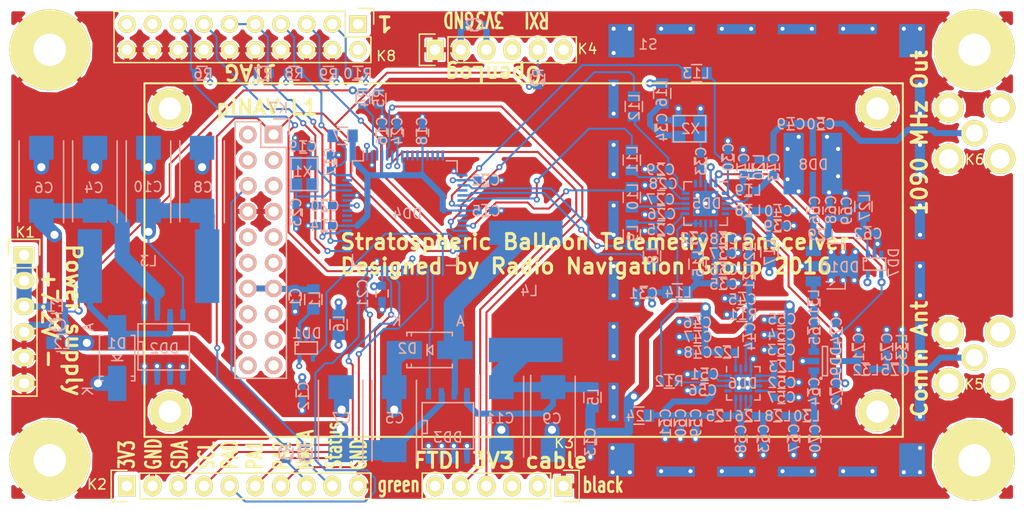
<source format=kicad_pcb>
(kicad_pcb (version 4) (host pcbnew 4.0.2+e4-6225~38~ubuntu14.04.1-stable)
  (layers (0 F.Cu signal hide) (1 In1.Cu signal hide) (2 In2.Cu signal hide) (31 B.Cu signal hide) (34 B.Paste user hide) (35 F.Paste user hide) (36 B.SilkS user hide) (37 F.SilkS user hide) (38 B.Mask user hide) (39 F.Mask user) (44 Edge.Cuts user))
  (net 0 "")
  (net 1 "Net-(C1-Pad1)")
  (net 2 GND)
  (net 3 /Microcontroller/3V3)
  (net 4 /Microcontroller/Vbat)
  (net 5 "Net-(C4-Pad1)")
  (net 6 "Net-(C11-Pad1)")
  (net 7 /Modem/3V3Tx)
  (net 8 "Net-(C14-Pad1)")
  (net 9 "Net-(C17-Pad1)")
  (net 10 "Net-(C19-Pad1)")
  (net 11 "Net-(C20-Pad1)")
  (net 12 "Net-(C23-Pad1)")
  (net 13 "Net-(C25-Pad1)")
  (net 14 "Net-(C26-Pad1)")
  (net 15 "Net-(C27-Pad1)")
  (net 16 "Net-(C28-Pad1)")
  (net 17 "Net-(C29-Pad1)")
  (net 18 "Net-(C30-Pad1)")
  (net 19 "Net-(C32-Pad2)")
  (net 20 "Net-(C33-Pad1)")
  (net 21 "Net-(C33-Pad2)")
  (net 22 "Net-(C34-Pad1)")
  (net 23 "Net-(C35-Pad1)")
  (net 24 "Net-(C39-Pad1)")
  (net 25 "Net-(C41-Pad1)")
  (net 26 "Net-(C42-Pad1)")
  (net 27 "Net-(C42-Pad2)")
  (net 28 "Net-(C43-Pad1)")
  (net 29 "Net-(C43-Pad2)")
  (net 30 "Net-(C44-Pad1)")
  (net 31 "Net-(C44-Pad2)")
  (net 32 "Net-(C49-Pad1)")
  (net 33 /Modem/ADSB)
  (net 34 "Net-(C51-Pad2)")
  (net 35 "Net-(C52-Pad1)")
  (net 36 "Net-(C56-Pad1)")
  (net 37 "Net-(C57-Pad1)")
  (net 38 "Net-(C58-Pad1)")
  (net 39 "Net-(C62-Pad1)")
  (net 40 "Net-(C63-Pad1)")
  (net 41 "Net-(C64-Pad1)")
  (net 42 "Net-(C64-Pad2)")
  (net 43 "Net-(C65-Pad1)")
  (net 44 "Net-(C65-Pad2)")
  (net 45 "Net-(C66-Pad1)")
  (net 46 "Net-(C66-Pad2)")
  (net 47 "Net-(C67-Pad1)")
  (net 48 "Net-(C68-Pad1)")
  (net 49 "Net-(C71-Pad1)")
  (net 50 "Net-(C72-Pad1)")
  (net 51 "Net-(C73-Pad1)")
  (net 52 "Net-(C74-Pad1)")
  (net 53 /Modem/ANT)
  (net 54 "Net-(D1-Pad2)")
  (net 55 "Net-(D2-Pad2)")
  (net 56 "Net-(DD1-Pad1)")
  (net 57 "Net-(DD1-Pad3)")
  (net 58 /Microcontroller/GPSUartRx)
  (net 59 /Microcontroller/TxOn)
  (net 60 "Net-(DD4-Pad3)")
  (net 61 /Microcontroller/UartRx)
  (net 62 /Microcontroller/UartTx)
  (net 63 "Net-(DD4-Pad9)")
  (net 64 "Net-(DD4-Pad10)")
  (net 65 "Net-(DD4-Pad11)")
  (net 66 "Net-(DD4-Pad13)")
  (net 67 "Net-(DD4-Pad14)")
  (net 68 "Net-(DD4-Pad15)")
  (net 69 "Net-(DD4-Pad16)")
  (net 70 /Microcontroller/nIRQ)
  (net 71 "Net-(DD4-Pad20)")
  (net 72 /Microcontroller/SCLK)
  (net 73 /Microcontroller/SDI)
  (net 74 /Microcontroller/SDN)
  (net 75 "Net-(DD4-Pad25)")
  (net 76 "Net-(DD4-Pad26)")
  (net 77 /Microcontroller/SDO)
  (net 78 /Microcontroller/nSEL)
  (net 79 "Net-(DD4-Pad29)")
  (net 80 "Net-(DD4-Pad31)")
  (net 81 /Microcontroller/GPSOn)
  (net 82 "Net-(DD4-Pad33)")
  (net 83 "Net-(DD4-Pad34)")
  (net 84 /Microcontroller/SCL)
  (net 85 "Net-(DD4-Pad37)")
  (net 86 "Net-(DD4-Pad38)")
  (net 87 "Net-(DD4-Pad39)")
  (net 88 "Net-(DD4-Pad40)")
  (net 89 "Net-(DD4-Pad41)")
  (net 90 "Net-(DD4-Pad42)")
  (net 91 /Microcontroller/SDA)
  (net 92 /Microcontroller/GPIO2)
  (net 93 /Microcontroller/GPIO1)
  (net 94 /Microcontroller/GPIO0)
  (net 95 "Net-(DD4-Pad49)")
  (net 96 "Net-(DD4-Pad50)")
  (net 97 "Net-(DD4-Pad51)")
  (net 98 "Net-(DD4-Pad52)")
  (net 99 "Net-(DD4-Pad53)")
  (net 100 "Net-(DD4-Pad55)")
  (net 101 "Net-(DD4-Pad56)")
  (net 102 "Net-(DD4-Pad57)")
  (net 103 "Net-(DD4-Pad59)")
  (net 104 "Net-(DD4-Pad63)")
  (net 105 "Net-(DD5-Pad5)")
  (net 106 "Net-(DD5-Pad7)")
  (net 107 "Net-(DD5-Pad10)")
  (net 108 "Net-(DD5-Pad16)")
  (net 109 "Net-(DD6-Pad1)")
  (net 110 "Net-(DD6-Pad13)")
  (net 111 "Net-(DD7-Pad3)")
  (net 112 "Net-(DD10-Pad1)")
  (net 113 "Net-(F1-Pad1)")
  (net 114 "Net-(K2-Pad8)")
  (net 115 "Net-(K2-Pad9)")
  (net 116 "Net-(K3-Pad2)")
  (net 117 "Net-(K3-Pad3)")
  (net 118 "Net-(K3-Pad6)")
  (net 119 "Net-(K4-Pad4)")
  (net 120 "Net-(K4-Pad5)")
  (net 121 "Net-(K4-Pad6)")
  (net 122 "Net-(K7-Pad2)")
  (net 123 "Net-(K7-Pad3)")
  (net 124 "Net-(K7-Pad4)")
  (net 125 "Net-(K7-Pad5)")
  (net 126 "Net-(K7-Pad6)")
  (net 127 "Net-(K7-Pad9)")
  (net 128 "Net-(K7-Pad10)")
  (net 129 "Net-(K7-Pad11)")
  (net 130 "Net-(K7-Pad12)")
  (net 131 "Net-(K7-Pad15)")
  (net 132 "Net-(K7-Pad16)")
  (net 133 "Net-(K7-Pad17)")
  (net 134 "Net-(K7-Pad18)")
  (net 135 "Net-(K7-Pad19)")
  (net 136 "Net-(K7-Pad20)")
  (net 137 "Net-(K8-Pad3)")
  (net 138 "Net-(K8-Pad17)")
  (net 139 "Net-(K8-Pad19)")
  (net 140 "Net-(X1-Pad2)")
  (net 141 "Net-(X1-Pad4)")
  (module Capacitors_SMD:C_0603 (layer B.Cu) (at 64.9 131.1 270)
    (fp_text reference C1 (at 0.1 -0.05 270) (layer B.SilkS) (effects (justify mirror)))
    (fp_text value M1)
    (pad 1 smd rect (at -0.75 0 270) (size 0.8 0.75) (layers B.Cu B.Paste B.Mask) (net 1 "Net-(C1-Pad1)"))
    (pad 2 smd rect (at 0.75 0 270) (size 0.8 0.75) (layers B.Cu B.Paste B.Mask) (net 2 GND))
  )
  (module Capacitors_SMD:C_0603 (layer B.Cu) (at 82.6 104.2 180)
    (fp_text reference C2 (at -0.05 -0.05 180) (layer B.SilkS) (effects (justify mirror)))
    (fp_text value M1)
    (pad 1 smd rect (at -0.75 0 180) (size 0.8 0.75) (layers B.Cu B.Paste B.Mask) (net 3 /Microcontroller/3V3))
    (pad 2 smd rect (at 0.75 0 180) (size 0.8 0.75) (layers B.Cu B.Paste B.Mask) (net 2 GND))
  )
  (module Capacitors_SMD:C_0603 (layer B.Cu) (at 41.4 133.9 180)
    (fp_text reference C3 (at 0 -0.05 180) (layer B.SilkS) (effects (justify mirror)))
    (fp_text value M1)
    (pad 1 smd rect (at -0.75 0 180) (size 0.8 0.75) (layers B.Cu B.Paste B.Mask) (net 4 /Microcontroller/Vbat))
    (pad 2 smd rect (at 0.75 0 180) (size 0.8 0.75) (layers B.Cu B.Paste B.Mask) (net 2 GND))
  )
  (module Capacitors_Tantalum_SMD:TantalC_SizeD_EIA-7343_Reflow (layer B.Cu) (at 45.1 119.5 90)
    (fp_text reference C4 (at -0.85 -0.1 180) (layer B.SilkS) (effects (justify mirror)))
    (fp_text value 10M/25V/D)
    (pad 2 smd rect (at 3.12 0 90) (size 2.37 2.43) (layers B.Cu B.Paste B.Mask) (net 2 GND))
    (pad 1 smd rect (at -3.12 0 90) (size 2.37 2.43) (layers B.Cu B.Paste B.Mask) (net 5 "Net-(C4-Pad1)"))
  )
  (module Capacitors_Tantalum_SMD:TantalC_SizeD_EIA-7343_Reflow (layer B.Cu) (at 74.7 143.2 90)
    (fp_text reference C5 (at 0.05 0.05 180) (layer B.SilkS) (effects (justify mirror)))
    (fp_text value 10M/25V/D)
    (pad 2 smd rect (at 3.12 0 90) (size 2.37 2.43) (layers B.Cu B.Paste B.Mask) (net 2 GND))
    (pad 1 smd rect (at -3.12 0 90) (size 2.37 2.43) (layers B.Cu B.Paste B.Mask) (net 5 "Net-(C4-Pad1)"))
  )
  (module Capacitors_Tantalum_SMD:TantalC_SizeD_EIA-7343_Reflow (layer B.Cu) (at 39.8 119.5 90)
    (fp_text reference C6 (at -0.85 0.25 180) (layer B.SilkS) (effects (justify mirror)))
    (fp_text value 10M/25V/D)
    (pad 2 smd rect (at 3.12 0 90) (size 2.37 2.43) (layers B.Cu B.Paste B.Mask) (net 2 GND))
    (pad 1 smd rect (at -3.12 0 90) (size 2.37 2.43) (layers B.Cu B.Paste B.Mask) (net 5 "Net-(C4-Pad1)"))
  )
  (module Capacitors_Tantalum_SMD:TantalC_SizeD_EIA-7343_Reflow (layer B.Cu) (at 69.4 143.2 90)
    (fp_text reference C7 (at 0.05 0.1 180) (layer B.SilkS) (effects (justify mirror)))
    (fp_text value 10M/25V/D)
    (pad 2 smd rect (at 3.12 0 90) (size 2.37 2.43) (layers B.Cu B.Paste B.Mask) (net 2 GND))
    (pad 1 smd rect (at -3.12 0 90) (size 2.37 2.43) (layers B.Cu B.Paste B.Mask) (net 5 "Net-(C4-Pad1)"))
  )
  (module Capacitors_Tantalum_SMD:TantalC_SizeD_EIA-7343_Reflow (layer B.Cu) (at 55.7 119.5 90)
    (fp_text reference C8 (at -0.8 0.1 180) (layer B.SilkS) (effects (justify mirror)))
    (fp_text value 100M/6V3/D)
    (pad 2 smd rect (at 3.12 0 90) (size 2.37 2.43) (layers B.Cu B.Paste B.Mask) (net 2 GND))
    (pad 1 smd rect (at -3.12 0 90) (size 2.37 2.43) (layers B.Cu B.Paste B.Mask) (net 3 /Microcontroller/3V3))
  )
  (module Capacitors_Tantalum_SMD:TantalC_SizeD_EIA-7343_Reflow (layer B.Cu) (at 90.4 143.2 270)
    (fp_text reference C9 (at 0 0.1 360) (layer B.SilkS) (effects (justify mirror)))
    (fp_text value 100M/6V3/D)
    (pad 2 smd rect (at 3.12 0 270) (size 2.37 2.43) (layers B.Cu B.Paste B.Mask) (net 2 GND))
    (pad 1 smd rect (at -3.12 0 270) (size 2.37 2.43) (layers B.Cu B.Paste B.Mask) (net 6 "Net-(C11-Pad1)"))
  )
  (module Capacitors_Tantalum_SMD:TantalC_SizeD_EIA-7343_Reflow (layer B.Cu) (at 50.4 119.5 90)
    (fp_text reference C10 (at -0.75 -0.05 180) (layer B.SilkS) (effects (justify mirror)))
    (fp_text value 100M/6V3/D)
    (pad 2 smd rect (at 3.12 0 90) (size 2.37 2.43) (layers B.Cu B.Paste B.Mask) (net 2 GND))
    (pad 1 smd rect (at -3.12 0 90) (size 2.37 2.43) (layers B.Cu B.Paste B.Mask) (net 3 /Microcontroller/3V3))
  )
  (module Capacitors_Tantalum_SMD:TantalC_SizeD_EIA-7343_Reflow (layer B.Cu) (at 85.3 143.2 270)
    (fp_text reference C11 (at -0.05 0.15 360) (layer B.SilkS) (effects (justify mirror)))
    (fp_text value 100M/6V3/D)
    (pad 2 smd rect (at 3.12 0 270) (size 2.37 2.43) (layers B.Cu B.Paste B.Mask) (net 2 GND))
    (pad 1 smd rect (at -3.12 0 270) (size 2.37 2.43) (layers B.Cu B.Paste B.Mask) (net 6 "Net-(C11-Pad1)"))
  )
  (module Capacitors_SMD:C_0603 (layer B.Cu) (at 65.6 140.7 270)
    (fp_text reference C12 (at 0.25 -0.15 270) (layer B.SilkS) (effects (justify mirror)))
    (fp_text value M1)
    (pad 1 smd rect (at -0.75 0 270) (size 0.8 0.75) (layers B.Cu B.Paste B.Mask) (net 3 /Microcontroller/3V3))
    (pad 2 smd rect (at 0.75 0 270) (size 0.8 0.75) (layers B.Cu B.Paste B.Mask) (net 2 GND))
  )
  (module Capacitors_SMD:C_0603 (layer B.Cu) (at 94.1 145.4 270)
    (fp_text reference C13 (at 0.1 0 270) (layer B.SilkS) (effects (justify mirror)))
    (fp_text value M1)
    (pad 1 smd rect (at -0.75 0 270) (size 0.8 0.75) (layers B.Cu B.Paste B.Mask) (net 7 /Modem/3V3Tx))
    (pad 2 smd rect (at 0.75 0 270) (size 0.8 0.75) (layers B.Cu B.Paste B.Mask) (net 2 GND))
  )
  (module Capacitors_SMD:C_0603 (layer B.Cu) (at 67.8 124.1 180)
    (fp_text reference C14 (at 0 0 180) (layer B.SilkS) (effects (justify mirror)))
    (fp_text value 1M)
    (pad 1 smd rect (at -0.75 0 180) (size 0.8 0.75) (layers B.Cu B.Paste B.Mask) (net 8 "Net-(C14-Pad1)"))
    (pad 2 smd rect (at 0.75 0 180) (size 0.8 0.75) (layers B.Cu B.Paste B.Mask) (net 2 GND))
  )
  (module Capacitors_SMD:C_0603 (layer B.Cu) (at 83.7 122.6)
    (fp_text reference C15 (at 0.1 0.05) (layer B.SilkS) (effects (justify mirror)))
    (fp_text value M1)
    (pad 1 smd rect (at -0.75 0) (size 0.8 0.75) (layers B.Cu B.Paste B.Mask) (net 8 "Net-(C14-Pad1)"))
    (pad 2 smd rect (at 0.75 0) (size 0.8 0.75) (layers B.Cu B.Paste B.Mask) (net 2 GND))
  )
  (module Capacitors_SMD:C_0603 (layer B.Cu) (at 73.5 114.9 90)
    (fp_text reference C16 (at 0.2 0 90) (layer B.SilkS) (effects (justify mirror)))
    (fp_text value M1)
    (pad 1 smd rect (at -0.75 0 90) (size 0.8 0.75) (layers B.Cu B.Paste B.Mask) (net 8 "Net-(C14-Pad1)"))
    (pad 2 smd rect (at 0.75 0 90) (size 0.8 0.75) (layers B.Cu B.Paste B.Mask) (net 2 GND))
  )
  (module Capacitors_SMD:C_0603 (layer B.Cu) (at 68.4 117.9 90)
    (fp_text reference C17 (at 0.1 -0.1 90) (layer B.SilkS) (effects (justify mirror)))
    (fp_text value 1M)
    (pad 1 smd rect (at -0.75 0 90) (size 0.8 0.75) (layers B.Cu B.Paste B.Mask) (net 9 "Net-(C17-Pad1)"))
    (pad 2 smd rect (at 0.75 0 90) (size 0.8 0.75) (layers B.Cu B.Paste B.Mask) (net 2 GND))
  )
  (module Capacitors_SMD:C_0603 (layer B.Cu) (at 77.5 114.9 90)
    (fp_text reference C18 (at 0.2 -0.05 90) (layer B.SilkS) (effects (justify mirror)))
    (fp_text value M1)
    (pad 1 smd rect (at -0.75 0 90) (size 0.8 0.75) (layers B.Cu B.Paste B.Mask) (net 8 "Net-(C14-Pad1)"))
    (pad 2 smd rect (at 0.75 0 90) (size 0.8 0.75) (layers B.Cu B.Paste B.Mask) (net 2 GND))
  )
  (module Capacitors_SMD:C_0603 (layer B.Cu) (at 65.7 116.3 180)
    (fp_text reference C19 (at 0.05 0.05 180) (layer B.SilkS) (effects (justify mirror)))
    (fp_text value 18)
    (pad 1 smd rect (at -0.75 0 180) (size 0.8 0.75) (layers B.Cu B.Paste B.Mask) (net 10 "Net-(C19-Pad1)"))
    (pad 2 smd rect (at 0.75 0 180) (size 0.8 0.75) (layers B.Cu B.Paste B.Mask) (net 2 GND))
  )
  (module Capacitors_SMD:C_0603 (layer B.Cu) (at 67.8 122.1 180)
    (fp_text reference C20 (at -0.05 -0.05 180) (layer B.SilkS) (effects (justify mirror)))
    (fp_text value 1M)
    (pad 1 smd rect (at -0.75 0 180) (size 0.8 0.75) (layers B.Cu B.Paste B.Mask) (net 11 "Net-(C20-Pad1)"))
    (pad 2 smd rect (at 0.75 0 180) (size 0.8 0.75) (layers B.Cu B.Paste B.Mask) (net 2 GND))
  )
  (module Capacitors_SMD:C_0603 (layer B.Cu) (at 73.5 130.8 270)
    (fp_text reference C21 (at 0 1.9 270) (layer B.SilkS) (effects (justify mirror)))
    (fp_text value M1)
    (pad 1 smd rect (at -0.75 0 270) (size 0.8 0.75) (layers B.Cu B.Paste B.Mask) (net 11 "Net-(C20-Pad1)"))
    (pad 2 smd rect (at 0.75 0 270) (size 0.8 0.75) (layers B.Cu B.Paste B.Mask) (net 2 GND))
  )
  (module Capacitors_SMD:C_0603 (layer B.Cu) (at 83.7 119.6)
    (fp_text reference C22 (at 0.05 0) (layer B.SilkS) (effects (justify mirror)))
    (fp_text value M1)
    (pad 1 smd rect (at -0.75 0) (size 0.8 0.75) (layers B.Cu B.Paste B.Mask) (net 11 "Net-(C20-Pad1)"))
    (pad 2 smd rect (at 0.75 0) (size 0.8 0.75) (layers B.Cu B.Paste B.Mask) (net 2 GND))
  )
  (module Capacitors_SMD:C_0603 (layer B.Cu) (at 65 122.8 270)
    (fp_text reference C23 (at -0.05 0 270) (layer B.SilkS) (effects (justify mirror)))
    (fp_text value 18)
    (pad 1 smd rect (at -0.75 0 270) (size 0.8 0.75) (layers B.Cu B.Paste B.Mask) (net 12 "Net-(C23-Pad1)"))
    (pad 2 smd rect (at 0.75 0 270) (size 0.8 0.75) (layers B.Cu B.Paste B.Mask) (net 2 GND))
  )
  (module Capacitors_SMD:C_0603 (layer B.Cu) (at 75 114.9 90)
    (fp_text reference C24 (at 0.2 0 90) (layer B.SilkS) (effects (justify mirror)))
    (fp_text value M1)
    (pad 1 smd rect (at -0.75 0 90) (size 0.8 0.75) (layers B.Cu B.Paste B.Mask) (net 11 "Net-(C20-Pad1)"))
    (pad 2 smd rect (at 0.75 0 90) (size 0.8 0.75) (layers B.Cu B.Paste B.Mask) (net 2 GND))
  )
  (module Capacitors_SMD:C_0603 (layer B.Cu) (at 101.1 124.5 180)
    (fp_text reference C25 (at 0 0 180) (layer B.SilkS) (effects (justify mirror)))
    (fp_text value 100)
    (pad 1 smd rect (at -0.75 0 180) (size 0.8 0.75) (layers B.Cu B.Paste B.Mask) (net 13 "Net-(C25-Pad1)"))
    (pad 2 smd rect (at 0.75 0 180) (size 0.8 0.75) (layers B.Cu B.Paste B.Mask) (net 2 GND))
  )
  (module Capacitors_SMD:C_0603 (layer B.Cu) (at 101.1 123 180)
    (fp_text reference C26 (at -0.05 0.05 180) (layer B.SilkS) (effects (justify mirror)))
    (fp_text value 100)
    (pad 1 smd rect (at -0.75 0 180) (size 0.8 0.75) (layers B.Cu B.Paste B.Mask) (net 14 "Net-(C26-Pad1)"))
    (pad 2 smd rect (at 0.75 0 180) (size 0.8 0.75) (layers B.Cu B.Paste B.Mask) (net 2 GND))
  )
  (module Capacitors_SMD:C_0603 (layer B.Cu) (at 101.1 121.5 180)
    (fp_text reference C27 (at 0.05 0 180) (layer B.SilkS) (effects (justify mirror)))
    (fp_text value 100)
    (pad 1 smd rect (at -0.75 0 180) (size 0.8 0.75) (layers B.Cu B.Paste B.Mask) (net 15 "Net-(C27-Pad1)"))
    (pad 2 smd rect (at 0.75 0 180) (size 0.8 0.75) (layers B.Cu B.Paste B.Mask) (net 2 GND))
  )
  (module Capacitors_SMD:C_0603 (layer B.Cu) (at 101.1 120 180)
    (fp_text reference C28 (at -0.2 0.05 180) (layer B.SilkS) (effects (justify mirror)))
    (fp_text value 100)
    (pad 1 smd rect (at -0.75 0 180) (size 0.8 0.75) (layers B.Cu B.Paste B.Mask) (net 16 "Net-(C28-Pad1)"))
    (pad 2 smd rect (at 0.75 0 180) (size 0.8 0.75) (layers B.Cu B.Paste B.Mask) (net 2 GND))
  )
  (module Capacitors_SMD:C_0603 (layer B.Cu) (at 101.1 118.5 180)
    (fp_text reference C29 (at 0.05 -0.05 180) (layer B.SilkS) (effects (justify mirror)))
    (fp_text value 100)
    (pad 1 smd rect (at -0.75 0 180) (size 0.8 0.75) (layers B.Cu B.Paste B.Mask) (net 17 "Net-(C29-Pad1)"))
    (pad 2 smd rect (at 0.75 0 180) (size 0.8 0.75) (layers B.Cu B.Paste B.Mask) (net 2 GND))
  )
  (module Capacitors_SMD:C_0603 (layer B.Cu) (at 107.7 117.4 90)
    (fp_text reference C30 (at 0.1 0.05 270) (layer B.SilkS) (effects (justify mirror)))
    (fp_text value 100)
    (pad 1 smd rect (at -0.75 0 90) (size 0.8 0.75) (layers B.Cu B.Paste B.Mask) (net 18 "Net-(C30-Pad1)"))
    (pad 2 smd rect (at 0.75 0 90) (size 0.8 0.75) (layers B.Cu B.Paste B.Mask) (net 2 GND))
  )
  (module Capacitors_SMD:C_0603 (layer B.Cu) (at 99.4 130.7)
    (fp_text reference C31 (at -0.05 0.1) (layer B.SilkS) (effects (justify mirror)))
    (fp_text value 2M2)
    (pad 1 smd rect (at -0.75 0) (size 0.8 0.75) (layers B.Cu B.Paste B.Mask) (net 2 GND))
    (pad 2 smd rect (at 0.75 0) (size 0.8 0.75) (layers B.Cu B.Paste B.Mask) (net 3 /Microcontroller/3V3))
  )
  (module Capacitors_SMD:C_0603 (layer B.Cu) (at 104.3 125.3)
    (fp_text reference C32 (at 0.1 0.05) (layer B.SilkS) (effects (justify mirror)))
    (fp_text value M1)
    (pad 1 smd rect (at -0.75 0) (size 0.8 0.75) (layers B.Cu B.Paste B.Mask) (net 2 GND))
    (pad 2 smd rect (at 0.75 0) (size 0.8 0.75) (layers B.Cu B.Paste B.Mask) (net 19 "Net-(C32-Pad2)"))
  )
  (module Capacitors_SMD:C_0603 (layer B.Cu) (at 105 117.7 90)
    (fp_text reference C33 (at 0 0.05 90) (layer B.SilkS) (effects (justify mirror)))
    (fp_text value 1n)
    (pad 1 smd rect (at -0.75 0 90) (size 0.8 0.75) (layers B.Cu B.Paste B.Mask) (net 20 "Net-(C33-Pad1)"))
    (pad 2 smd rect (at 0.75 0 90) (size 0.8 0.75) (layers B.Cu B.Paste B.Mask) (net 21 "Net-(C33-Pad2)"))
  )
  (module Capacitors_SMD:C_0603 (layer B.Cu) (at 101.1 114.4 90)
    (fp_text reference C34 (at 0.05 0.1 90) (layer B.SilkS) (effects (justify mirror)))
    (fp_text value M1)
    (pad 1 smd rect (at -0.75 0 90) (size 0.8 0.75) (layers B.Cu B.Paste B.Mask) (net 22 "Net-(C34-Pad1)"))
    (pad 2 smd rect (at 0.75 0 90) (size 0.8 0.75) (layers B.Cu B.Paste B.Mask) (net 2 GND))
  )
  (module Capacitors_SMD:C_0603 (layer B.Cu) (at 107.2 129.8)
    (fp_text reference C35 (at 0.1 0.1) (layer B.SilkS) (effects (justify mirror)))
    (fp_text value 2M2)
    (pad 1 smd rect (at -0.75 0) (size 0.8 0.75) (layers B.Cu B.Paste B.Mask) (net 23 "Net-(C35-Pad1)"))
    (pad 2 smd rect (at 0.75 0) (size 0.8 0.75) (layers B.Cu B.Paste B.Mask) (net 2 GND))
  )
  (module Capacitors_SMD:C_0603 (layer B.Cu) (at 107.2 128.3)
    (fp_text reference C36 (at 0.1 0.15) (layer B.SilkS) (effects (justify mirror)))
    (fp_text value M1)
    (pad 1 smd rect (at -0.75 0) (size 0.8 0.75) (layers B.Cu B.Paste B.Mask) (net 23 "Net-(C35-Pad1)"))
    (pad 2 smd rect (at 0.75 0) (size 0.8 0.75) (layers B.Cu B.Paste B.Mask) (net 2 GND))
  )
  (module Capacitors_SMD:C_0603 (layer B.Cu) (at 107.2 126.8)
    (fp_text reference C37 (at 0.05 0.05) (layer B.SilkS) (effects (justify mirror)))
    (fp_text value 1n)
    (pad 1 smd rect (at -0.75 0) (size 0.8 0.75) (layers B.Cu B.Paste B.Mask) (net 23 "Net-(C35-Pad1)"))
    (pad 2 smd rect (at 0.75 0) (size 0.8 0.75) (layers B.Cu B.Paste B.Mask) (net 2 GND))
  )
  (module Capacitors_SMD:C_0603 (layer B.Cu) (at 107.2 125.3)
    (fp_text reference C38 (at 0.1 0.1) (layer B.SilkS) (effects (justify mirror)))
    (fp_text value 100)
    (pad 1 smd rect (at -0.75 0) (size 0.8 0.75) (layers B.Cu B.Paste B.Mask) (net 23 "Net-(C35-Pad1)"))
    (pad 2 smd rect (at 0.75 0) (size 0.8 0.75) (layers B.Cu B.Paste B.Mask) (net 2 GND))
  )
  (module Capacitors_SMD:C_0603 (layer B.Cu) (at 112.6 124.1)
    (fp_text reference C39 (at 0.05 0.05) (layer B.SilkS) (effects (justify mirror)))
    (fp_text value M1)
    (pad 1 smd rect (at -0.75 0) (size 0.8 0.75) (layers B.Cu B.Paste B.Mask) (net 24 "Net-(C39-Pad1)"))
    (pad 2 smd rect (at 0.75 0) (size 0.8 0.75) (layers B.Cu B.Paste B.Mask) (net 2 GND))
  )
  (module Capacitors_SMD:C_0603 (layer B.Cu) (at 112.6 122.6)
    (fp_text reference C40 (at 0.1 0.05) (layer B.SilkS) (effects (justify mirror)))
    (fp_text value 1n)
    (pad 1 smd rect (at -0.75 0) (size 0.8 0.75) (layers B.Cu B.Paste B.Mask) (net 24 "Net-(C39-Pad1)"))
    (pad 2 smd rect (at 0.75 0) (size 0.8 0.75) (layers B.Cu B.Paste B.Mask) (net 2 GND))
  )
  (module Capacitors_SMD:C_0603 (layer B.Cu) (at 109.2 118.3 90)
    (fp_text reference C41 (at 0 0.1 270) (layer B.SilkS) (effects (justify mirror)))
    (fp_text value 2p7)
    (pad 1 smd rect (at -0.75 0 90) (size 0.8 0.75) (layers B.Cu B.Paste B.Mask) (net 25 "Net-(C41-Pad1)"))
    (pad 2 smd rect (at 0.75 0 90) (size 0.8 0.75) (layers B.Cu B.Paste B.Mask) (net 2 GND))
  )
  (module Capacitors_SMD:C_0603 (layer B.Cu) (at 109.8 126.2 270)
    (fp_text reference C42 (at -0.05 -0.05 270) (layer B.SilkS) (effects (justify mirror)))
    (fp_text value 3p9)
    (pad 1 smd rect (at -0.75 0 270) (size 0.8 0.75) (layers B.Cu B.Paste B.Mask) (net 26 "Net-(C42-Pad1)"))
    (pad 2 smd rect (at 0.75 0 270) (size 0.8 0.75) (layers B.Cu B.Paste B.Mask) (net 27 "Net-(C42-Pad2)"))
  )
  (module Capacitors_SMD:C_0603 (layer B.Cu) (at 112.2 118.3 90)
    (fp_text reference C43 (at 0 0.05 90) (layer B.SilkS) (effects (justify mirror)))
    (fp_text value 1n)
    (pad 1 smd rect (at -0.75 0 90) (size 0.8 0.75) (layers B.Cu B.Paste B.Mask) (net 28 "Net-(C43-Pad1)"))
    (pad 2 smd rect (at 0.75 0 90) (size 0.8 0.75) (layers B.Cu B.Paste B.Mask) (net 29 "Net-(C43-Pad2)"))
  )
  (module Capacitors_SMD:C_0603 (layer B.Cu) (at 109.8 135.2 90)
    (fp_text reference C44 (at 0.15 0.1 90) (layer B.SilkS) (effects (justify mirror)))
    (fp_text value 56)
    (pad 1 smd rect (at -0.75 0 90) (size 0.8 0.75) (layers B.Cu B.Paste B.Mask) (net 30 "Net-(C44-Pad1)"))
    (pad 2 smd rect (at 0.75 0 90) (size 0.8 0.75) (layers B.Cu B.Paste B.Mask) (net 31 "Net-(C44-Pad2)"))
  )
  (module Capacitors_SMD:C_0603 (layer B.Cu) (at 109.1 131.3 180)
    (fp_text reference C45 (at -0.05 -0.1 180) (layer B.SilkS) (effects (justify mirror)))
    (fp_text value 4p7)
    (pad 1 smd rect (at -0.75 0 180) (size 0.8 0.75) (layers B.Cu B.Paste B.Mask) (net 31 "Net-(C44-Pad2)"))
    (pad 2 smd rect (at 0.75 0 180) (size 0.8 0.75) (layers B.Cu B.Paste B.Mask) (net 2 GND))
  )
  (module Capacitors_SMD:C_0603 (layer B.Cu) (at 104.7 133.6)
    (fp_text reference C46 (at 0 0.1) (layer B.SilkS) (effects (justify mirror)))
    (fp_text value 2M2)
    (pad 1 smd rect (at -0.75 0) (size 0.8 0.75) (layers B.Cu B.Paste B.Mask) (net 2 GND))
    (pad 2 smd rect (at 0.75 0) (size 0.8 0.75) (layers B.Cu B.Paste B.Mask) (net 7 /Modem/3V3Tx))
  )
  (module Capacitors_SMD:C_0603 (layer B.Cu) (at 104.7 135.1)
    (fp_text reference C47 (at 0.05 0) (layer B.SilkS) (effects (justify mirror)))
    (fp_text value 1n)
    (pad 1 smd rect (at -0.75 0) (size 0.8 0.75) (layers B.Cu B.Paste B.Mask) (net 2 GND))
    (pad 2 smd rect (at 0.75 0) (size 0.8 0.75) (layers B.Cu B.Paste B.Mask) (net 7 /Modem/3V3Tx))
  )
  (module Capacitors_SMD:C_0603 (layer B.Cu) (at 104.7 136.6)
    (fp_text reference C48 (at 0.05 0.05) (layer B.SilkS) (effects (justify mirror)))
    (fp_text value 100)
    (pad 1 smd rect (at -0.75 0) (size 0.8 0.75) (layers B.Cu B.Paste B.Mask) (net 2 GND))
    (pad 2 smd rect (at 0.75 0) (size 0.8 0.75) (layers B.Cu B.Paste B.Mask) (net 7 /Modem/3V3Tx))
  )
  (module Capacitors_SMD:C_0603 (layer B.Cu) (at 113.9 114 180)
    (fp_text reference C49 (at -0.05 -0.05 180) (layer B.SilkS) (effects (justify mirror)))
    (fp_text value 1n)
    (pad 1 smd rect (at -0.75 0 180) (size 0.8 0.75) (layers B.Cu B.Paste B.Mask) (net 32 "Net-(C49-Pad1)"))
    (pad 2 smd rect (at 0.75 0 180) (size 0.8 0.75) (layers B.Cu B.Paste B.Mask) (net 29 "Net-(C43-Pad2)"))
  )
  (module Capacitors_SMD:C_0603 (layer B.Cu) (at 116.9 114 180)
    (fp_text reference C50 (at 0 -0.05 180) (layer B.SilkS) (effects (justify mirror)))
    (fp_text value 1n)
    (pad 1 smd rect (at -0.75 0 180) (size 0.8 0.75) (layers B.Cu B.Paste B.Mask) (net 33 /Modem/ADSB))
    (pad 2 smd rect (at 0.75 0 180) (size 0.8 0.75) (layers B.Cu B.Paste B.Mask) (net 32 "Net-(C49-Pad1)"))
  )
  (module Capacitors_SMD:C_0603 (layer B.Cu) (at 105.4 138.8)
    (fp_text reference C51 (at 0 0) (layer B.SilkS) (effects (justify mirror)))
    (fp_text value 10n)
    (pad 1 smd rect (at -0.75 0) (size 0.8 0.75) (layers B.Cu B.Paste B.Mask) (net 2 GND))
    (pad 2 smd rect (at 0.75 0) (size 0.8 0.75) (layers B.Cu B.Paste B.Mask) (net 34 "Net-(C51-Pad2)"))
  )
  (module Capacitors_SMD:C_0603 (layer B.Cu) (at 113 139.6)
    (fp_text reference C52 (at 0.05 0.05) (layer B.SilkS) (effects (justify mirror)))
    (fp_text value 100)
    (pad 1 smd rect (at -0.75 0) (size 0.8 0.75) (layers B.Cu B.Paste B.Mask) (net 35 "Net-(C52-Pad1)"))
    (pad 2 smd rect (at 0.75 0) (size 0.8 0.75) (layers B.Cu B.Paste B.Mask) (net 2 GND))
  )
  (module Capacitors_SMD:C_0603 (layer B.Cu) (at 113 136.4 180)
    (fp_text reference C53 (at 0 0 180) (layer B.SilkS) (effects (justify mirror)))
    (fp_text value 100)
    (pad 1 smd rect (at -0.75 0 180) (size 0.8 0.75) (layers B.Cu B.Paste B.Mask) (net 7 /Modem/3V3Tx))
    (pad 2 smd rect (at 0.75 0 180) (size 0.8 0.75) (layers B.Cu B.Paste B.Mask) (net 2 GND))
  )
  (module Capacitors_SMD:C_0603 (layer B.Cu) (at 113 134.9 180)
    (fp_text reference C54 (at 0 0 180) (layer B.SilkS) (effects (justify mirror)))
    (fp_text value 1n)
    (pad 1 smd rect (at -0.75 0 180) (size 0.8 0.75) (layers B.Cu B.Paste B.Mask) (net 7 /Modem/3V3Tx))
    (pad 2 smd rect (at 0.75 0 180) (size 0.8 0.75) (layers B.Cu B.Paste B.Mask) (net 2 GND))
  )
  (module Capacitors_SMD:C_0603 (layer B.Cu) (at 113 133.4 180)
    (fp_text reference C55 (at -0.05 0.05 180) (layer B.SilkS) (effects (justify mirror)))
    (fp_text value 2M2)
    (pad 1 smd rect (at -0.75 0 180) (size 0.8 0.75) (layers B.Cu B.Paste B.Mask) (net 7 /Modem/3V3Tx))
    (pad 2 smd rect (at 0.75 0 180) (size 0.8 0.75) (layers B.Cu B.Paste B.Mask) (net 2 GND))
  )
  (module Capacitors_SMD:C_0603 (layer B.Cu) (at 105.4 140.3 180)
    (fp_text reference C56 (at 0.2 -0.1 180) (layer B.SilkS) (effects (justify mirror)))
    (fp_text value 100)
    (pad 1 smd rect (at -0.75 0 180) (size 0.8 0.75) (layers B.Cu B.Paste B.Mask) (net 36 "Net-(C56-Pad1)"))
    (pad 2 smd rect (at 0.75 0 180) (size 0.8 0.75) (layers B.Cu B.Paste B.Mask) (net 2 GND))
  )
  (module Capacitors_SMD:C_0603 (layer B.Cu) (at 113 141.1)
    (fp_text reference C57 (at 0 0) (layer B.SilkS) (effects (justify mirror)))
    (fp_text value 1p5)
    (pad 1 smd rect (at -0.75 0) (size 0.8 0.75) (layers B.Cu B.Paste B.Mask) (net 37 "Net-(C57-Pad1)"))
    (pad 2 smd rect (at 0.75 0) (size 0.8 0.75) (layers B.Cu B.Paste B.Mask) (net 2 GND))
  )
  (module Capacitors_SMD:C_0603 (layer B.Cu) (at 109 145.2 270)
    (fp_text reference C58 (at 0 0 270) (layer B.SilkS) (effects (justify mirror)))
    (fp_text value 15)
    (pad 1 smd rect (at -0.75 0 270) (size 0.8 0.75) (layers B.Cu B.Paste B.Mask) (net 38 "Net-(C58-Pad1)"))
    (pad 2 smd rect (at 0.75 0 270) (size 0.8 0.75) (layers B.Cu B.Paste B.Mask) (net 2 GND))
  )
  (module Capacitors_SMD:C_0603 (layer B.Cu) (at 104.5 143.6 270)
    (fp_text reference C59 (at 0 -0.05 270) (layer B.SilkS) (effects (justify mirror)))
    (fp_text value 2M2)
    (pad 1 smd rect (at -0.75 0 270) (size 0.8 0.75) (layers B.Cu B.Paste B.Mask) (net 36 "Net-(C56-Pad1)"))
    (pad 2 smd rect (at 0.75 0 270) (size 0.8 0.75) (layers B.Cu B.Paste B.Mask) (net 2 GND))
  )
  (module Capacitors_SMD:C_0603 (layer B.Cu) (at 103 143.6 270)
    (fp_text reference C60 (at 0 -0.05 270) (layer B.SilkS) (effects (justify mirror)))
    (fp_text value 1n)
    (pad 1 smd rect (at -0.75 0 270) (size 0.8 0.75) (layers B.Cu B.Paste B.Mask) (net 36 "Net-(C56-Pad1)"))
    (pad 2 smd rect (at 0.75 0 270) (size 0.8 0.75) (layers B.Cu B.Paste B.Mask) (net 2 GND))
  )
  (module Capacitors_SMD:C_0603 (layer B.Cu) (at 101.5 143.6 270)
    (fp_text reference C61 (at 0 -0.05 270) (layer B.SilkS) (effects (justify mirror)))
    (fp_text value 100)
    (pad 1 smd rect (at -0.75 0 270) (size 0.8 0.75) (layers B.Cu B.Paste B.Mask) (net 36 "Net-(C56-Pad1)"))
    (pad 2 smd rect (at 0.75 0 270) (size 0.8 0.75) (layers B.Cu B.Paste B.Mask) (net 2 GND))
  )
  (module Capacitors_SMD:C_0603 (layer B.Cu) (at 121.5 124.8)
    (fp_text reference C62 (at 0.05 0.1) (layer B.SilkS) (effects (justify mirror)))
    (fp_text value 100)
    (pad 1 smd rect (at -0.75 0) (size 0.8 0.75) (layers B.Cu B.Paste B.Mask) (net 39 "Net-(C62-Pad1)"))
    (pad 2 smd rect (at 0.75 0) (size 0.8 0.75) (layers B.Cu B.Paste B.Mask) (net 2 GND))
  )
  (module Capacitors_SMD:C_0603 (layer B.Cu) (at 111.2 145.2 270)
    (fp_text reference C63 (at -0.05 -0.05 270) (layer B.SilkS) (effects (justify mirror)))
    (fp_text value 4p7)
    (pad 1 smd rect (at -0.75 0 270) (size 0.8 0.75) (layers B.Cu B.Paste B.Mask) (net 40 "Net-(C63-Pad1)"))
    (pad 2 smd rect (at 0.75 0 270) (size 0.8 0.75) (layers B.Cu B.Paste B.Mask) (net 2 GND))
  )
  (module Capacitors_SMD:C_0603 (layer B.Cu) (at 116.2 140.6 270)
    (fp_text reference C64 (at -0.1 -0.05 270) (layer B.SilkS) (effects (justify mirror)))
    (fp_text value 1n)
    (pad 1 smd rect (at -0.75 0 270) (size 0.8 0.75) (layers B.Cu B.Paste B.Mask) (net 41 "Net-(C64-Pad1)"))
    (pad 2 smd rect (at 0.75 0 270) (size 0.8 0.75) (layers B.Cu B.Paste B.Mask) (net 42 "Net-(C64-Pad2)"))
  )
  (module Capacitors_SMD:C_0603 (layer B.Cu) (at 116.2 134.5 270)
    (fp_text reference C65 (at 0 -0.1 270) (layer B.SilkS) (effects (justify mirror)))
    (fp_text value 1n)
    (pad 1 smd rect (at -0.75 0 270) (size 0.8 0.75) (layers B.Cu B.Paste B.Mask) (net 43 "Net-(C65-Pad1)"))
    (pad 2 smd rect (at 0.75 0 270) (size 0.8 0.75) (layers B.Cu B.Paste B.Mask) (net 44 "Net-(C65-Pad2)"))
  )
  (module Capacitors_SMD:C_0603 (layer B.Cu) (at 116.1 122.6 270)
    (fp_text reference C66 (at -0.05 -0.2 270) (layer B.SilkS) (effects (justify mirror)))
    (fp_text value 1n)
    (pad 1 smd rect (at -0.75 0 270) (size 0.8 0.75) (layers B.Cu B.Paste B.Mask) (net 45 "Net-(C66-Pad1)"))
    (pad 2 smd rect (at 0.75 0 270) (size 0.8 0.75) (layers B.Cu B.Paste B.Mask) (net 46 "Net-(C66-Pad2)"))
  )
  (module Capacitors_SMD:C_0603 (layer B.Cu) (at 114.2 145.2 270)
    (fp_text reference C67 (at -0.1 -0.05 270) (layer B.SilkS) (effects (justify mirror)))
    (fp_text value 6p8)
    (pad 1 smd rect (at -0.75 0 270) (size 0.8 0.75) (layers B.Cu B.Paste B.Mask) (net 47 "Net-(C67-Pad1)"))
    (pad 2 smd rect (at 0.75 0 270) (size 0.8 0.75) (layers B.Cu B.Paste B.Mask) (net 2 GND))
  )
  (module Capacitors_SMD:C_0603 (layer B.Cu) (at 117.7 122.6 90)
    (fp_text reference C68 (at 0.1 0.2 90) (layer B.SilkS) (effects (justify mirror)))
    (fp_text value M1)
    (pad 1 smd rect (at -0.75 0 90) (size 0.8 0.75) (layers B.Cu B.Paste B.Mask) (net 48 "Net-(C68-Pad1)"))
    (pad 2 smd rect (at 0.75 0 90) (size 0.8 0.75) (layers B.Cu B.Paste B.Mask) (net 2 GND))
  )
  (module Capacitors_SMD:C_0603 (layer B.Cu) (at 119.3 122.6 90)
    (fp_text reference C69 (at 0 0.15 90) (layer B.SilkS) (effects (justify mirror)))
    (fp_text value 100)
    (pad 1 smd rect (at -0.75 0 90) (size 0.8 0.75) (layers B.Cu B.Paste B.Mask) (net 48 "Net-(C68-Pad1)"))
    (pad 2 smd rect (at 0.75 0 90) (size 0.8 0.75) (layers B.Cu B.Paste B.Mask) (net 2 GND))
  )
  (module Capacitors_SMD:C_0603 (layer B.Cu) (at 116.3 145.2 270)
    (fp_text reference C70 (at -0.05 -0.05 270) (layer B.SilkS) (effects (justify mirror)))
    (fp_text value 3p9)
    (pad 1 smd rect (at -0.75 0 270) (size 0.8 0.75) (layers B.Cu B.Paste B.Mask) (net 42 "Net-(C64-Pad2)"))
    (pad 2 smd rect (at 0.75 0 270) (size 0.8 0.75) (layers B.Cu B.Paste B.Mask) (net 2 GND))
  )
  (module Capacitors_SMD:C_0603 (layer B.Cu) (at 120.6 136.1 90)
    (fp_text reference C71 (at 0 0.05 90) (layer B.SilkS) (effects (justify mirror)))
    (fp_text value 2p2)
    (pad 1 smd rect (at -0.75 0 90) (size 0.8 0.75) (layers B.Cu B.Paste B.Mask) (net 49 "Net-(C71-Pad1)"))
    (pad 2 smd rect (at 0.75 0 90) (size 0.8 0.75) (layers B.Cu B.Paste B.Mask) (net 2 GND))
  )
  (module Capacitors_SMD:C_0603 (layer B.Cu) (at 118.4 140.5 270)
    (fp_text reference C72 (at 0 -0.05 270) (layer B.SilkS) (effects (justify mirror)))
    (fp_text value 15)
    (pad 1 smd rect (at -0.75 0 270) (size 0.8 0.75) (layers B.Cu B.Paste B.Mask) (net 50 "Net-(C72-Pad1)"))
    (pad 2 smd rect (at 0.75 0 270) (size 0.8 0.75) (layers B.Cu B.Paste B.Mask) (net 2 GND))
  )
  (module Capacitors_SMD:C_0603 (layer B.Cu) (at 123.4 136.1 90)
    (fp_text reference C73 (at 0 0.05 90) (layer B.SilkS) (effects (justify mirror)))
    (fp_text value 2p2)
    (pad 1 smd rect (at -0.75 0 90) (size 0.8 0.75) (layers B.Cu B.Paste B.Mask) (net 51 "Net-(C73-Pad1)"))
    (pad 2 smd rect (at 0.75 0 90) (size 0.8 0.75) (layers B.Cu B.Paste B.Mask) (net 2 GND))
  )
  (module Capacitors_SMD:C_0603 (layer B.Cu) (at 118.4 134.5 90)
    (fp_text reference C74 (at 0 0.05 90) (layer B.SilkS) (effects (justify mirror)))
    (fp_text value 15)
    (pad 1 smd rect (at -0.75 0 90) (size 0.8 0.75) (layers B.Cu B.Paste B.Mask) (net 52 "Net-(C74-Pad1)"))
    (pad 2 smd rect (at 0.75 0 90) (size 0.8 0.75) (layers B.Cu B.Paste B.Mask) (net 2 GND))
  )
  (module Capacitors_SMD:C_0603 (layer B.Cu) (at 124.2 138.3)
    (fp_text reference C75 (at 0.05 0.1) (layer B.SilkS) (effects (justify mirror)))
    (fp_text value 1n)
    (pad 1 smd rect (at -0.75 0) (size 0.8 0.75) (layers B.Cu B.Paste B.Mask) (net 51 "Net-(C73-Pad1)"))
    (pad 2 smd rect (at 0.75 0) (size 0.8 0.75) (layers B.Cu B.Paste B.Mask) (net 53 /Modem/ANT))
  )
  (module Diodes_SMD:SMA_Handsoldering (layer B.Cu) (at 47.3 137.2 90)
    (fp_text reference D1 (at 1.45 -0.05 180) (layer B.SilkS) (effects (justify mirror)))
    (fp_text value B260A)
    (fp_text user K (at -3.25 -2.9 90) (layer B.SilkS) (effects (justify mirror)))
    (fp_text user A (at 3.05 -2.85 90) (layer B.SilkS) (effects (justify mirror)))
    (pad 1 smd rect (at -2.49936 0 90) (size 3.50012 1.80086) (layers B.Cu B.Paste B.Mask) (net 2 GND))
    (pad 2 smd rect (at 2.49936 0 90) (size 3.50012 1.80086) (layers B.Cu B.Paste B.Mask) (net 54 "Net-(D1-Pad2)"))
  )
  (module Diodes_SMD:SMA_Handsoldering (layer B.Cu) (at 78.2 136.4)
    (fp_text reference D2 (at -2.2 -0.15) (layer B.SilkS) (effects (justify mirror)))
    (fp_text value B260A)
    (fp_text user K (at -3.25 -2.9) (layer B.SilkS) (effects (justify mirror)))
    (fp_text user A (at 3.05 -2.85) (layer B.SilkS) (effects (justify mirror)))
    (pad 1 smd rect (at -2.49936 0) (size 3.50012 1.80086) (layers B.Cu B.Paste B.Mask) (net 2 GND))
    (pad 2 smd rect (at 2.49936 0) (size 3.50012 1.80086) (layers B.Cu B.Paste B.Mask) (net 55 "Net-(D2-Pad2)"))
  )
  (module TO_SOT_Packages_SMD:SC-70-5 (layer B.Cu) (at 66 136.2)
    (fp_text reference DD1 (at 0.05 -1.45) (layer B.SilkS) (effects (justify mirror)))
    (fp_text value TPS22945DCKR)
    (pad 1 smd rect (at -0.6604 -1.016) (size 0.4064 0.6604) (layers B.Cu B.Paste B.Mask) (net 56 "Net-(DD1-Pad1)"))
    (pad 3 smd rect (at 0.6604 -1.016) (size 0.4064 0.6604) (layers B.Cu B.Paste B.Mask) (net 57 "Net-(DD1-Pad3)"))
    (pad 2 smd rect (at 0 -1.016) (size 0.4064 0.6604) (layers B.Cu B.Paste B.Mask) (net 2 GND))
    (pad 4 smd rect (at 0.6604 1.016) (size 0.4064 0.6604) (layers B.Cu B.Paste B.Mask) (net 58 /Microcontroller/GPSUartRx))
    (pad 5 smd rect (at -0.6604 1.016) (size 0.4064 0.6604) (layers B.Cu B.Paste B.Mask) (net 3 /Microcontroller/3V3))
  )
  (module SMD_Packages:SOIC-8-N (layer B.Cu) (at 51.9 136.1)
    (fp_text reference DD2 (at 0.05 0.15) (layer B.SilkS) (effects (justify mirror)))
    (fp_text value MIC4680-3.3BM)
    (pad 8 smd rect (at -1.905 3.175) (size 0.508 1.143) (layers B.Cu B.Paste B.Mask) (net 2 GND))
    (pad 7 smd rect (at -0.635 3.175) (size 0.508 1.143) (layers B.Cu B.Paste B.Mask) (net 2 GND))
    (pad 6 smd rect (at 0.635 3.175) (size 0.508 1.143) (layers B.Cu B.Paste B.Mask) (net 2 GND))
    (pad 5 smd rect (at 1.905 3.175) (size 0.508 1.143) (layers B.Cu B.Paste B.Mask) (net 2 GND))
    (pad 4 smd rect (at 1.905 -3.175) (size 0.508 1.143) (layers B.Cu B.Paste B.Mask) (net 3 /Microcontroller/3V3))
    (pad 3 smd rect (at 0.635 -3.175) (size 0.508 1.143) (layers B.Cu B.Paste B.Mask) (net 54 "Net-(D1-Pad2)"))
    (pad 2 smd rect (at -0.635 -3.175) (size 0.508 1.143) (layers B.Cu B.Paste B.Mask) (net 5 "Net-(C4-Pad1)"))
    (pad 1 smd rect (at -1.905 -3.175) (size 0.508 1.143) (layers B.Cu B.Paste B.Mask) (net 2 GND))
  )
  (module SMD_Packages:SOIC-8-N (layer B.Cu) (at 80 143.9)
    (fp_text reference DD3 (at 0 1.15) (layer B.SilkS) (effects (justify mirror)))
    (fp_text value MIC4680-3.3BM)
    (pad 8 smd rect (at -1.905 3.175) (size 0.508 1.143) (layers B.Cu B.Paste B.Mask) (net 2 GND))
    (pad 7 smd rect (at -0.635 3.175) (size 0.508 1.143) (layers B.Cu B.Paste B.Mask) (net 2 GND))
    (pad 6 smd rect (at 0.635 3.175) (size 0.508 1.143) (layers B.Cu B.Paste B.Mask) (net 2 GND))
    (pad 5 smd rect (at 1.905 3.175) (size 0.508 1.143) (layers B.Cu B.Paste B.Mask) (net 2 GND))
    (pad 4 smd rect (at 1.905 -3.175) (size 0.508 1.143) (layers B.Cu B.Paste B.Mask) (net 6 "Net-(C11-Pad1)"))
    (pad 3 smd rect (at 0.635 -3.175) (size 0.508 1.143) (layers B.Cu B.Paste B.Mask) (net 55 "Net-(D2-Pad2)"))
    (pad 2 smd rect (at -0.635 -3.175) (size 0.508 1.143) (layers B.Cu B.Paste B.Mask) (net 5 "Net-(C4-Pad1)"))
    (pad 1 smd rect (at -1.905 -3.175) (size 0.508 1.143) (layers B.Cu B.Paste B.Mask) (net 59 /Microcontroller/TxOn))
  )
  (module Housings_QFP:LQFP-64_10x10mm_Pitch0.5mm (layer B.Cu) (at 75.75 122.85 270)
    (fp_text reference DD4 (at 0.05 -0.25 360) (layer B.SilkS) (effects (justify mirror)))
    (fp_text value SAM4SD16)
    (pad 1 smd rect (at -5.7 3.75 270) (size 1 0.25) (layers B.Cu B.Paste B.Mask) (net 11 "Net-(C20-Pad1)"))
    (pad 2 smd rect (at -5.7 3.25 270) (size 1 0.25) (layers B.Cu B.Paste B.Mask) (net 2 GND))
    (pad 3 smd rect (at -5.7 2.75 270) (size 1 0.25) (layers B.Cu B.Paste B.Mask) (net 60 "Net-(DD4-Pad3)"))
    (pad 4 smd rect (at -5.7 2.25 270) (size 1 0.25) (layers B.Cu B.Paste B.Mask) (net 8 "Net-(C14-Pad1)"))
    (pad 5 smd rect (at -5.7 1.75 270) (size 1 0.25) (layers B.Cu B.Paste B.Mask) (net 61 /Microcontroller/UartRx))
    (pad 6 smd rect (at -5.7 1.25 270) (size 1 0.25) (layers B.Cu B.Paste B.Mask) (net 62 /Microcontroller/UartTx))
    (pad 7 smd rect (at -5.7 0.75 270) (size 1 0.25) (layers B.Cu B.Paste B.Mask) (net 11 "Net-(C20-Pad1)"))
    (pad 8 smd rect (at -5.7 0.25 270) (size 1 0.25) (layers B.Cu B.Paste B.Mask) (net 8 "Net-(C14-Pad1)"))
    (pad 9 smd rect (at -5.7 -0.25 270) (size 1 0.25) (layers B.Cu B.Paste B.Mask) (net 63 "Net-(DD4-Pad9)"))
    (pad 10 smd rect (at -5.7 -0.75 270) (size 1 0.25) (layers B.Cu B.Paste B.Mask) (net 64 "Net-(DD4-Pad10)"))
    (pad 11 smd rect (at -5.7 -1.25 270) (size 1 0.25) (layers B.Cu B.Paste B.Mask) (net 65 "Net-(DD4-Pad11)"))
    (pad 12 smd rect (at -5.7 -1.75 270) (size 1 0.25) (layers B.Cu B.Paste B.Mask) (net 8 "Net-(C14-Pad1)"))
    (pad 13 smd rect (at -5.7 -2.25 270) (size 1 0.25) (layers B.Cu B.Paste B.Mask) (net 66 "Net-(DD4-Pad13)"))
    (pad 14 smd rect (at -5.7 -2.75 270) (size 1 0.25) (layers B.Cu B.Paste B.Mask) (net 67 "Net-(DD4-Pad14)"))
    (pad 15 smd rect (at -5.7 -3.25 270) (size 1 0.25) (layers B.Cu B.Paste B.Mask) (net 68 "Net-(DD4-Pad15)"))
    (pad 16 smd rect (at -5.7 -3.75 270) (size 1 0.25) (layers B.Cu B.Paste B.Mask) (net 69 "Net-(DD4-Pad16)"))
    (pad 17 smd rect (at -3.75 -5.7 180) (size 1 0.25) (layers B.Cu B.Paste B.Mask) (net 2 GND))
    (pad 18 smd rect (at -3.25 -5.7 180) (size 1 0.25) (layers B.Cu B.Paste B.Mask) (net 11 "Net-(C20-Pad1)"))
    (pad 19 smd rect (at -2.75 -5.7 180) (size 1 0.25) (layers B.Cu B.Paste B.Mask) (net 70 /Microcontroller/nIRQ))
    (pad 20 smd rect (at -2.25 -5.7 180) (size 1 0.25) (layers B.Cu B.Paste B.Mask) (net 71 "Net-(DD4-Pad20)"))
    (pad 21 smd rect (at -1.75 -5.7 180) (size 1 0.25) (layers B.Cu B.Paste B.Mask) (net 72 /Microcontroller/SCLK))
    (pad 22 smd rect (at -1.25 -5.7 180) (size 1 0.25) (layers B.Cu B.Paste B.Mask) (net 73 /Microcontroller/SDI))
    (pad 23 smd rect (at -0.75 -5.7 180) (size 1 0.25) (layers B.Cu B.Paste B.Mask) (net 74 /Microcontroller/SDN))
    (pad 24 smd rect (at -0.25 -5.7 180) (size 1 0.25) (layers B.Cu B.Paste B.Mask) (net 8 "Net-(C14-Pad1)"))
    (pad 25 smd rect (at 0.25 -5.7 180) (size 1 0.25) (layers B.Cu B.Paste B.Mask) (net 75 "Net-(DD4-Pad25)"))
    (pad 26 smd rect (at 0.75 -5.7 180) (size 1 0.25) (layers B.Cu B.Paste B.Mask) (net 76 "Net-(DD4-Pad26)"))
    (pad 27 smd rect (at 1.25 -5.7 180) (size 1 0.25) (layers B.Cu B.Paste B.Mask) (net 77 /Microcontroller/SDO))
    (pad 28 smd rect (at 1.75 -5.7 180) (size 1 0.25) (layers B.Cu B.Paste B.Mask) (net 78 /Microcontroller/nSEL))
    (pad 29 smd rect (at 2.25 -5.7 180) (size 1 0.25) (layers B.Cu B.Paste B.Mask) (net 79 "Net-(DD4-Pad29)"))
    (pad 30 smd rect (at 2.75 -5.7 180) (size 1 0.25) (layers B.Cu B.Paste B.Mask) (net 58 /Microcontroller/GPSUartRx))
    (pad 31 smd rect (at 3.25 -5.7 180) (size 1 0.25) (layers B.Cu B.Paste B.Mask) (net 80 "Net-(DD4-Pad31)"))
    (pad 32 smd rect (at 3.75 -5.7 180) (size 1 0.25) (layers B.Cu B.Paste B.Mask) (net 81 /Microcontroller/GPSOn))
    (pad 33 smd rect (at 5.7 -3.75 270) (size 1 0.25) (layers B.Cu B.Paste B.Mask) (net 82 "Net-(DD4-Pad33)"))
    (pad 34 smd rect (at 5.7 -3.25 270) (size 1 0.25) (layers B.Cu B.Paste B.Mask) (net 83 "Net-(DD4-Pad34)"))
    (pad 35 smd rect (at 5.7 -2.75 270) (size 1 0.25) (layers B.Cu B.Paste B.Mask) (net 59 /Microcontroller/TxOn))
    (pad 36 smd rect (at 5.7 -2.25 270) (size 1 0.25) (layers B.Cu B.Paste B.Mask) (net 84 /Microcontroller/SCL))
    (pad 37 smd rect (at 5.7 -1.75 270) (size 1 0.25) (layers B.Cu B.Paste B.Mask) (net 85 "Net-(DD4-Pad37)"))
    (pad 38 smd rect (at 5.7 -1.25 270) (size 1 0.25) (layers B.Cu B.Paste B.Mask) (net 86 "Net-(DD4-Pad38)"))
    (pad 39 smd rect (at 5.7 -0.75 270) (size 1 0.25) (layers B.Cu B.Paste B.Mask) (net 87 "Net-(DD4-Pad39)"))
    (pad 40 smd rect (at 5.7 -0.25 270) (size 1 0.25) (layers B.Cu B.Paste B.Mask) (net 88 "Net-(DD4-Pad40)"))
    (pad 41 smd rect (at 5.7 0.25 270) (size 1 0.25) (layers B.Cu B.Paste B.Mask) (net 89 "Net-(DD4-Pad41)"))
    (pad 42 smd rect (at 5.7 0.75 270) (size 1 0.25) (layers B.Cu B.Paste B.Mask) (net 90 "Net-(DD4-Pad42)"))
    (pad 43 smd rect (at 5.7 1.25 270) (size 1 0.25) (layers B.Cu B.Paste B.Mask) (net 91 /Microcontroller/SDA))
    (pad 44 smd rect (at 5.7 1.75 270) (size 1 0.25) (layers B.Cu B.Paste B.Mask) (net 92 /Microcontroller/GPIO2))
    (pad 45 smd rect (at 5.7 2.25 270) (size 1 0.25) (layers B.Cu B.Paste B.Mask) (net 11 "Net-(C20-Pad1)"))
    (pad 46 smd rect (at 5.7 2.75 270) (size 1 0.25) (layers B.Cu B.Paste B.Mask) (net 2 GND))
    (pad 47 smd rect (at 5.7 3.25 270) (size 1 0.25) (layers B.Cu B.Paste B.Mask) (net 93 /Microcontroller/GPIO1))
    (pad 48 smd rect (at 5.7 3.75 270) (size 1 0.25) (layers B.Cu B.Paste B.Mask) (net 94 /Microcontroller/GPIO0))
    (pad 49 smd rect (at 3.75 5.7 180) (size 1 0.25) (layers B.Cu B.Paste B.Mask) (net 95 "Net-(DD4-Pad49)"))
    (pad 50 smd rect (at 3.25 5.7 180) (size 1 0.25) (layers B.Cu B.Paste B.Mask) (net 96 "Net-(DD4-Pad50)"))
    (pad 51 smd rect (at 2.75 5.7 180) (size 1 0.25) (layers B.Cu B.Paste B.Mask) (net 97 "Net-(DD4-Pad51)"))
    (pad 52 smd rect (at 2.25 5.7 180) (size 1 0.25) (layers B.Cu B.Paste B.Mask) (net 98 "Net-(DD4-Pad52)"))
    (pad 53 smd rect (at 1.75 5.7 180) (size 1 0.25) (layers B.Cu B.Paste B.Mask) (net 99 "Net-(DD4-Pad53)"))
    (pad 54 smd rect (at 1.25 5.7 180) (size 1 0.25) (layers B.Cu B.Paste B.Mask) (net 8 "Net-(C14-Pad1)"))
    (pad 55 smd rect (at 0.75 5.7 180) (size 1 0.25) (layers B.Cu B.Paste B.Mask) (net 100 "Net-(DD4-Pad55)"))
    (pad 56 smd rect (at 0.25 5.7 180) (size 1 0.25) (layers B.Cu B.Paste B.Mask) (net 101 "Net-(DD4-Pad56)"))
    (pad 57 smd rect (at -0.25 5.7 180) (size 1 0.25) (layers B.Cu B.Paste B.Mask) (net 102 "Net-(DD4-Pad57)"))
    (pad 58 smd rect (at -0.75 5.7 180) (size 1 0.25) (layers B.Cu B.Paste B.Mask) (net 11 "Net-(C20-Pad1)"))
    (pad 59 smd rect (at -1.25 5.7 180) (size 1 0.25) (layers B.Cu B.Paste B.Mask) (net 103 "Net-(DD4-Pad59)"))
    (pad 60 smd rect (at -1.75 5.7 180) (size 1 0.25) (layers B.Cu B.Paste B.Mask) (net 2 GND))
    (pad 61 smd rect (at -2.25 5.7 180) (size 1 0.25) (layers B.Cu B.Paste B.Mask) (net 12 "Net-(C23-Pad1)"))
    (pad 62 smd rect (at -2.75 5.7 180) (size 1 0.25) (layers B.Cu B.Paste B.Mask) (net 10 "Net-(C19-Pad1)"))
    (pad 63 smd rect (at -3.25 5.7 180) (size 1 0.25) (layers B.Cu B.Paste B.Mask) (net 104 "Net-(DD4-Pad63)"))
    (pad 64 smd rect (at -3.75 5.7 180) (size 1 0.25) (layers B.Cu B.Paste B.Mask) (net 9 "Net-(C17-Pad1)"))
  )
  (module TO_SOT_Packages_SMD:SC-70-5 (layer B.Cu) (at 122.2 127.9)
    (fp_text reference DD7 (at 1.9 -0.15 270) (layer B.SilkS) (effects (justify mirror)))
    (fp_text value TPS22945DCKR)
    (pad 1 smd rect (at -0.6604 -1.016) (size 0.4064 0.6604) (layers B.Cu B.Paste B.Mask) (net 39 "Net-(C62-Pad1)"))
    (pad 3 smd rect (at 0.6604 -1.016) (size 0.4064 0.6604) (layers B.Cu B.Paste B.Mask) (net 111 "Net-(DD7-Pad3)"))
    (pad 2 smd rect (at 0 -1.016) (size 0.4064 0.6604) (layers B.Cu B.Paste B.Mask) (net 2 GND))
    (pad 4 smd rect (at 0.6604 1.016) (size 0.4064 0.6604) (layers B.Cu B.Paste B.Mask) (net 52 "Net-(C74-Pad1)"))
    (pad 5 smd rect (at -0.6604 1.016) (size 0.4064 0.6604) (layers B.Cu B.Paste B.Mask) (net 3 /Microcontroller/3V3))
  )
  (module Balloln_pretty:SAW (layer B.Cu) (at 116.1 118 90)
    (fp_text reference DD8 (at -0.05 0.05 360) (layer B.SilkS) (effects (justify mirror)))
    (fp_text value SAW)
    (pad 6 smd rect (at 1.5 1.4 90) (size 1.5 1) (layers B.Cu B.Paste B.Mask) (net 2 GND))
    (pad 4 smd rect (at 1.5 -1.4 90) (size 1.5 1) (layers B.Cu B.Paste B.Mask) (net 2 GND))
    (pad 3 smd rect (at -1.5 -1.4 90) (size 1.5 1) (layers B.Cu B.Paste B.Mask) (net 2 GND))
    (pad 1 smd rect (at -1.2 1.4 90) (size 2.1 1) (layers B.Cu B.Paste B.Mask) (net 2 GND))
    (pad 5 smd rect (at 1.5 0 90) (size 1.5 0.6) (layers B.Cu B.Paste B.Mask) (net 32 "Net-(C49-Pad1)"))
    (pad 2 smd rect (at -1.5 0 90) (size 1.5 0.6) (layers B.Cu B.Paste B.Mask) (net 45 "Net-(C66-Pad1)"))
  )
  (module TO_SOT_Packages_SMD:SOT-23-6 (layer B.Cu) (at 117.3 137.5)
    (fp_text reference DD9 (at 1.1 0 90) (layer B.SilkS) (effects (justify mirror)))
    (fp_text value AS193)
    (pad 1 smd rect (at -1.1 0.95) (size 1.06 0.65) (layers B.Cu B.Paste B.Mask) (net 41 "Net-(C64-Pad1)"))
    (pad 2 smd rect (at -1.1 0) (size 1.06 0.65) (layers B.Cu B.Paste B.Mask) (net 2 GND))
    (pad 3 smd rect (at -1.1 -0.95) (size 1.06 0.65) (layers B.Cu B.Paste B.Mask) (net 44 "Net-(C65-Pad2)"))
    (pad 4 smd rect (at 1.1 -0.95) (size 1.06 0.65) (layers B.Cu B.Paste B.Mask) (net 52 "Net-(C74-Pad1)"))
    (pad 6 smd rect (at 1.1 0.95) (size 1.06 0.65) (layers B.Cu B.Paste B.Mask) (net 50 "Net-(C72-Pad1)"))
    (pad 5 smd rect (at 1.1 0) (size 1.06 0.65) (layers B.Cu B.Paste B.Mask) (net 49 "Net-(C71-Pad1)"))
  )
  (module TO_SOT_Packages_SMD:SOT89-3_Housing (layer B.Cu) (at 118 128.1 90)
    (fp_text reference DD10 (at -0.1 0.75 180) (layer B.SilkS) (effects (justify mirror)))
    (fp_text value SPF5189Z)
    (pad 1 smd rect (at -1.50114 -1.85166 90) (size 1.00076 1.50114) (layers B.Cu B.Paste B.Mask) (net 112 "Net-(DD10-Pad1)"))
    (pad 2 smd rect (at 0 -1.85166 90) (size 1.00076 1.50114) (layers B.Cu B.Paste B.Mask) (net 2 GND))
    (pad 3 smd rect (at 1.50114 -1.85166 90) (size 1.00076 1.50114) (layers B.Cu B.Paste B.Mask) (net 46 "Net-(C66-Pad2)"))
    (pad 2 smd rect (at 0 1.09982 90) (size 1.99898 2.99974) (layers B.Cu B.Paste B.Mask) (net 2 GND))
    (pad 2 smd trapezoid (at 0 -0.7493 270) (size 1.50114 0.7493) (rect_delta 0 -0.50038) (layers B.Cu B.Paste B.Mask) (net 2 GND))
  )
  (module Resistors_SMD:R_0603 (layer B.Cu) (at 41.3 132.1)
    (fp_text reference F1 (at -0.1 0) (layer B.SilkS) (effects (justify mirror)))
    (fp_text value 2A)
    (pad 1 smd rect (at -0.75 0) (size 0.5 0.9) (layers B.Cu B.Paste B.Mask) (net 113 "Net-(F1-Pad1)"))
    (pad 2 smd rect (at 0.75 0) (size 0.5 0.9) (layers B.Cu B.Paste B.Mask) (net 4 /Microcontroller/Vbat))
  )
  (module Pin_Headers:Pin_Header_Straight_1x06 (layer F.Cu) (at 38.1 127)
    (fp_text reference K1 (at 0.1 -2.25 180) (layer F.SilkS))
    (fp_text value CONN_6)
    (pad 1 thru_hole rect (at 0 0) (size 2.032 1.7272) (drill 1.016) (layers *.Cu *.Mask F.SilkS) (net 113 "Net-(F1-Pad1)"))
    (pad 2 thru_hole oval (at 0 2.54) (size 2.032 1.7272) (drill 1.016) (layers *.Cu *.Mask F.SilkS) (net 113 "Net-(F1-Pad1)"))
    (pad 3 thru_hole oval (at 0 5.08) (size 2.032 1.7272) (drill 1.016) (layers *.Cu *.Mask F.SilkS) (net 113 "Net-(F1-Pad1)"))
    (pad 4 thru_hole oval (at 0 7.62) (size 2.032 1.7272) (drill 1.016) (layers *.Cu *.Mask F.SilkS) (net 2 GND))
    (pad 5 thru_hole oval (at 0 10.16) (size 2.032 1.7272) (drill 1.016) (layers *.Cu *.Mask F.SilkS) (net 2 GND))
    (pad 6 thru_hole oval (at 0 12.7) (size 2.032 1.7272) (drill 1.016) (layers *.Cu *.Mask F.SilkS) (net 2 GND))
  )
  (module Pin_Headers:Pin_Header_Straight_1x10 (layer F.Cu) (at 48.26 149.86 90)
    (fp_text reference K2 (at 0.16 -2.96 180) (layer F.SilkS))
    (fp_text value CONN_10)
    (pad 1 thru_hole rect (at 0 0 90) (size 2.032 1.7272) (drill 1.016) (layers *.Cu *.Mask F.SilkS) (net 3 /Microcontroller/3V3))
    (pad 2 thru_hole oval (at 0 2.54 90) (size 2.032 1.7272) (drill 1.016) (layers *.Cu *.Mask F.SilkS) (net 2 GND))
    (pad 3 thru_hole oval (at 0 5.08 90) (size 2.032 1.7272) (drill 1.016) (layers *.Cu *.Mask F.SilkS) (net 91 /Microcontroller/SDA))
    (pad 4 thru_hole oval (at 0 7.62 90) (size 2.032 1.7272) (drill 1.016) (layers *.Cu *.Mask F.SilkS) (net 84 /Microcontroller/SCL))
    (pad 5 thru_hole oval (at 0 10.16 90) (size 2.032 1.7272) (drill 1.016) (layers *.Cu *.Mask F.SilkS) (net 94 /Microcontroller/GPIO0))
    (pad 6 thru_hole oval (at 0 12.7 90) (size 2.032 1.7272) (drill 1.016) (layers *.Cu *.Mask F.SilkS) (net 93 /Microcontroller/GPIO1))
    (pad 7 thru_hole oval (at 0 15.24 90) (size 2.032 1.7272) (drill 1.016) (layers *.Cu *.Mask F.SilkS) (net 92 /Microcontroller/GPIO2))
    (pad 8 thru_hole oval (at 0 17.78 90) (size 2.032 1.7272) (drill 1.016) (layers *.Cu *.Mask F.SilkS) (net 114 "Net-(K2-Pad8)"))
    (pad 9 thru_hole oval (at 0 20.32 90) (size 2.032 1.7272) (drill 1.016) (layers *.Cu *.Mask F.SilkS) (net 115 "Net-(K2-Pad9)"))
    (pad 10 thru_hole oval (at 0 22.86 90) (size 2.032 1.7272) (drill 1.016) (layers *.Cu *.Mask F.SilkS) (net 2 GND))
  )
  (module Pin_Headers:Pin_Header_Straight_1x06 (layer F.Cu) (at 91.44 149.86 270)
    (fp_text reference K3 (at -4.26 -0.06 360) (layer F.SilkS))
    (fp_text value CONN_6)
    (pad 1 thru_hole rect (at 0 0 270) (size 2.032 1.7272) (drill 1.016) (layers *.Cu *.Mask F.SilkS) (net 2 GND))
    (pad 2 thru_hole oval (at 0 2.54 270) (size 2.032 1.7272) (drill 1.016) (layers *.Cu *.Mask F.SilkS) (net 116 "Net-(K3-Pad2)"))
    (pad 3 thru_hole oval (at 0 5.08 270) (size 2.032 1.7272) (drill 1.016) (layers *.Cu *.Mask F.SilkS) (net 117 "Net-(K3-Pad3)"))
    (pad 4 thru_hole oval (at 0 7.62 270) (size 2.032 1.7272) (drill 1.016) (layers *.Cu *.Mask F.SilkS) (net 61 /Microcontroller/UartRx))
    (pad 5 thru_hole oval (at 0 10.16 270) (size 2.032 1.7272) (drill 1.016) (layers *.Cu *.Mask F.SilkS) (net 62 /Microcontroller/UartTx))
    (pad 6 thru_hole oval (at 0 12.7 270) (size 2.032 1.7272) (drill 1.016) (layers *.Cu *.Mask F.SilkS) (net 118 "Net-(K3-Pad6)"))
  )
  (module Pin_Headers:Pin_Header_Straight_1x06 (layer F.Cu) (at 78.74 106.68 90)
    (fp_text reference K4 (at 0.08 15.06 180) (layer F.SilkS))
    (fp_text value CONN_6)
    (pad 1 thru_hole rect (at 0 0 90) (size 2.032 1.7272) (drill 1.016) (layers *.Cu *.Mask F.SilkS) (net 2 GND))
    (pad 2 thru_hole oval (at 0 2.54 90) (size 2.032 1.7272) (drill 1.016) (layers *.Cu *.Mask F.SilkS) (net 2 GND))
    (pad 3 thru_hole oval (at 0 5.08 90) (size 2.032 1.7272) (drill 1.016) (layers *.Cu *.Mask F.SilkS) (net 3 /Microcontroller/3V3))
    (pad 4 thru_hole oval (at 0 7.62 90) (size 2.032 1.7272) (drill 1.016) (layers *.Cu *.Mask F.SilkS) (net 119 "Net-(K4-Pad4)"))
    (pad 5 thru_hole oval (at 0 10.16 90) (size 2.032 1.7272) (drill 1.016) (layers *.Cu *.Mask F.SilkS) (net 120 "Net-(K4-Pad5)"))
    (pad 6 thru_hole oval (at 0 12.7 90) (size 2.032 1.7272) (drill 1.016) (layers *.Cu *.Mask F.SilkS) (net 121 "Net-(K4-Pad6)"))
  )
  (module Balloln_pretty:SMA (layer F.Cu) (at 132.08 137.16 90)
    (fp_text reference K5 (at -2.64 -0.03 360) (layer F.SilkS))
    (fp_text value SMA)
    (pad 5 thru_hole circle (at 0 0 90) (size 2.6 2.6) (drill 1.7) (layers *.Cu *.Mask F.SilkS) (net 53 /Modem/ANT))
    (pad 4 thru_hole circle (at -2.54 2.54 90) (size 3 3) (drill 1.9) (layers *.Cu *.Mask F.SilkS) (net 2 GND))
    (pad 3 thru_hole circle (at 2.54 2.54 90) (size 3 3) (drill 1.9) (layers *.Cu *.Mask F.SilkS) (net 2 GND))
    (pad 2 thru_hole circle (at 2.54 -2.54 90) (size 3 3) (drill 1.9) (layers *.Cu *.Mask F.SilkS) (net 2 GND))
    (pad 1 thru_hole circle (at -2.54 -2.54 90) (size 3 3) (drill 1.9) (layers *.Cu *.Mask F.SilkS) (net 2 GND))
  )
  (module Balloln_pretty:SMA (layer F.Cu) (at 132.08 114.935)
    (fp_text reference K6 (at 0.02 2.615) (layer F.SilkS))
    (fp_text value SMA)
    (pad 5 thru_hole circle (at 0 0) (size 2.6 2.6) (drill 1.7) (layers *.Cu *.Mask F.SilkS) (net 33 /Modem/ADSB))
    (pad 4 thru_hole circle (at -2.54 2.54) (size 3 3) (drill 1.9) (layers *.Cu *.Mask F.SilkS) (net 2 GND))
    (pad 3 thru_hole circle (at 2.54 2.54) (size 3 3) (drill 1.9) (layers *.Cu *.Mask F.SilkS) (net 2 GND))
    (pad 2 thru_hole circle (at 2.54 -2.54) (size 3 3) (drill 1.9) (layers *.Cu *.Mask F.SilkS) (net 2 GND))
    (pad 1 thru_hole circle (at -2.54 -2.54) (size 3 3) (drill 1.9) (layers *.Cu *.Mask F.SilkS) (net 2 GND))
  )
  (module Pin_Headers:Pin_Header_Straight_2x10 (layer B.Cu) (at 62.77 115.07 180)
    (fp_text reference K7 (at -0.48 2.62 180) (layer B.SilkS) (effects (justify mirror)))
    (fp_text value HE10-20)
    (pad 1 thru_hole rect (at 0 0 180) (size 1.7272 1.7272) (drill 1.016) (layers *.Cu *.Mask B.SilkS) (net 81 /Microcontroller/GPSOn))
    (pad 2 thru_hole oval (at 2.54 0 180) (size 1.7272 1.7272) (drill 1.016) (layers *.Cu *.Mask B.SilkS) (net 122 "Net-(K7-Pad2)"))
    (pad 3 thru_hole oval (at 0 -2.54 180) (size 1.7272 1.7272) (drill 1.016) (layers *.Cu *.Mask B.SilkS) (net 123 "Net-(K7-Pad3)"))
    (pad 4 thru_hole oval (at 2.54 -2.54 180) (size 1.7272 1.7272) (drill 1.016) (layers *.Cu *.Mask B.SilkS) (net 124 "Net-(K7-Pad4)"))
    (pad 5 thru_hole oval (at 0 -5.08 180) (size 1.7272 1.7272) (drill 1.016) (layers *.Cu *.Mask B.SilkS) (net 125 "Net-(K7-Pad5)"))
    (pad 6 thru_hole oval (at 2.54 -5.08 180) (size 1.7272 1.7272) (drill 1.016) (layers *.Cu *.Mask B.SilkS) (net 126 "Net-(K7-Pad6)"))
    (pad 7 thru_hole oval (at 0 -7.62 180) (size 1.7272 1.7272) (drill 1.016) (layers *.Cu *.Mask B.SilkS) (net 2 GND))
    (pad 8 thru_hole oval (at 2.54 -7.62 180) (size 1.7272 1.7272) (drill 1.016) (layers *.Cu *.Mask B.SilkS) (net 2 GND))
    (pad 9 thru_hole oval (at 0 -10.16 180) (size 1.7272 1.7272) (drill 1.016) (layers *.Cu *.Mask B.SilkS) (net 127 "Net-(K7-Pad9)"))
    (pad 10 thru_hole oval (at 2.54 -10.16 180) (size 1.7272 1.7272) (drill 1.016) (layers *.Cu *.Mask B.SilkS) (net 128 "Net-(K7-Pad10)"))
    (pad 11 thru_hole oval (at 0 -12.7 180) (size 1.7272 1.7272) (drill 1.016) (layers *.Cu *.Mask B.SilkS) (net 129 "Net-(K7-Pad11)"))
    (pad 12 thru_hole oval (at 2.54 -12.7 180) (size 1.7272 1.7272) (drill 1.016) (layers *.Cu *.Mask B.SilkS) (net 130 "Net-(K7-Pad12)"))
    (pad 13 thru_hole oval (at 0 -15.24 180) (size 1.7272 1.7272) (drill 1.016) (layers *.Cu *.Mask B.SilkS) (net 1 "Net-(C1-Pad1)"))
    (pad 14 thru_hole oval (at 2.54 -15.24 180) (size 1.7272 1.7272) (drill 1.016) (layers *.Cu *.Mask B.SilkS) (net 1 "Net-(C1-Pad1)"))
    (pad 15 thru_hole oval (at 0 -17.78 180) (size 1.7272 1.7272) (drill 1.016) (layers *.Cu *.Mask B.SilkS) (net 131 "Net-(K7-Pad15)"))
    (pad 16 thru_hole oval (at 2.54 -17.78 180) (size 1.7272 1.7272) (drill 1.016) (layers *.Cu *.Mask B.SilkS) (net 132 "Net-(K7-Pad16)"))
    (pad 17 thru_hole oval (at 0 -20.32 180) (size 1.7272 1.7272) (drill 1.016) (layers *.Cu *.Mask B.SilkS) (net 133 "Net-(K7-Pad17)"))
    (pad 18 thru_hole oval (at 2.54 -20.32 180) (size 1.7272 1.7272) (drill 1.016) (layers *.Cu *.Mask B.SilkS) (net 134 "Net-(K7-Pad18)"))
    (pad 19 thru_hole oval (at 0 -22.86 180) (size 1.7272 1.7272) (drill 1.016) (layers *.Cu *.Mask B.SilkS) (net 135 "Net-(K7-Pad19)"))
    (pad 20 thru_hole oval (at 2.54 -22.86 180) (size 1.7272 1.7272) (drill 1.016) (layers *.Cu *.Mask B.SilkS) (net 136 "Net-(K7-Pad20)"))
  )
  (module Pin_Headers:Pin_Header_Straight_2x10 (layer F.Cu) (at 71.12 104.14 270)
    (fp_text reference K8 (at 3.16 -2.78 360) (layer F.SilkS))
    (fp_text value SAM_JTAG)
    (pad 1 thru_hole rect (at 0 0 270) (size 1.7272 1.7272) (drill 1.016) (layers *.Cu *.Mask F.SilkS) (net 11 "Net-(C20-Pad1)"))
    (pad 2 thru_hole oval (at 2.54 0 270) (size 1.7272 1.7272) (drill 1.016) (layers *.Cu *.Mask F.SilkS) (net 11 "Net-(C20-Pad1)"))
    (pad 3 thru_hole oval (at 0 2.54 270) (size 1.7272 1.7272) (drill 1.016) (layers *.Cu *.Mask F.SilkS) (net 137 "Net-(K8-Pad3)"))
    (pad 4 thru_hole oval (at 2.54 2.54 270) (size 1.7272 1.7272) (drill 1.016) (layers *.Cu *.Mask F.SilkS) (net 2 GND))
    (pad 5 thru_hole oval (at 0 5.08 270) (size 1.7272 1.7272) (drill 1.016) (layers *.Cu *.Mask F.SilkS) (net 82 "Net-(DD4-Pad33)"))
    (pad 6 thru_hole oval (at 2.54 5.08 270) (size 1.7272 1.7272) (drill 1.016) (layers *.Cu *.Mask F.SilkS) (net 2 GND))
    (pad 7 thru_hole oval (at 0 7.62 270) (size 1.7272 1.7272) (drill 1.016) (layers *.Cu *.Mask F.SilkS) (net 97 "Net-(DD4-Pad51)"))
    (pad 8 thru_hole oval (at 2.54 7.62 270) (size 1.7272 1.7272) (drill 1.016) (layers *.Cu *.Mask F.SilkS) (net 2 GND))
    (pad 9 thru_hole oval (at 0 10.16 270) (size 1.7272 1.7272) (drill 1.016) (layers *.Cu *.Mask F.SilkS) (net 99 "Net-(DD4-Pad53)"))
    (pad 10 thru_hole oval (at 2.54 10.16 270) (size 1.7272 1.7272) (drill 1.016) (layers *.Cu *.Mask F.SilkS) (net 2 GND))
    (pad 11 thru_hole oval (at 0 12.7 270) (size 1.7272 1.7272) (drill 1.016) (layers *.Cu *.Mask F.SilkS) (net 99 "Net-(DD4-Pad53)"))
    (pad 12 thru_hole oval (at 2.54 12.7 270) (size 1.7272 1.7272) (drill 1.016) (layers *.Cu *.Mask F.SilkS) (net 2 GND))
    (pad 13 thru_hole oval (at 0 15.24 270) (size 1.7272 1.7272) (drill 1.016) (layers *.Cu *.Mask F.SilkS) (net 95 "Net-(DD4-Pad49)"))
    (pad 14 thru_hole oval (at 2.54 15.24 270) (size 1.7272 1.7272) (drill 1.016) (layers *.Cu *.Mask F.SilkS) (net 2 GND))
    (pad 15 thru_hole oval (at 0 17.78 270) (size 1.7272 1.7272) (drill 1.016) (layers *.Cu *.Mask F.SilkS) (net 87 "Net-(DD4-Pad39)"))
    (pad 16 thru_hole oval (at 2.54 17.78 270) (size 1.7272 1.7272) (drill 1.016) (layers *.Cu *.Mask F.SilkS) (net 2 GND))
    (pad 17 thru_hole oval (at 0 20.32 270) (size 1.7272 1.7272) (drill 1.016) (layers *.Cu *.Mask F.SilkS) (net 138 "Net-(K8-Pad17)"))
    (pad 18 thru_hole oval (at 2.54 20.32 270) (size 1.7272 1.7272) (drill 1.016) (layers *.Cu *.Mask F.SilkS) (net 2 GND))
    (pad 19 thru_hole oval (at 0 22.86 270) (size 1.7272 1.7272) (drill 1.016) (layers *.Cu *.Mask F.SilkS) (net 139 "Net-(K8-Pad19)"))
    (pad 20 thru_hole oval (at 2.54 22.86 270) (size 1.7272 1.7272) (drill 1.016) (layers *.Cu *.Mask F.SilkS) (net 2 GND))
  )
  (module Balloln_pretty:UP2B (layer B.Cu) (at 50.4 128.1)
    (fp_text reference L3 (at 0 -0.5) (layer B.SilkS) (effects (justify mirror)))
    (fp_text value UP2B-680)
    (pad 2 smd rect (at 5.8 0) (size 2.4 7.3) (layers B.Cu B.Paste B.Mask) (net 3 /Microcontroller/3V3))
    (pad 1 smd rect (at -5.8 0) (size 2.4 7.3) (layers B.Cu B.Paste B.Mask) (net 54 "Net-(D1-Pad2)"))
  )
  (module Balloln_pretty:UP2B (layer B.Cu) (at 87.7 130.6 270)
    (fp_text reference L4 (at -0.05 -0.35 360) (layer B.SilkS) (effects (justify mirror)))
    (fp_text value UP2B-680)
    (pad 2 smd rect (at 5.8 0 270) (size 2.4 7.3) (layers B.Cu B.Paste B.Mask) (net 6 "Net-(C11-Pad1)"))
    (pad 1 smd rect (at -5.8 0 270) (size 2.4 7.3) (layers B.Cu B.Paste B.Mask) (net 55 "Net-(D2-Pad2)"))
  )
  (module Resistors_SMD:R_0603 (layer B.Cu) (at 64 146.6 90)
    (fp_text reference R1 (at 0 0.05 90) (layer B.SilkS) (effects (justify mirror)))
    (fp_text value 1k)
    (pad 1 smd rect (at -0.75 0 90) (size 0.5 0.9) (layers B.Cu B.Paste B.Mask) (net 114 "Net-(K2-Pad8)"))
    (pad 2 smd rect (at 0.75 0 90) (size 0.5 0.9) (layers B.Cu B.Paste B.Mask) (net 81 /Microcontroller/GPSOn))
  )
  (module Resistors_SMD:R_0603 (layer B.Cu) (at 88.9 109.6 90)
    (fp_text reference R2 (at 0.15 0.05 90) (layer B.SilkS) (effects (justify mirror)))
    (fp_text value 1k)
    (pad 1 smd rect (at -0.75 0 90) (size 0.5 0.9) (layers B.Cu B.Paste B.Mask) (net 81 /Microcontroller/GPSOn))
    (pad 2 smd rect (at 0.75 0 90) (size 0.5 0.9) (layers B.Cu B.Paste B.Mask) (net 120 "Net-(K4-Pad5)"))
  )
  (module Resistors_SMD:R_0603 (layer B.Cu) (at 65.9 146.6 270)
    (fp_text reference R3 (at 0 -0.05 270) (layer B.SilkS) (effects (justify mirror)))
    (fp_text value 1k)
    (pad 1 smd rect (at -0.75 0 270) (size 0.5 0.9) (layers B.Cu B.Paste B.Mask) (net 126 "Net-(K7-Pad6)"))
    (pad 2 smd rect (at 0.75 0 270) (size 0.5 0.9) (layers B.Cu B.Paste B.Mask) (net 115 "Net-(K2-Pad9)"))
  )
  (module Resistors_SMD:R_0603 (layer B.Cu) (at 71.6 111.5 270)
    (fp_text reference R4 (at -0.05 -0.05 270) (layer B.SilkS) (effects (justify mirror)))
    (fp_text value 22K)
    (pad 1 smd rect (at -0.75 0 270) (size 0.5 0.9) (layers B.Cu B.Paste B.Mask) (net 4 /Microcontroller/Vbat))
    (pad 2 smd rect (at 0.75 0 270) (size 0.5 0.9) (layers B.Cu B.Paste B.Mask) (net 60 "Net-(DD4-Pad3)"))
  )
  (module Resistors_SMD:R_0603 (layer B.Cu) (at 73.2 111.5 270)
    (fp_text reference R5 (at -0.05 0 270) (layer B.SilkS) (effects (justify mirror)))
    (fp_text value 4K7)
    (pad 1 smd rect (at -0.75 0 270) (size 0.5 0.9) (layers B.Cu B.Paste B.Mask) (net 60 "Net-(DD4-Pad3)"))
    (pad 2 smd rect (at 0.75 0 270) (size 0.5 0.9) (layers B.Cu B.Paste B.Mask) (net 2 GND))
  )
  (module Resistors_SMD:R_0603 (layer B.Cu) (at 55.7 109 180)
    (fp_text reference R6 (at -0.1 -0.05 180) (layer B.SilkS) (effects (justify mirror)))
    (fp_text value 100K)
    (pad 1 smd rect (at -0.75 0 180) (size 0.5 0.9) (layers B.Cu B.Paste B.Mask) (net 11 "Net-(C20-Pad1)"))
    (pad 2 smd rect (at 0.75 0 180) (size 0.5 0.9) (layers B.Cu B.Paste B.Mask) (net 87 "Net-(DD4-Pad39)"))
  )
  (module Resistors_SMD:R_0603 (layer B.Cu) (at 61.8 109)
    (fp_text reference R7 (at -0.05 0) (layer B.SilkS) (effects (justify mirror)))
    (fp_text value 100K)
    (pad 1 smd rect (at -0.75 0) (size 0.5 0.9) (layers B.Cu B.Paste B.Mask) (net 11 "Net-(C20-Pad1)"))
    (pad 2 smd rect (at 0.75 0) (size 0.5 0.9) (layers B.Cu B.Paste B.Mask) (net 99 "Net-(DD4-Pad53)"))
  )
  (module Resistors_SMD:R_0603 (layer B.Cu) (at 64.8 109)
    (fp_text reference R8 (at 0 0) (layer B.SilkS) (effects (justify mirror)))
    (fp_text value 100K)
    (pad 1 smd rect (at -0.75 0) (size 0.5 0.9) (layers B.Cu B.Paste B.Mask) (net 11 "Net-(C20-Pad1)"))
    (pad 2 smd rect (at 0.75 0) (size 0.5 0.9) (layers B.Cu B.Paste B.Mask) (net 97 "Net-(DD4-Pad51)"))
  )
  (module Resistors_SMD:R_0603 (layer B.Cu) (at 68.2 109 180)
    (fp_text reference R9 (at 0 -0.1 180) (layer B.SilkS) (effects (justify mirror)))
    (fp_text value 100K)
    (pad 1 smd rect (at -0.75 0 180) (size 0.5 0.9) (layers B.Cu B.Paste B.Mask) (net 11 "Net-(C20-Pad1)"))
    (pad 2 smd rect (at 0.75 0 180) (size 0.5 0.9) (layers B.Cu B.Paste B.Mask) (net 82 "Net-(DD4-Pad33)"))
  )
  (module Resistors_SMD:R_0603 (layer B.Cu) (at 71.1 109 180)
    (fp_text reference R10 (at 0 -0.05 180) (layer B.SilkS) (effects (justify mirror)))
    (fp_text value 100K)
    (pad 1 smd rect (at -0.75 0 180) (size 0.5 0.9) (layers B.Cu B.Paste B.Mask) (net 11 "Net-(C20-Pad1)"))
    (pad 2 smd rect (at 0.75 0 180) (size 0.5 0.9) (layers B.Cu B.Paste B.Mask) (net 137 "Net-(K8-Pad3)"))
  )
  (module Resistors_SMD:R_0603 (layer B.Cu) (at 109.1 132.9 180)
    (fp_text reference R11 (at -0.1 0 180) (layer B.SilkS) (effects (justify mirror)))
    (fp_text value 180)
    (pad 1 smd rect (at -0.75 0 180) (size 0.5 0.9) (layers B.Cu B.Paste B.Mask) (net 31 "Net-(C44-Pad2)"))
    (pad 2 smd rect (at 0.75 0 180) (size 0.5 0.9) (layers B.Cu B.Paste B.Mask) (net 2 GND))
  )
  (module Resistors_SMD:R_0603 (layer B.Cu) (at 101.9 139.5)
    (fp_text reference R12 (at 0 0) (layer B.SilkS) (effects (justify mirror)))
    (fp_text value 18)
    (pad 1 smd rect (at -0.75 0) (size 0.5 0.9) (layers B.Cu B.Paste B.Mask) (net 107 "Net-(DD5-Pad10)"))
    (pad 2 smd rect (at 0.75 0) (size 0.5 0.9) (layers B.Cu B.Paste B.Mask) (net 34 "Net-(C51-Pad2)"))
  )
  (module Balloln_pretty:QFN-20-1EP_4x4mm_Pitch0.5mm (layer B.Cu) (at 105.5 121.9 180)
    (fp_text reference DD5 (at -0.1 0 180) (layer B.SilkS) (effects (justify mirror)))
    (fp_text value SI4463)
    (pad 1 smd rect (at -1.965 1 180) (size 0.73 0.3) (layers B.Cu B.Paste B.Mask) (net 18 "Net-(C30-Pad1)"))
    (pad 2 smd rect (at -1.965 0.5 180) (size 0.73 0.3) (layers B.Cu B.Paste B.Mask) (net 25 "Net-(C41-Pad1)"))
    (pad 3 smd rect (at -1.965 0 180) (size 0.73 0.3) (layers B.Cu B.Paste B.Mask) (net 28 "Net-(C43-Pad1)"))
    (pad 4 smd rect (at -1.965 -0.5 180) (size 0.73 0.3) (layers B.Cu B.Paste B.Mask) (net 26 "Net-(C42-Pad1)"))
    (pad 5 smd rect (at -1.965 -1 180) (size 0.73 0.3) (layers B.Cu B.Paste B.Mask) (net 105 "Net-(DD5-Pad5)"))
    (pad 6 smd rect (at -1 -1.965 90) (size 0.73 0.3) (layers B.Cu B.Paste B.Mask) (net 23 "Net-(C35-Pad1)"))
    (pad 7 smd rect (at -0.5 -1.965 90) (size 0.73 0.3) (layers B.Cu B.Paste B.Mask) (net 106 "Net-(DD5-Pad7)"))
    (pad 8 smd rect (at 0 -1.965 90) (size 0.73 0.3) (layers B.Cu B.Paste B.Mask) (net 19 "Net-(C32-Pad2)"))
    (pad 9 smd rect (at 0.5 -1.965 90) (size 0.73 0.3) (layers B.Cu B.Paste B.Mask) (net 107 "Net-(DD5-Pad10)"))
    (pad 10 smd rect (at 1 -1.965 90) (size 0.73 0.3) (layers B.Cu B.Paste B.Mask) (net 107 "Net-(DD5-Pad10)"))
    (pad 11 smd rect (at 1.965 -1 180) (size 0.73 0.3) (layers B.Cu B.Paste B.Mask) (net 13 "Net-(C25-Pad1)"))
    (pad 12 smd rect (at 1.965 -0.5 180) (size 0.73 0.3) (layers B.Cu B.Paste B.Mask) (net 14 "Net-(C26-Pad1)"))
    (pad 13 smd rect (at 1.965 0 180) (size 0.73 0.3) (layers B.Cu B.Paste B.Mask) (net 15 "Net-(C27-Pad1)"))
    (pad 14 smd rect (at 1.965 0.5 180) (size 0.73 0.3) (layers B.Cu B.Paste B.Mask) (net 16 "Net-(C28-Pad1)"))
    (pad 15 smd rect (at 1.965 1 180) (size 0.73 0.3) (layers B.Cu B.Paste B.Mask) (net 17 "Net-(C29-Pad1)"))
    (pad 16 smd rect (at 1 1.965 90) (size 0.73 0.3) (layers B.Cu B.Paste B.Mask) (net 108 "Net-(DD5-Pad16)"))
    (pad 17 smd rect (at 0.5 1.965 90) (size 0.73 0.3) (layers B.Cu B.Paste B.Mask) (net 20 "Net-(C33-Pad1)"))
    (pad 18 smd rect (at 0 1.965 90) (size 0.73 0.3) (layers B.Cu B.Paste B.Mask) (net 2 GND))
    (pad 19 smd rect (at -0.5 1.965 90) (size 0.73 0.3) (layers B.Cu B.Paste B.Mask) (net 50 "Net-(C72-Pad1)"))
    (pad 20 smd rect (at -1 1.965 90) (size 0.73 0.3) (layers B.Cu B.Paste B.Mask) (net 52 "Net-(C74-Pad1)"))
    (pad EP smd rect (at 0.625 -0.625 180) (size 1.25 1.25) (layers B.Cu B.Paste B.Mask) (net 2 GND))
    (pad EP smd rect (at 0.625 0.625 180) (size 1.25 1.25) (layers B.Cu B.Paste B.Mask) (net 2 GND))
    (pad EP smd rect (at -0.625 -0.625 180) (size 1.25 1.25) (layers B.Cu B.Paste B.Mask) (net 2 GND))
    (pad EP smd rect (at -0.625 0.625 180) (size 1.25 1.25) (layers B.Cu B.Paste B.Mask) (net 2 GND))
  )
  (module Balloln_pretty:UQFN-16-1EP_3x3mm_Pitch0.5mm (layer B.Cu) (at 109.22 139.7 270)
    (fp_text reference DD6 (at 0 0.07 360) (layer B.SilkS) (effects (justify mirror)))
    (fp_text value RF5110G)
    (pad 1 smd oval (at -1.5 0.75 270) (size 0.8 0.3) (layers B.Cu B.Paste B.Mask) (net 109 "Net-(DD6-Pad1)"))
    (pad 2 smd oval (at -1.5 0.25 270) (size 0.8 0.3) (layers B.Cu B.Paste B.Mask) (net 2 GND))
    (pad 3 smd oval (at -1.5 -0.25 270) (size 0.8 0.3) (layers B.Cu B.Paste B.Mask) (net 30 "Net-(C44-Pad1)"))
    (pad 4 smd oval (at -1.5 -0.75 270) (size 0.8 0.3) (layers B.Cu B.Paste B.Mask) (net 2 GND))
    (pad 5 smd oval (at -0.75 -1.5 180) (size 0.8 0.3) (layers B.Cu B.Paste B.Mask) (net 35 "Net-(C52-Pad1)"))
    (pad 6 smd oval (at -0.25 -1.5 180) (size 0.8 0.3) (layers B.Cu B.Paste B.Mask) (net 35 "Net-(C52-Pad1)"))
    (pad 7 smd oval (at 0.25 -1.5 180) (size 0.8 0.3) (layers B.Cu B.Paste B.Mask) (net 2 GND))
    (pad 8 smd oval (at 0.75 -1.5 180) (size 0.8 0.3) (layers B.Cu B.Paste B.Mask) (net 37 "Net-(C57-Pad1)"))
    (pad 9 smd oval (at 1.5 -0.75 270) (size 0.8 0.3) (layers B.Cu B.Paste B.Mask) (net 38 "Net-(C58-Pad1)"))
    (pad 10 smd oval (at 1.5 -0.25 270) (size 0.8 0.3) (layers B.Cu B.Paste B.Mask) (net 38 "Net-(C58-Pad1)"))
    (pad 11 smd oval (at 1.5 0.25 270) (size 0.8 0.3) (layers B.Cu B.Paste B.Mask) (net 38 "Net-(C58-Pad1)"))
    (pad 12 smd oval (at 1.5 0.75 270) (size 0.8 0.3) (layers B.Cu B.Paste B.Mask) (net 38 "Net-(C58-Pad1)"))
    (pad 13 smd oval (at 0.75 1.5 180) (size 0.8 0.3) (layers B.Cu B.Paste B.Mask) (net 110 "Net-(DD6-Pad13)"))
    (pad 14 smd oval (at 0.25 1.5 180) (size 0.8 0.3) (layers B.Cu B.Paste B.Mask) (net 36 "Net-(C56-Pad1)"))
    (pad 15 smd oval (at -0.25 1.5 180) (size 0.8 0.3) (layers B.Cu B.Paste B.Mask) (net 34 "Net-(C51-Pad2)"))
    (pad 16 smd oval (at -0.75 1.5 180) (size 0.8 0.3) (layers B.Cu B.Paste B.Mask) (net 34 "Net-(C51-Pad2)"))
    (pad EP smd rect (at 0.4375 -0.4375 270) (size 0.875 0.875) (layers B.Cu B.Paste B.Mask) (net 2 GND))
    (pad EP smd rect (at 0.4375 0.4375 270) (size 0.875 0.875) (layers B.Cu B.Paste B.Mask) (net 2 GND))
    (pad EP smd rect (at -0.4375 -0.4375 270) (size 0.875 0.875) (layers B.Cu B.Paste B.Mask) (net 2 GND))
    (pad EP smd rect (at -0.4375 0.4375 270) (size 0.875 0.875) (layers B.Cu B.Paste B.Mask) (net 2 GND))
  )
  (module Balloln_pretty:crystal_FA238-TSX3225 (layer B.Cu) (at 65.8 119 270)
    (fp_text reference X1 (at -0.25 0.15 360) (layer B.SilkS) (effects (justify mirror)))
    (fp_text value FA-238V-12MHZ)
    (pad 1 smd rect (at -1.1 -0.8 270) (size 1.4 1.2) (layers B.Cu B.Paste B.Mask) (net 10 "Net-(C19-Pad1)"))
    (pad 2 smd rect (at 1.1 -0.8 270) (size 1.4 1.2) (layers B.Cu B.Paste B.Mask) (net 140 "Net-(X1-Pad2)"))
    (pad 4 smd rect (at -1.1 0.8 270) (size 1.4 1.2) (layers B.Cu B.Paste B.Mask) (net 141 "Net-(X1-Pad4)"))
    (pad 3 smd rect (at 1.1 0.8 270) (size 1.4 1.2) (layers B.Cu B.Paste B.Mask) (net 12 "Net-(C23-Pad1)"))
  )
  (module Balloln_pretty:crystal_FA238-TSX3225 (layer B.Cu) (at 103.9 114.5)
    (fp_text reference X2 (at 0.1 0) (layer B.SilkS) (effects (justify mirror)))
    (fp_text value 7Q-26.000MBN-T)
    (pad 1 smd rect (at -1.1 -0.8) (size 1.4 1.2) (layers B.Cu B.Paste B.Mask) (net 2 GND))
    (pad 2 smd rect (at 1.1 -0.8) (size 1.4 1.2) (layers B.Cu B.Paste B.Mask) (net 2 GND))
    (pad 4 smd rect (at -1.1 0.8) (size 1.4 1.2) (layers B.Cu B.Paste B.Mask) (net 22 "Net-(C34-Pad1)"))
    (pad 3 smd rect (at 1.1 0.8) (size 1.4 1.2) (layers B.Cu B.Paste B.Mask) (net 21 "Net-(C33-Pad2)"))
  )
  (module Capacitors_SMD:C_0805 (layer B.Cu) (at 66.7 131.4 90)
    (fp_text reference L1 (at 0 0.15 90) (layer B.SilkS) (effects (justify mirror)))
    (fp_text value 74279204)
    (pad 1 smd rect (at -1 0 90) (size 1 1.25) (layers B.Cu B.Paste B.Mask) (net 56 "Net-(DD1-Pad1)"))
    (pad 2 smd rect (at 1 0 90) (size 1 1.25) (layers B.Cu B.Paste B.Mask) (net 1 "Net-(C1-Pad1)"))
  )
  (module Capacitors_SMD:C_0805 (layer B.Cu) (at 41.8 135.7)
    (fp_text reference L2 (at 0.05 0.1) (layer B.SilkS) (effects (justify mirror)))
    (fp_text value 742792040)
    (pad 1 smd rect (at -1 0) (size 1 1.25) (layers B.Cu B.Paste B.Mask) (net 4 /Microcontroller/Vbat))
    (pad 2 smd rect (at 1 0) (size 1 1.25) (layers B.Cu B.Paste B.Mask) (net 5 "Net-(C4-Pad1)"))
  )
  (module Capacitors_SMD:C_0805 (layer B.Cu) (at 94.3 141.1 270)
    (fp_text reference L5 (at -0.05 -0.1 270) (layer B.SilkS) (effects (justify mirror)))
    (fp_text value 742792040)
    (pad 1 smd rect (at -1 0 270) (size 1 1.25) (layers B.Cu B.Paste B.Mask) (net 6 "Net-(C11-Pad1)"))
    (pad 2 smd rect (at 1 0 270) (size 1 1.25) (layers B.Cu B.Paste B.Mask) (net 7 /Modem/3V3Tx))
  )
  (module Capacitors_SMD:C_0805 (layer B.Cu) (at 69.2 133.9 270)
    (fp_text reference L6 (at -0.1 -0.05 270) (layer B.SilkS) (effects (justify mirror)))
    (fp_text value 74279204)
    (pad 1 smd rect (at -1 0 270) (size 1 1.25) (layers B.Cu B.Paste B.Mask) (net 11 "Net-(C20-Pad1)"))
    (pad 2 smd rect (at 1 0 270) (size 1 1.25) (layers B.Cu B.Paste B.Mask) (net 3 /Microcontroller/3V3))
  )
  (module Capacitors_SMD:C_0805 (layer B.Cu) (at 69.6 115.2)
    (fp_text reference L7 (at -0.15 0) (layer B.SilkS) (effects (justify mirror)))
    (fp_text value 74279204)
    (pad 1 smd rect (at -1 0) (size 1 1.25) (layers B.Cu B.Paste B.Mask) (net 9 "Net-(C17-Pad1)"))
    (pad 2 smd rect (at 1 0) (size 1 1.25) (layers B.Cu B.Paste B.Mask) (net 8 "Net-(C14-Pad1)"))
  )
  (module Capacitors_SMD:C_0805 (layer B.Cu) (at 100.2 127.1 90)
    (fp_text reference L8 (at 0.05 0.1 90) (layer B.SilkS) (effects (justify mirror)))
    (fp_text value 74279204)
    (pad 1 smd rect (at -1 0 90) (size 1 1.25) (layers B.Cu B.Paste B.Mask) (net 70 /Microcontroller/nIRQ))
    (pad 2 smd rect (at 1 0 90) (size 1 1.25) (layers B.Cu B.Paste B.Mask) (net 13 "Net-(C25-Pad1)"))
  )
  (module Capacitors_SMD:C_0805 (layer B.Cu) (at 98.2 125 90)
    (fp_text reference L9 (at 0.15 0.1 90) (layer B.SilkS) (effects (justify mirror)))
    (fp_text value 74279204)
    (pad 1 smd rect (at -1 0 90) (size 1 1.25) (layers B.Cu B.Paste B.Mask) (net 72 /Microcontroller/SCLK))
    (pad 2 smd rect (at 1 0 90) (size 1 1.25) (layers B.Cu B.Paste B.Mask) (net 14 "Net-(C26-Pad1)"))
  )
  (module Capacitors_SMD:C_0805 (layer B.Cu) (at 98.2 121.3 270)
    (fp_text reference L10 (at -0.1 -0.1 270) (layer B.SilkS) (effects (justify mirror)))
    (fp_text value 74279204)
    (pad 1 smd rect (at -1 0 270) (size 1 1.25) (layers B.Cu B.Paste B.Mask) (net 77 /Microcontroller/SDO))
    (pad 2 smd rect (at 1 0 270) (size 1 1.25) (layers B.Cu B.Paste B.Mask) (net 15 "Net-(C27-Pad1)"))
  )
  (module Capacitors_SMD:C_0805 (layer B.Cu) (at 98.2 117.6 270)
    (fp_text reference L11 (at -0.1 -0.05 270) (layer B.SilkS) (effects (justify mirror)))
    (fp_text value 74279204)
    (pad 1 smd rect (at -1 0 270) (size 1 1.25) (layers B.Cu B.Paste B.Mask) (net 73 /Microcontroller/SDI))
    (pad 2 smd rect (at 1 0 270) (size 1 1.25) (layers B.Cu B.Paste B.Mask) (net 16 "Net-(C28-Pad1)"))
  )
  (module Capacitors_SMD:C_0805 (layer B.Cu) (at 98.4 112.3 270)
    (fp_text reference L12 (at 0.05 -0.05 270) (layer B.SilkS) (effects (justify mirror)))
    (fp_text value 74279204)
    (pad 1 smd rect (at -1 0 270) (size 1 1.25) (layers B.Cu B.Paste B.Mask) (net 78 /Microcontroller/nSEL))
    (pad 2 smd rect (at 1 0 270) (size 1 1.25) (layers B.Cu B.Paste B.Mask) (net 17 "Net-(C29-Pad1)"))
  )
  (module Capacitors_SMD:C_0805 (layer B.Cu) (at 104.6 109)
    (fp_text reference L13 (at -0.05 0) (layer B.SilkS) (effects (justify mirror)))
    (fp_text value 74279204)
    (pad 1 smd rect (at -1 0) (size 1 1.25) (layers B.Cu B.Paste B.Mask) (net 74 /Microcontroller/SDN))
    (pad 2 smd rect (at 1 0) (size 1 1.25) (layers B.Cu B.Paste B.Mask) (net 18 "Net-(C30-Pad1)"))
  )
  (module Capacitors_SMD:C_0805 (layer B.Cu) (at 102.7 130.7 180)
    (fp_text reference L14 (at -0.1 0 180) (layer B.SilkS) (effects (justify mirror)))
    (fp_text value 74279204)
    (pad 1 smd rect (at -1 0 180) (size 1 1.25) (layers B.Cu B.Paste B.Mask) (net 23 "Net-(C35-Pad1)"))
    (pad 2 smd rect (at 1 0 180) (size 1 1.25) (layers B.Cu B.Paste B.Mask) (net 3 /Microcontroller/3V3))
  )
  (module Capacitors_SMD:C_0805 (layer B.Cu) (at 104.7 127.9 270)
    (fp_text reference L15 (at -0.05 -0.1 270) (layer B.SilkS) (effects (justify mirror)))
    (fp_text value 74279204)
    (pad 1 smd rect (at -1 0 270) (size 1 1.25) (layers B.Cu B.Paste B.Mask) (net 19 "Net-(C32-Pad2)"))
    (pad 2 smd rect (at 1 0 270) (size 1 1.25) (layers B.Cu B.Paste B.Mask) (net 23 "Net-(C35-Pad1)"))
  )
  (module Capacitors_SMD:C_0805 (layer B.Cu) (at 101.2 111 90)
    (fp_text reference L16 (at 0 -0.05 90) (layer B.SilkS) (effects (justify mirror)))
    (fp_text value 74279204)
    (pad 1 smd rect (at -1 0 90) (size 1 1.25) (layers B.Cu B.Paste B.Mask) (net 22 "Net-(C34-Pad1)"))
    (pad 2 smd rect (at 1 0 90) (size 1 1.25) (layers B.Cu B.Paste B.Mask) (net 3 /Microcontroller/3V3))
  )
  (module Capacitors_SMD:C_0805 (layer B.Cu) (at 111.8 126.7 270)
    (fp_text reference L17 (at 0 -0.05 270) (layer B.SilkS) (effects (justify mirror)))
    (fp_text value 74279204)
    (pad 1 smd rect (at -1 0 270) (size 1 1.25) (layers B.Cu B.Paste B.Mask) (net 24 "Net-(C39-Pad1)"))
    (pad 2 smd rect (at 1 0 270) (size 1 1.25) (layers B.Cu B.Paste B.Mask) (net 3 /Microcontroller/3V3))
  )
  (module Capacitors_SMD:C_0603 (layer B.Cu) (at 109.7 122.6 180)
    (fp_text reference L18 (at 0 0 180) (layer B.SilkS) (effects (justify mirror)))
    (fp_text value 100n)
    (pad 1 smd rect (at -0.75 0 180) (size 0.8 0.75) (layers B.Cu B.Paste B.Mask) (net 24 "Net-(C39-Pad1)"))
    (pad 2 smd rect (at 0.75 0 180) (size 0.8 0.75) (layers B.Cu B.Paste B.Mask) (net 26 "Net-(C42-Pad1)"))
  )
  (module Capacitors_SMD:C_0603 (layer B.Cu) (at 109.7 120.6)
    (fp_text reference L19 (at 0 0) (layer B.SilkS) (effects (justify mirror)))
    (fp_text value 18n)
    (pad 1 smd rect (at -0.75 0) (size 0.8 0.75) (layers B.Cu B.Paste B.Mask) (net 25 "Net-(C41-Pad1)"))
    (pad 2 smd rect (at 0.75 0) (size 0.8 0.75) (layers B.Cu B.Paste B.Mask) (net 28 "Net-(C43-Pad1)"))
  )
  (module Capacitors_SMD:C_0603 (layer B.Cu) (at 110.7 118.3 90)
    (fp_text reference L20 (at 0 0.05 90) (layer B.SilkS) (effects (justify mirror)))
    (fp_text value 24nH)
    (pad 1 smd rect (at -0.75 0 90) (size 0.8 0.75) (layers B.Cu B.Paste B.Mask) (net 25 "Net-(C41-Pad1)"))
    (pad 2 smd rect (at 0.75 0 90) (size 0.8 0.75) (layers B.Cu B.Paste B.Mask) (net 29 "Net-(C43-Pad2)"))
  )
  (module Capacitors_SMD:C_0603 (layer B.Cu) (at 109.8 129.1 270)
    (fp_text reference L21 (at 0 0 270) (layer B.SilkS) (effects (justify mirror)))
    (fp_text value 12n)
    (pad 1 smd rect (at -0.75 0 270) (size 0.8 0.75) (layers B.Cu B.Paste B.Mask) (net 27 "Net-(C42-Pad2)"))
    (pad 2 smd rect (at 0.75 0 270) (size 0.8 0.75) (layers B.Cu B.Paste B.Mask) (net 31 "Net-(C44-Pad2)"))
  )
  (module Capacitors_SMD:C_0603 (layer B.Cu) (at 107.6 136.6 180)
    (fp_text reference L22 (at 0 -0.05 180) (layer B.SilkS) (effects (justify mirror)))
    (fp_text value 12n)
    (pad 1 smd rect (at -0.75 0 180) (size 0.8 0.75) (layers B.Cu B.Paste B.Mask) (net 109 "Net-(DD6-Pad1)"))
    (pad 2 smd rect (at 0.75 0 180) (size 0.8 0.75) (layers B.Cu B.Paste B.Mask) (net 7 /Modem/3V3Tx))
  )
  (module Capacitors_SMD:C_0603 (layer B.Cu) (at 113 138 180)
    (fp_text reference L23 (at -0.05 -0.05 180) (layer B.SilkS) (effects (justify mirror)))
    (fp_text value 1n5)
    (pad 1 smd rect (at -0.75 0 180) (size 0.8 0.75) (layers B.Cu B.Paste B.Mask) (net 7 /Modem/3V3Tx))
    (pad 2 smd rect (at 0.75 0 180) (size 0.8 0.75) (layers B.Cu B.Paste B.Mask) (net 35 "Net-(C52-Pad1)"))
  )
  (module Capacitors_SMD:C_0805 (layer B.Cu) (at 98.9 142.9)
    (fp_text reference L24 (at 0.05 0.05) (layer B.SilkS) (effects (justify mirror)))
    (fp_text value 742792040)
    (pad 1 smd rect (at -1 0) (size 1 1.25) (layers B.Cu B.Paste B.Mask) (net 7 /Modem/3V3Tx))
    (pad 2 smd rect (at 1 0) (size 1 1.25) (layers B.Cu B.Paste B.Mask) (net 36 "Net-(C56-Pad1)"))
  )
  (module Capacitors_SMD:C_0603 (layer B.Cu) (at 106.8 142.9 180)
    (fp_text reference L25 (at -0.05 -0.05 180) (layer B.SilkS) (effects (justify mirror)))
    (fp_text value 12n)
    (pad 1 smd rect (at -0.75 0 180) (size 0.8 0.75) (layers B.Cu B.Paste B.Mask) (net 38 "Net-(C58-Pad1)"))
    (pad 2 smd rect (at 0.75 0 180) (size 0.8 0.75) (layers B.Cu B.Paste B.Mask) (net 36 "Net-(C56-Pad1)"))
  )
  (module Capacitors_SMD:C_0603 (layer B.Cu) (at 109.7 142.9)
    (fp_text reference L26 (at 0 0.05) (layer B.SilkS) (effects (justify mirror)))
    (fp_text value 3n6)
    (pad 1 smd rect (at -0.75 0) (size 0.8 0.75) (layers B.Cu B.Paste B.Mask) (net 38 "Net-(C58-Pad1)"))
    (pad 2 smd rect (at 0.75 0) (size 0.8 0.75) (layers B.Cu B.Paste B.Mask) (net 40 "Net-(C63-Pad1)"))
  )
  (module Capacitors_SMD:C_0805 (layer B.Cu) (at 121.1 122.2 90)
    (fp_text reference L27 (at -0.05 0.15 90) (layer B.SilkS) (effects (justify mirror)))
    (fp_text value 74279204)
    (pad 1 smd rect (at -1 0 90) (size 1 1.25) (layers B.Cu B.Paste B.Mask) (net 39 "Net-(C62-Pad1)"))
    (pad 2 smd rect (at 1 0 90) (size 1 1.25) (layers B.Cu B.Paste B.Mask) (net 48 "Net-(C68-Pad1)"))
  )
  (module Capacitors_SMD:C_0603 (layer B.Cu) (at 112.6 142.9)
    (fp_text reference L28 (at 0.05 0.05) (layer B.SilkS) (effects (justify mirror)))
    (fp_text value 6n8)
    (pad 1 smd rect (at -0.75 0) (size 0.8 0.75) (layers B.Cu B.Paste B.Mask) (net 40 "Net-(C63-Pad1)"))
    (pad 2 smd rect (at 0.75 0) (size 0.8 0.75) (layers B.Cu B.Paste B.Mask) (net 47 "Net-(C67-Pad1)"))
  )
  (module Capacitors_SMD:C_0603 (layer B.Cu) (at 116.9 125 180)
    (fp_text reference L29 (at 0 0 180) (layer B.SilkS) (effects (justify mirror)))
    (fp_text value 100n)
    (pad 1 smd rect (at -0.75 0 180) (size 0.8 0.75) (layers B.Cu B.Paste B.Mask) (net 48 "Net-(C68-Pad1)"))
    (pad 2 smd rect (at 0.75 0 180) (size 0.8 0.75) (layers B.Cu B.Paste B.Mask) (net 46 "Net-(C66-Pad2)"))
  )
  (module Capacitors_SMD:C_0603 (layer B.Cu) (at 115.5 142.9)
    (fp_text reference L30 (at 0 0.05) (layer B.SilkS) (effects (justify mirror)))
    (fp_text value 12n)
    (pad 1 smd rect (at -0.75 0) (size 0.8 0.75) (layers B.Cu B.Paste B.Mask) (net 47 "Net-(C67-Pad1)"))
    (pad 2 smd rect (at 0.75 0) (size 0.8 0.75) (layers B.Cu B.Paste B.Mask) (net 42 "Net-(C64-Pad2)"))
  )
  (module Capacitors_SMD:C_0603 (layer B.Cu) (at 116.2 131.7 270)
    (fp_text reference L31 (at 0 0 270) (layer B.SilkS) (effects (justify mirror)))
    (fp_text value 1n5)
    (pad 1 smd rect (at -0.75 0 270) (size 0.8 0.75) (layers B.Cu B.Paste B.Mask) (net 112 "Net-(DD10-Pad1)"))
    (pad 2 smd rect (at 0.75 0 270) (size 0.8 0.75) (layers B.Cu B.Paste B.Mask) (net 43 "Net-(C65-Pad1)"))
  )
  (module Capacitors_SMD:C_0603 (layer B.Cu) (at 121.3 138.3)
    (fp_text reference L32 (at 0.05 0.1) (layer B.SilkS) (effects (justify mirror)))
    (fp_text value 6n8)
    (pad 1 smd rect (at -0.75 0) (size 0.8 0.75) (layers B.Cu B.Paste B.Mask) (net 49 "Net-(C71-Pad1)"))
    (pad 2 smd rect (at 0.75 0) (size 0.8 0.75) (layers B.Cu B.Paste B.Mask) (net 51 "Net-(C73-Pad1)"))
  )
  (module Capacitors_SMD:C_0603 (layer B.Cu) (at 124.9 136.1 90)
    (fp_text reference L33 (at 0 0 90) (layer B.SilkS) (effects (justify mirror)))
    (fp_text value 100n)
    (pad 1 smd rect (at -0.75 0 90) (size 0.8 0.75) (layers B.Cu B.Paste B.Mask) (net 53 /Modem/ANT))
    (pad 2 smd rect (at 0.75 0 90) (size 0.8 0.75) (layers B.Cu B.Paste B.Mask) (net 2 GND))
  )
  (module Balloln_pretty:M2 (layer F.Cu) (at 122.5 142.5)
    (fp_text reference M1 hide)
    (fp_text value CONN_01X01)
    (pad 1 thru_hole circle (at 0 0) (size 4 4) (drill 2.2) (layers *.Cu *.Mask F.SilkS) (net 2 GND))
  )
  (module Balloln_pretty:M2 (layer F.Cu) (at 52.5 112.5)
    (fp_text reference M2 hide)
    (fp_text value CONN_01X01)
    (pad 1 thru_hole circle (at 0 0) (size 4 4) (drill 2.2) (layers *.Cu *.Mask F.SilkS) (net 2 GND))
  )
  (module Balloln_pretty:M2 (layer F.Cu) (at 122.5 112.5)
    (fp_text reference M3 hide)
    (fp_text value CONN_01X01)
    (pad 1 thru_hole circle (at 0 0) (size 4 4) (drill 2.2) (layers *.Cu *.Mask F.SilkS) (net 2 GND))
  )
  (module Balloln_pretty:M2 (layer F.Cu) (at 52.5 142.5)
    (fp_text reference M4 hide)
    (fp_text value CONN_01X01)
    (pad 1 thru_hole circle (at 0 0) (size 4 4) (drill 2.2) (layers *.Cu *.Mask F.SilkS) (net 2 GND))
  )
  (module Balloln_pretty:M3 (layer F.Cu) (at 40.64 147.32)
    (fp_text reference M5 hide)
    (fp_text value CONN_01X01)
    (pad 1 thru_hole circle (at 0 0) (size 8 8) (drill 3.2) (layers *.Cu *.Mask F.SilkS) (net 2 GND))
  )
  (module Balloln_pretty:M3 (layer F.Cu) (at 132.08 147.32)
    (fp_text reference M6 hide)
    (fp_text value CONN_01X01)
    (pad 1 thru_hole circle (at 0 0) (size 8 8) (drill 3.2) (layers *.Cu *.Mask F.SilkS) (net 2 GND))
  )
  (module Balloln_pretty:M3 (layer F.Cu) (at 132.08 106.68)
    (fp_text reference M7 hide)
    (fp_text value CONN_01X01)
    (pad 1 thru_hole circle (at 0 0) (size 8 8) (drill 3.2) (layers *.Cu *.Mask F.SilkS) (net 2 GND))
  )
  (module Balloln_pretty:M3 (layer F.Cu) (at 40.64 106.68)
    (fp_text reference M8 (at 0 0.5) (layer F.SilkS))
    (fp_text value CONN_01X01)
    (pad 1 thru_hole circle (at 0 0) (size 8 8) (drill 3.2) (layers *.Cu *.Mask F.SilkS) (net 2 GND))
  )
  (module Balloln_pretty:BMI-S-210-F (layer B.Cu) (at 95.885 104.14 270)
    (fp_text reference S1 (at 2.01 -3.915 360) (layer B.SilkS) (effects (justify mirror)))
    (fp_text value "BMI-S-210-F ")
    (pad 16 smd rect (at 37.4 -30.8 270) (size 3.8 1) (layers B.Cu B.Paste B.Mask) (net 2 GND))
    (pad 15 smd rect (at 31.4 -30.8 270) (size 3.8 1) (layers B.Cu B.Paste B.Mask) (net 2 GND))
    (pad 14 smd rect (at 25.4 -30.8 270) (size 3.8 1) (layers B.Cu B.Paste B.Mask) (net 2 GND))
    (pad 13 smd rect (at 19.4 -30.8 270) (size 3.8 1) (layers B.Cu B.Paste B.Mask) (net 2 GND))
    (pad 12 smd rect (at 13.4 -30.8 270) (size 3.8 1) (layers B.Cu B.Paste B.Mask) (net 2 GND))
    (pad 11 smd rect (at 7.4 -30.8 270) (size 3.8 1) (layers B.Cu B.Paste B.Mask) (net 2 GND))
    (pad 10 smd rect (at 37.4 -0.5 270) (size 3.8 1) (layers B.Cu B.Paste B.Mask) (net 2 GND))
    (pad 9 smd rect (at 31.4 -0.5 270) (size 3.8 1) (layers B.Cu B.Paste B.Mask) (net 2 GND))
    (pad 8 smd rect (at 25.4 -0.5 270) (size 3.8 1) (layers B.Cu B.Paste B.Mask) (net 2 GND))
    (pad 7 smd rect (at 19.4 -0.5 270) (size 3.8 1) (layers B.Cu B.Paste B.Mask) (net 2 GND))
    (pad 6 smd rect (at 13.4 -0.5 270) (size 3.8 1) (layers B.Cu B.Paste B.Mask) (net 2 GND))
    (pad 5 smd rect (at 7.4 -0.5 270) (size 3.8 1) (layers B.Cu B.Paste B.Mask) (net 2 GND))
    (pad 4 smd rect (at 43.15 -30.025 270) (size 3.3 2.55) (layers B.Cu B.Paste B.Mask) (net 2 GND))
    (pad 3 smd rect (at 1.65 -30.025 270) (size 3.3 2.55) (layers B.Cu B.Paste B.Mask) (net 2 GND))
    (pad 2 smd rect (at 43.15 -1.275 270) (size 3.3 2.55) (layers B.Cu B.Paste B.Mask) (net 2 GND))
    (pad 1 smd rect (at 1.65 -1.275 270) (size 3.3 2.55) (layers B.Cu B.Paste B.Mask) (net 2 GND))
    (pad 17 smd rect (at 0.5 -6.65 270) (size 1 3.8) (layers B.Cu B.Paste B.Mask) (net 2 GND))
    (pad 18 smd rect (at 0.5 -12.65 270) (size 1 3.8) (layers B.Cu B.Paste B.Mask) (net 2 GND))
    (pad 19 smd rect (at 0.5 -18.65 270) (size 1 3.8) (layers B.Cu B.Paste B.Mask) (net 2 GND))
    (pad 20 smd rect (at 0.5 -24.65 270) (size 1 3.8) (layers B.Cu B.Paste B.Mask) (net 2 GND))
    (pad 21 smd rect (at 44.3 -6.65 270) (size 1 3.8) (layers B.Cu B.Paste B.Mask) (net 2 GND))
    (pad 22 smd rect (at 44.3 -12.65 270) (size 1 3.8) (layers B.Cu B.Paste B.Mask) (net 2 GND))
    (pad 23 smd rect (at 44.3 -18.65 270) (size 1 3.8) (layers B.Cu B.Paste B.Mask) (net 2 GND))
    (pad 24 smd rect (at 44.3 -24.65 270) (size 1 3.8) (layers B.Cu B.Paste B.Mask) (net 2 GND))
  )
  (gr_line (start 50 145) (end 50 110) (angle 90) (layer F.SilkS) (width 0.2))
  (gr_line (start 125 145) (end 50 145) (angle 90) (layer F.SilkS) (width 0.2))
  (gr_line (start 125 110) (end 125 145) (angle 90) (layer F.SilkS) (width 0.2))
  (gr_line (start 50 110) (end 125 110) (angle 90) (layer F.SilkS) (width 0.2))
  (gr_text "piNAV L1" (at 62.1 112.4) (layer F.SilkS) (effects (font (size 1.5 1.5) (thickness 0.3))))
  (gr_text "Stratospheric Balloon Telemetry Transceiver\nDesigned by Radio Navigation Group 2016" (at 69.2 126.9) (layer F.SilkS) (effects (font (size 1.5 1.5) (thickness 0.3)) (justify left)))
  (gr_text "1090 MHz Out" (at 126.65 114.9 90) (layer F.SilkS) (effects (font (size 1.5 1.5) (thickness 0.3))))
  (gr_text "Comm Ant" (at 126.65 137.3 90) (layer F.SilkS) (effects (font (size 1.5 1.5) (thickness 0.3))))
  (gr_text Status (at 68.75 145.85 90) (layer F.SilkS) (effects (font (size 1.5 1) (thickness 0.25))))
  (gr_text NMEA (at 65.95 146.3 90) (layer F.SilkS) (effects (font (size 1.5 1) (thickness 0.25))))
  (gr_text "PA2\n" (at 63.55 146.85 90) (layer F.SilkS) (effects (font (size 1.5 1) (thickness 0.25))))
  (gr_text "PA1\n\n" (at 62.1 146.8 90) (layer F.SilkS) (effects (font (size 1.5 1) (thickness 0.25))))
  (gr_text "PA0\n" (at 58.45 146.8 90) (layer F.SilkS) (effects (font (size 1.5 1) (thickness 0.25))))
  (gr_text "SCL\n" (at 56.15 146.85 90) (layer F.SilkS) (effects (font (size 1.5 1) (thickness 0.25))))
  (gr_text "SDA\n" (at 53.5 146.8 90) (layer F.SilkS) (effects (font (size 1.5 1) (thickness 0.25))))
  (gr_text "GND\n" (at 71.2 146.75 90) (layer F.SilkS) (effects (font (size 1.5 1) (thickness 0.25))))
  (gr_text "GND\n" (at 50.9 146.7 90) (layer F.SilkS) (effects (font (size 1.5 1) (thickness 0.25))))
  (gr_text 3V3 (at 48.25 146.75 90) (layer F.SilkS) (effects (font (size 1.5 1) (thickness 0.25))))
  (gr_text green (at 75.15 149.7) (layer F.SilkS) (effects (font (size 1.5 1) (thickness 0.25))))
  (gr_text black (at 95.35 149.75) (layer F.SilkS) (effects (font (size 1.5 1) (thickness 0.25))))
  (gr_text "FTDI 3V3 cable" (at 85.2 147.35) (layer F.SilkS) (effects (font (size 1.5 1.5) (thickness 0.3))))
  (gr_text "+7.2V -" (at 40.6 133.35 270) (layer F.SilkS) (effects (font (size 1.5 1.5) (thickness 0.3))))
  (gr_text "Power supply" (at 43 133.45 270) (layer F.SilkS) (effects (font (size 1.5 1.5) (thickness 0.3))))
  (gr_text RXI (at 88.8 103.75 180) (layer F.SilkS) (effects (font (size 1.5 1) (thickness 0.25))))
  (gr_text 3V3 (at 84.15 103.7 180) (layer F.SilkS) (effects (font (size 1.5 1) (thickness 0.25))))
  (gr_text GND (at 81.1 103.7 180) (layer F.SilkS) (effects (font (size 1.5 1) (thickness 0.25))))
  (gr_text OpenLog (at 84.5 109.1 180) (layer F.SilkS) (effects (font (size 1.5 1.5) (thickness 0.3))))
  (gr_text 1 (at 73.75 104.1 180) (layer F.SilkS) (effects (font (size 1.5 1.5) (thickness 0.3))))
  (gr_text JTAG (at 60.45 108.9 180) (layer F.SilkS) (effects (font (size 1.5 1.5) (thickness 0.3))))
  (segment (start 64.9 130.35) (end 64.95 130.4) (width 0.6) (layer B.Cu) (net 1))
  (segment (start 64.95 130.4) (end 66.7 130.4) (width 0.6) (layer B.Cu) (net 1))
  (segment (start 62.77 130.31) (end 62.81 130.35) (width 0.6) (layer B.Cu) (net 1))
  (segment (start 62.81 130.35) (end 64.9 130.35) (width 0.6) (layer B.Cu) (net 1))
  (segment (start 60.23 130.31) (end 62.77 130.31) (width 0.6) (layer B.Cu) (net 1))
  (segment (start 99.5 121.4) (end 100.25 121.4) (width 0.2) (layer B.Cu) (net 2))
  (via (at 99.5 121.4) (size 0.8) (drill 0.4) (layers F.Cu B.Cu) (net 2))
  (segment (start 100.25 121.4) (end 100.35 121.5) (width 0.2) (layer B.Cu) (net 2))
  (segment (start 99.5 124.6) (end 100.25 124.6) (width 0.2) (layer B.Cu) (net 2))
  (via (at 99.5 124.6) (size 0.8) (drill 0.4) (layers F.Cu B.Cu) (net 2))
  (segment (start 100.25 124.6) (end 100.35 124.5) (width 0.2) (layer B.Cu) (net 2))
  (segment (start 99.5 120.1) (end 100.25 120.1) (width 0.2) (layer B.Cu) (net 2))
  (via (at 99.5 120.1) (size 0.8) (drill 0.4) (layers F.Cu B.Cu) (net 2))
  (segment (start 100.25 120.1) (end 100.35 120) (width 0.2) (layer B.Cu) (net 2))
  (segment (start 103.7 140.4) (end 104.55 140.4) (width 0.6) (layer B.Cu) (net 2))
  (via (at 103.7 140.4) (size 0.8) (drill 0.4) (layers F.Cu B.Cu) (net 2))
  (segment (start 104.55 140.4) (end 104.65 140.3) (width 0.6) (layer B.Cu) (net 2))
  (segment (start 117.2507 128.1) (end 119.09982 128.1) (width 0.6) (layer B.Cu) (net 2))
  (segment (start 119.09982 128.1) (end 116.14834 128.1) (width 0.6) (layer B.Cu) (net 2))
  (segment (start 53.805 139.275) (end 53.805 138.055) (width 0.6) (layer B.Cu) (net 2))
  (via (at 53.8 138.05) (size 0.8) (drill 0.4) (layers F.Cu B.Cu) (net 2))
  (segment (start 53.805 138.055) (end 53.8 138.05) (width 0.6) (layer B.Cu) (net 2))
  (segment (start 52.535 139.275) (end 52.535 138.035) (width 0.6) (layer B.Cu) (net 2))
  (via (at 52.5 138) (size 0.8) (drill 0.4) (layers F.Cu B.Cu) (net 2))
  (segment (start 52.535 138.035) (end 52.5 138) (width 0.6) (layer B.Cu) (net 2))
  (segment (start 51.265 139.275) (end 51.265 138.015) (width 0.6) (layer B.Cu) (net 2))
  (via (at 51.25 138) (size 0.8) (drill 0.4) (layers F.Cu B.Cu) (net 2))
  (segment (start 51.265 138.015) (end 51.25 138) (width 0.6) (layer B.Cu) (net 2))
  (segment (start 49.995 139.275) (end 49.995 138.005) (width 0.6) (layer B.Cu) (net 2))
  (via (at 50 138) (size 0.8) (drill 0.4) (layers F.Cu B.Cu) (net 2))
  (segment (start 49.995 138.005) (end 50 138) (width 0.6) (layer B.Cu) (net 2))
  (segment (start 73.5 131.55) (end 73.5 132.4) (width 0.6) (layer B.Cu) (net 2))
  (via (at 73.5 132.4) (size 0.8) (drill 0.4) (layers F.Cu B.Cu) (net 2))
  (segment (start 65.6 141.45) (end 65.6 142.4) (width 0.6) (layer B.Cu) (net 2))
  (via (at 65.6 142.4) (size 0.8) (drill 0.4) (layers F.Cu B.Cu) (net 2))
  (segment (start 64.9 131.85) (end 64.9 132.6) (width 0.6) (layer B.Cu) (net 2))
  (via (at 64.9 132.6) (size 0.8) (drill 0.4) (layers F.Cu B.Cu) (net 2))
  (segment (start 47.3 139.69936) (end 45.40064 139.69936) (width 1.5) (layer B.Cu) (net 2))
  (via (at 45.4 139.7) (size 1.4) (drill 0.8) (layers F.Cu B.Cu) (net 2))
  (segment (start 45.40064 139.69936) (end 45.4 139.7) (width 1.5) (layer B.Cu) (net 2))
  (segment (start 40.65 133.9) (end 38.82 133.9) (width 0.6) (layer B.Cu) (net 2))
  (segment (start 38.82 133.9) (end 38.1 134.62) (width 0.6) (layer B.Cu) (net 2))
  (segment (start 49.995 132.925) (end 49.995 131.705) (width 0.6) (layer B.Cu) (net 2))
  (via (at 50 131.7) (size 0.8) (drill 0.4) (layers F.Cu B.Cu) (net 2))
  (segment (start 49.995 131.705) (end 50 131.7) (width 0.6) (layer B.Cu) (net 2))
  (segment (start 55.7 116.38) (end 55.7 118.3) (width 1.5) (layer B.Cu) (net 2))
  (via (at 55.7 118.3) (size 1.4) (drill 0.8) (layers F.Cu B.Cu) (net 2))
  (segment (start 50.4 116.38) (end 50.4 118.3) (width 1.5) (layer B.Cu) (net 2))
  (segment (start 50.4 118.3) (end 50.4 118.2) (width 1.5) (layer F.Cu) (net 2))
  (via (at 50.4 118.3) (size 1.4) (drill 0.8) (layers F.Cu B.Cu) (net 2))
  (segment (start 45.1 116.38) (end 45.1 118.3) (width 1.5) (layer B.Cu) (net 2))
  (via (at 45.1 118.3) (size 1.4) (drill 0.8) (layers F.Cu B.Cu) (net 2))
  (segment (start 39.8 116.38) (end 39.8 118.3) (width 1.5) (layer B.Cu) (net 2))
  (segment (start 39.8 118.3) (end 39.8 118.2) (width 1.5) (layer F.Cu) (net 2))
  (via (at 39.8 118.3) (size 1.4) (drill 0.8) (layers F.Cu B.Cu) (net 2))
  (segment (start 81.28 106.68) (end 81.28 104.77) (width 0.6) (layer B.Cu) (net 2))
  (segment (start 81.28 104.77) (end 81.85 104.2) (width 0.6) (layer B.Cu) (net 2))
  (segment (start 66 135.184) (end 66 134.3) (width 0.3) (layer B.Cu) (net 2))
  (via (at 66 134.3) (size 0.6) (drill 0.3) (layers F.Cu B.Cu) (net 2))
  (segment (start 84.45 122.6) (end 85.3 122.6) (width 0.6) (layer B.Cu) (net 2))
  (via (at 85.3 122.6) (size 0.6) (drill 0.3) (layers F.Cu B.Cu) (net 2))
  (segment (start 84.45 119.6) (end 85.3 119.6) (width 0.6) (layer B.Cu) (net 2))
  (via (at 85.3 119.6) (size 0.6) (drill 0.3) (layers F.Cu B.Cu) (net 2))
  (segment (start 67.05 124.1) (end 66.2 124.1) (width 0.6) (layer B.Cu) (net 2))
  (via (at 66.2 124.1) (size 0.6) (drill 0.3) (layers F.Cu B.Cu) (net 2))
  (segment (start 67.05 122.1) (end 66.2 122.1) (width 0.6) (layer B.Cu) (net 2))
  (via (at 66.2 122.1) (size 0.6) (drill 0.3) (layers F.Cu B.Cu) (net 2))
  (segment (start 65 123.55) (end 65 124.4) (width 0.6) (layer B.Cu) (net 2))
  (via (at 65 124.4) (size 0.6) (drill 0.3) (layers F.Cu B.Cu) (net 2))
  (segment (start 64.95 116.3) (end 64.9 116.25) (width 0.6) (layer B.Cu) (net 2))
  (segment (start 64.9 116.25) (end 64.9 115.4) (width 0.6) (layer B.Cu) (net 2))
  (via (at 64.9 115.4) (size 0.6) (drill 0.3) (layers F.Cu B.Cu) (net 2))
  (segment (start 68.4 117.15) (end 68.45 117.1) (width 0.6) (layer B.Cu) (net 2))
  (segment (start 68.45 117.1) (end 69.2 117.1) (width 0.6) (layer B.Cu) (net 2))
  (via (at 69.2 117.1) (size 0.6) (drill 0.3) (layers F.Cu B.Cu) (net 2))
  (segment (start 77.5 114.15) (end 77.5 113.3) (width 0.6) (layer B.Cu) (net 2))
  (via (at 77.5 113.3) (size 0.6) (drill 0.3) (layers F.Cu B.Cu) (net 2))
  (segment (start 73.2 112.25) (end 73.5 112.55) (width 0.2) (layer B.Cu) (net 2))
  (via (at 73.5 113.3) (size 0.6) (drill 0.3) (layers F.Cu B.Cu) (net 2))
  (segment (start 73.5 113.3) (end 73.5 114.15) (width 0.6) (layer B.Cu) (net 2))
  (segment (start 73.5 112.55) (end 73.5 113.3) (width 0.2) (layer B.Cu) (net 2))
  (segment (start 75 114.15) (end 75 113.3) (width 0.6) (layer B.Cu) (net 2))
  (via (at 75 113.3) (size 0.6) (drill 0.3) (layers F.Cu B.Cu) (net 2))
  (segment (start 80.6 118.7) (end 81 119.1) (width 0.2) (layer B.Cu) (net 2))
  (via (at 80.6 118.7) (size 0.6) (drill 0.3) (layers F.Cu B.Cu) (net 2))
  (segment (start 81 119.1) (end 81.45 119.1) (width 0.2) (layer B.Cu) (net 2))
  (segment (start 73 128.55) (end 73 127.6) (width 0.2) (layer B.Cu) (net 2))
  (via (at 73 127.6) (size 0.6) (drill 0.3) (layers F.Cu B.Cu) (net 2))
  (segment (start 72.5 117.15) (end 72.5 118.1) (width 0.2) (layer B.Cu) (net 2))
  (via (at 72.5 118.1) (size 0.6) (drill 0.3) (layers F.Cu B.Cu) (net 2))
  (segment (start 70.05 121.1) (end 71 121.1) (width 0.2) (layer B.Cu) (net 2))
  (via (at 71 121.1) (size 0.6) (drill 0.3) (layers F.Cu B.Cu) (net 2))
  (segment (start 90.4 146.32) (end 90.3 146.22) (width 1.5) (layer B.Cu) (net 2))
  (segment (start 90.3 146.22) (end 90.3 144.3) (width 1.5) (layer B.Cu) (net 2))
  (via (at 90.3 144.3) (size 1.4) (drill 0.8) (layers F.Cu B.Cu) (net 2))
  (segment (start 85.3 146.32) (end 85.3 144.3) (width 1.5) (layer B.Cu) (net 2))
  (via (at 85.3 144.3) (size 1.4) (drill 0.8) (layers F.Cu B.Cu) (net 2))
  (segment (start 69.4 140.08) (end 69.5 140.18) (width 1.5) (layer B.Cu) (net 2))
  (segment (start 69.5 140.18) (end 69.5 142.3) (width 1.5) (layer B.Cu) (net 2))
  (via (at 69.5 142.3) (size 1.4) (drill 0.8) (layers F.Cu B.Cu) (net 2))
  (segment (start 75.70064 136.4) (end 74.7 137.40064) (width 1.5) (layer B.Cu) (net 2))
  (segment (start 74.7 137.40064) (end 74.7 140.08) (width 1.5) (layer B.Cu) (net 2))
  (segment (start 74.7 140.08) (end 74.7 142.3) (width 1.5) (layer B.Cu) (net 2))
  (via (at 74.7 142.3) (size 1.4) (drill 0.8) (layers F.Cu B.Cu) (net 2))
  (segment (start 78.095 147.075) (end 78.1 147.07) (width 0.6) (layer B.Cu) (net 2))
  (segment (start 78.1 147.07) (end 78.1 145.9) (width 0.6) (layer B.Cu) (net 2))
  (via (at 78.1 145.9) (size 0.8) (drill 0.4) (layers F.Cu B.Cu) (net 2))
  (segment (start 79.365 147.075) (end 79.4 147.04) (width 0.6) (layer B.Cu) (net 2))
  (segment (start 79.4 147.04) (end 79.4 145.9) (width 0.6) (layer B.Cu) (net 2))
  (via (at 79.4 145.9) (size 0.8) (drill 0.4) (layers F.Cu B.Cu) (net 2))
  (segment (start 80.635 147.075) (end 80.6 147.04) (width 0.6) (layer B.Cu) (net 2))
  (segment (start 80.6 147.04) (end 80.6 145.9) (width 0.6) (layer B.Cu) (net 2))
  (via (at 80.6 145.9) (size 0.8) (drill 0.4) (layers F.Cu B.Cu) (net 2))
  (segment (start 81.905 147.075) (end 81.9 147.07) (width 0.6) (layer B.Cu) (net 2))
  (segment (start 81.9 147.07) (end 81.9 145.9) (width 0.6) (layer B.Cu) (net 2))
  (via (at 81.9 145.9) (size 0.8) (drill 0.4) (layers F.Cu B.Cu) (net 2))
  (via (at 126.7 107) (size 0.8) (drill 0.4) (layers F.Cu B.Cu) (net 2))
  (segment (start 126.7 107) (end 126.69 107.01) (width 0.2) (layer F.Cu) (net 2))
  (via (at 126.7 104.6) (size 0.8) (drill 0.4) (layers F.Cu B.Cu) (net 2))
  (segment (start 126.7 104.6) (end 126.69 104.61) (width 0.2) (layer F.Cu) (net 2))
  (via (at 125.1 104.6) (size 0.8) (drill 0.4) (layers F.Cu B.Cu) (net 2))
  (segment (start 125.1 104.6) (end 125.09 104.61) (width 0.2) (layer F.Cu) (net 2))
  (via (at 122 104.6) (size 0.8) (drill 0.4) (layers F.Cu B.Cu) (net 2))
  (segment (start 121.965 104.56) (end 122 104.595) (width 0.2) (layer F.Cu) (net 2))
  (segment (start 122 104.595) (end 122 104.6) (width 0.2) (layer F.Cu) (net 2))
  (via (at 119.1 104.6) (size 0.8) (drill 0.4) (layers F.Cu B.Cu) (net 2))
  (segment (start 119.065 104.56) (end 119.1 104.595) (width 0.2) (layer F.Cu) (net 2))
  (segment (start 119.1 104.595) (end 119.1 104.6) (width 0.2) (layer F.Cu) (net 2))
  (via (at 116 104.6) (size 0.8) (drill 0.4) (layers F.Cu B.Cu) (net 2))
  (segment (start 115.965 104.56) (end 116 104.595) (width 0.2) (layer F.Cu) (net 2))
  (segment (start 116 104.595) (end 116 104.6) (width 0.2) (layer F.Cu) (net 2))
  (via (at 113.1 104.6) (size 0.8) (drill 0.4) (layers F.Cu B.Cu) (net 2))
  (segment (start 113.065 104.56) (end 113.1 104.595) (width 0.2) (layer F.Cu) (net 2))
  (segment (start 113.1 104.595) (end 113.1 104.6) (width 0.2) (layer F.Cu) (net 2))
  (via (at 110 104.6) (size 0.8) (drill 0.4) (layers F.Cu B.Cu) (net 2))
  (segment (start 109.965 104.56) (end 110 104.595) (width 0.2) (layer F.Cu) (net 2))
  (segment (start 110 104.595) (end 110 104.6) (width 0.2) (layer F.Cu) (net 2))
  (via (at 107.1 104.6) (size 0.8) (drill 0.4) (layers F.Cu B.Cu) (net 2))
  (segment (start 107.065 104.56) (end 107.1 104.595) (width 0.2) (layer F.Cu) (net 2))
  (segment (start 107.1 104.595) (end 107.1 104.6) (width 0.2) (layer F.Cu) (net 2))
  (via (at 104 104.6) (size 0.8) (drill 0.4) (layers F.Cu B.Cu) (net 2))
  (segment (start 103.965 104.56) (end 104 104.595) (width 0.2) (layer F.Cu) (net 2))
  (segment (start 104 104.595) (end 104 104.6) (width 0.2) (layer F.Cu) (net 2))
  (via (at 101.1 104.6) (size 0.8) (drill 0.4) (layers F.Cu B.Cu) (net 2))
  (segment (start 101.065 104.56) (end 101.1 104.595) (width 0.2) (layer F.Cu) (net 2))
  (segment (start 101.1 104.595) (end 101.1 104.6) (width 0.2) (layer F.Cu) (net 2))
  (via (at 98 104.6) (size 0.8) (drill 0.4) (layers F.Cu B.Cu) (net 2))
  (segment (start 98.04 104.61) (end 98.03 104.6) (width 0.2) (layer F.Cu) (net 2))
  (segment (start 98.03 104.6) (end 98 104.6) (width 0.2) (layer F.Cu) (net 2))
  (via (at 96.4 104.6) (size 0.8) (drill 0.4) (layers F.Cu B.Cu) (net 2))
  (segment (start 96.34 104.61) (end 96.35 104.6) (width 0.2) (layer F.Cu) (net 2))
  (segment (start 96.35 104.6) (end 96.4 104.6) (width 0.2) (layer F.Cu) (net 2))
  (via (at 96.4 107) (size 0.8) (drill 0.4) (layers F.Cu B.Cu) (net 2))
  (segment (start 96.34 107.01) (end 96.35 107) (width 0.2) (layer F.Cu) (net 2))
  (segment (start 96.35 107) (end 96.4 107) (width 0.2) (layer F.Cu) (net 2))
  (via (at 96.4 110.1) (size 0.8) (drill 0.4) (layers F.Cu B.Cu) (net 2))
  (segment (start 96.415 110.06) (end 96.4 110.075) (width 0.2) (layer F.Cu) (net 2))
  (segment (start 96.4 110.075) (end 96.4 110.1) (width 0.2) (layer F.Cu) (net 2))
  (via (at 96.4 113) (size 0.8) (drill 0.4) (layers F.Cu B.Cu) (net 2))
  (segment (start 96.415 112.96) (end 96.4 112.975) (width 0.2) (layer F.Cu) (net 2))
  (segment (start 96.4 112.975) (end 96.4 113) (width 0.2) (layer F.Cu) (net 2))
  (via (at 96.4 116.1) (size 0.8) (drill 0.4) (layers F.Cu B.Cu) (net 2))
  (segment (start 96.415 116.06) (end 96.4 116.075) (width 0.2) (layer F.Cu) (net 2))
  (segment (start 96.4 116.075) (end 96.4 116.1) (width 0.2) (layer F.Cu) (net 2))
  (via (at 96.4 119) (size 0.8) (drill 0.4) (layers F.Cu B.Cu) (net 2))
  (segment (start 96.415 118.96) (end 96.4 118.975) (width 0.2) (layer F.Cu) (net 2))
  (segment (start 96.4 118.975) (end 96.4 119) (width 0.2) (layer F.Cu) (net 2))
  (via (at 96.4 122.1) (size 0.8) (drill 0.4) (layers F.Cu B.Cu) (net 2))
  (segment (start 96.415 122.06) (end 96.4 122.075) (width 0.2) (layer F.Cu) (net 2))
  (segment (start 96.4 122.075) (end 96.4 122.1) (width 0.2) (layer F.Cu) (net 2))
  (via (at 96.4 125) (size 0.8) (drill 0.4) (layers F.Cu B.Cu) (net 2))
  (segment (start 96.415 124.96) (end 96.4 124.975) (width 0.2) (layer F.Cu) (net 2))
  (segment (start 96.4 124.975) (end 96.4 125) (width 0.2) (layer F.Cu) (net 2))
  (via (at 96.4 128.1) (size 0.8) (drill 0.4) (layers F.Cu B.Cu) (net 2))
  (segment (start 96.415 128.06) (end 96.4 128.075) (width 0.2) (layer F.Cu) (net 2))
  (segment (start 96.4 128.075) (end 96.4 128.1) (width 0.2) (layer F.Cu) (net 2))
  (via (at 96.4 131) (size 0.8) (drill 0.4) (layers F.Cu B.Cu) (net 2))
  (segment (start 96.415 130.96) (end 96.4 130.975) (width 0.2) (layer F.Cu) (net 2))
  (segment (start 96.4 130.975) (end 96.4 131) (width 0.2) (layer F.Cu) (net 2))
  (via (at 96.4 137) (size 0.8) (drill 0.4) (layers F.Cu B.Cu) (net 2))
  (segment (start 96.415 136.96) (end 96.4 136.975) (width 0.2) (layer F.Cu) (net 2))
  (segment (start 96.4 136.975) (end 96.4 137) (width 0.2) (layer F.Cu) (net 2))
  (via (at 96.4 134.1) (size 0.8) (drill 0.4) (layers F.Cu B.Cu) (net 2))
  (segment (start 96.415 134.06) (end 96.4 134.075) (width 0.2) (layer F.Cu) (net 2))
  (segment (start 96.4 134.075) (end 96.4 134.1) (width 0.2) (layer F.Cu) (net 2))
  (via (at 96.4 140.1) (size 0.8) (drill 0.4) (layers F.Cu B.Cu) (net 2))
  (segment (start 96.415 140.06) (end 96.4 140.075) (width 0.2) (layer F.Cu) (net 2))
  (segment (start 96.4 140.075) (end 96.4 140.1) (width 0.2) (layer F.Cu) (net 2))
  (via (at 96.4 143) (size 0.8) (drill 0.4) (layers F.Cu B.Cu) (net 2))
  (segment (start 96.415 142.96) (end 96.4 142.975) (width 0.2) (layer F.Cu) (net 2))
  (segment (start 96.4 142.975) (end 96.4 143) (width 0.2) (layer F.Cu) (net 2))
  (via (at 96.3 146.1) (size 0.8) (drill 0.4) (layers F.Cu B.Cu) (net 2))
  (segment (start 96.34 146.11) (end 96.33 146.1) (width 0.2) (layer F.Cu) (net 2))
  (segment (start 96.33 146.1) (end 96.3 146.1) (width 0.2) (layer F.Cu) (net 2))
  (via (at 96.3 148.5) (size 0.8) (drill 0.4) (layers F.Cu B.Cu) (net 2))
  (segment (start 96.34 148.51) (end 96.33 148.5) (width 0.2) (layer F.Cu) (net 2))
  (segment (start 96.33 148.5) (end 96.3 148.5) (width 0.2) (layer F.Cu) (net 2))
  (via (at 98 148.5) (size 0.8) (drill 0.4) (layers F.Cu B.Cu) (net 2))
  (segment (start 98.04 148.51) (end 98.03 148.5) (width 0.2) (layer F.Cu) (net 2))
  (segment (start 98.03 148.5) (end 98 148.5) (width 0.2) (layer F.Cu) (net 2))
  (via (at 101.1 148.4) (size 0.8) (drill 0.4) (layers F.Cu B.Cu) (net 2))
  (segment (start 101.065 148.36) (end 101.1 148.395) (width 0.2) (layer F.Cu) (net 2))
  (segment (start 101.1 148.395) (end 101.1 148.4) (width 0.2) (layer F.Cu) (net 2))
  (via (at 104 148.4) (size 0.8) (drill 0.4) (layers F.Cu B.Cu) (net 2))
  (segment (start 103.965 148.36) (end 104 148.395) (width 0.2) (layer F.Cu) (net 2))
  (segment (start 104 148.395) (end 104 148.4) (width 0.2) (layer F.Cu) (net 2))
  (via (at 107.1 148.4) (size 0.8) (drill 0.4) (layers F.Cu B.Cu) (net 2))
  (segment (start 107.065 148.36) (end 107.1 148.395) (width 0.2) (layer F.Cu) (net 2))
  (segment (start 107.1 148.395) (end 107.1 148.4) (width 0.2) (layer F.Cu) (net 2))
  (via (at 110 148.4) (size 0.8) (drill 0.4) (layers F.Cu B.Cu) (net 2))
  (segment (start 109.965 148.36) (end 110 148.395) (width 0.2) (layer F.Cu) (net 2))
  (segment (start 110 148.395) (end 110 148.4) (width 0.2) (layer F.Cu) (net 2))
  (via (at 113.1 148.4) (size 0.8) (drill 0.4) (layers F.Cu B.Cu) (net 2))
  (segment (start 113.065 148.36) (end 113.1 148.395) (width 0.2) (layer F.Cu) (net 2))
  (segment (start 113.1 148.395) (end 113.1 148.4) (width 0.2) (layer F.Cu) (net 2))
  (via (at 116 148.4) (size 0.8) (drill 0.4) (layers F.Cu B.Cu) (net 2))
  (segment (start 115.965 148.36) (end 116 148.395) (width 0.2) (layer F.Cu) (net 2))
  (segment (start 116 148.395) (end 116 148.4) (width 0.2) (layer F.Cu) (net 2))
  (via (at 119.1 148.4) (size 0.8) (drill 0.4) (layers F.Cu B.Cu) (net 2))
  (segment (start 119.065 148.36) (end 119.1 148.395) (width 0.2) (layer F.Cu) (net 2))
  (segment (start 119.1 148.395) (end 119.1 148.4) (width 0.2) (layer F.Cu) (net 2))
  (via (at 122 148.4) (size 0.8) (drill 0.4) (layers F.Cu B.Cu) (net 2))
  (segment (start 121.965 148.36) (end 122 148.395) (width 0.2) (layer F.Cu) (net 2))
  (segment (start 122 148.395) (end 122 148.4) (width 0.2) (layer F.Cu) (net 2))
  (via (at 125.1 148.5) (size 0.8) (drill 0.4) (layers F.Cu B.Cu) (net 2))
  (segment (start 125.1 148.5) (end 125.09 148.51) (width 0.2) (layer F.Cu) (net 2))
  (via (at 126.7 148.5) (size 0.8) (drill 0.4) (layers F.Cu B.Cu) (net 2))
  (segment (start 126.7 148.5) (end 126.69 148.51) (width 0.2) (layer F.Cu) (net 2))
  (via (at 126.7 146.1) (size 0.8) (drill 0.4) (layers F.Cu B.Cu) (net 2))
  (segment (start 126.7 146.1) (end 126.69 146.11) (width 0.2) (layer F.Cu) (net 2))
  (via (at 126.7 143) (size 0.8) (drill 0.4) (layers F.Cu B.Cu) (net 2))
  (segment (start 126.715 142.96) (end 126.7 142.975) (width 0.2) (layer F.Cu) (net 2))
  (segment (start 126.7 142.975) (end 126.7 143) (width 0.2) (layer F.Cu) (net 2))
  (via (at 126.7 140.1) (size 0.8) (drill 0.4) (layers F.Cu B.Cu) (net 2))
  (segment (start 126.715 140.06) (end 126.7 140.075) (width 0.2) (layer F.Cu) (net 2))
  (segment (start 126.7 140.075) (end 126.7 140.1) (width 0.2) (layer F.Cu) (net 2))
  (via (at 126.7 137) (size 0.8) (drill 0.4) (layers F.Cu B.Cu) (net 2))
  (segment (start 126.715 136.96) (end 126.7 136.975) (width 0.2) (layer F.Cu) (net 2))
  (segment (start 126.7 136.975) (end 126.7 137) (width 0.2) (layer F.Cu) (net 2))
  (via (at 126.7 134.1) (size 0.8) (drill 0.4) (layers F.Cu B.Cu) (net 2))
  (segment (start 126.715 134.06) (end 126.7 134.075) (width 0.2) (layer F.Cu) (net 2))
  (segment (start 126.7 134.075) (end 126.7 134.1) (width 0.2) (layer F.Cu) (net 2))
  (via (at 126.7 131) (size 0.8) (drill 0.4) (layers F.Cu B.Cu) (net 2))
  (segment (start 126.715 130.96) (end 126.7 130.975) (width 0.2) (layer F.Cu) (net 2))
  (segment (start 126.7 130.975) (end 126.7 131) (width 0.2) (layer F.Cu) (net 2))
  (via (at 126.7 128.1) (size 0.8) (drill 0.4) (layers F.Cu B.Cu) (net 2))
  (segment (start 126.715 128.06) (end 126.7 128.075) (width 0.2) (layer F.Cu) (net 2))
  (segment (start 126.7 128.075) (end 126.7 128.1) (width 0.2) (layer F.Cu) (net 2))
  (via (at 126.7 125) (size 0.8) (drill 0.4) (layers F.Cu B.Cu) (net 2))
  (segment (start 126.715 124.96) (end 126.7 124.975) (width 0.2) (layer F.Cu) (net 2))
  (segment (start 126.7 124.975) (end 126.7 125) (width 0.2) (layer F.Cu) (net 2))
  (via (at 126.7 122.1) (size 0.8) (drill 0.4) (layers F.Cu B.Cu) (net 2))
  (segment (start 126.715 122.06) (end 126.7 122.075) (width 0.2) (layer F.Cu) (net 2))
  (segment (start 126.7 122.075) (end 126.7 122.1) (width 0.2) (layer F.Cu) (net 2))
  (via (at 126.7 119) (size 0.8) (drill 0.4) (layers F.Cu B.Cu) (net 2))
  (segment (start 126.715 118.96) (end 126.7 118.975) (width 0.2) (layer F.Cu) (net 2))
  (segment (start 126.7 118.975) (end 126.7 119) (width 0.2) (layer F.Cu) (net 2))
  (via (at 126.7 116.1) (size 0.8) (drill 0.4) (layers F.Cu B.Cu) (net 2))
  (segment (start 126.715 116.06) (end 126.7 116.075) (width 0.2) (layer F.Cu) (net 2))
  (segment (start 126.7 116.075) (end 126.7 116.1) (width 0.2) (layer F.Cu) (net 2))
  (via (at 126.7 113) (size 0.8) (drill 0.4) (layers F.Cu B.Cu) (net 2))
  (segment (start 126.715 112.96) (end 126.7 112.975) (width 0.2) (layer F.Cu) (net 2))
  (segment (start 126.7 112.975) (end 126.7 113) (width 0.2) (layer F.Cu) (net 2))
  (via (at 126.7 110.1) (size 0.8) (drill 0.4) (layers F.Cu B.Cu) (net 2))
  (segment (start 126.715 110.06) (end 126.7 110.075) (width 0.2) (layer F.Cu) (net 2))
  (segment (start 126.7 110.075) (end 126.7 110.1) (width 0.2) (layer F.Cu) (net 2))
  (segment (start 100.35 118.5) (end 99.5 118.5) (width 0.3) (layer B.Cu) (net 2))
  (via (at 99.5 118.5) (size 0.8) (drill 0.4) (layers F.Cu B.Cu) (net 2))
  (segment (start 100.35 123) (end 99.5 123) (width 0.3) (layer B.Cu) (net 2))
  (via (at 99.5 123) (size 0.8) (drill 0.4) (layers F.Cu B.Cu) (net 2))
  (segment (start 122.25 124.8) (end 122.5 125.05) (width 0.6) (layer B.Cu) (net 2))
  (segment (start 122.5 125.05) (end 122.5 125.9) (width 0.6) (layer B.Cu) (net 2))
  (segment (start 102.8 113.7) (end 102.75 113.65) (width 0.6) (layer B.Cu) (net 2))
  (segment (start 102.75 113.65) (end 101.1 113.65) (width 0.6) (layer B.Cu) (net 2))
  (segment (start 102.8 113.7) (end 102.8 112.5) (width 0.6) (layer B.Cu) (net 2))
  (via (at 102.8 112.5) (size 0.8) (drill 0.4) (layers F.Cu B.Cu) (net 2))
  (segment (start 105 113.7) (end 105 112.5) (width 0.6) (layer B.Cu) (net 2))
  (segment (start 105 112.5) (end 105.1 112.5) (width 0.6) (layer F.Cu) (net 2))
  (via (at 105 112.5) (size 0.8) (drill 0.4) (layers F.Cu B.Cu) (net 2))
  (segment (start 98.65 130.7) (end 98.7 130.75) (width 0.6) (layer B.Cu) (net 2))
  (segment (start 98.7 130.75) (end 98.7 131.8) (width 0.6) (layer B.Cu) (net 2))
  (via (at 98.7 131.8) (size 0.8) (drill 0.4) (layers F.Cu B.Cu) (net 2))
  (segment (start 107.7 116.65) (end 107.7 115.7) (width 0.6) (layer B.Cu) (net 2))
  (via (at 107.7 115.7) (size 0.8) (drill 0.4) (layers F.Cu B.Cu) (net 2))
  (segment (start 105.5 121.9) (end 105.6 122) (width 0.2) (layer F.Cu) (net 2))
  (via (at 105.5 121.9) (size 0.8) (drill 0.4) (layers F.Cu B.Cu) (net 2))
  (segment (start 105.5 119.935) (end 105.5 120.6) (width 0.2) (layer B.Cu) (net 2))
  (segment (start 105.5 120.6) (end 105.5 120.65) (width 0.2) (layer B.Cu) (net 2))
  (segment (start 105.5 120.65) (end 104.7 121.1) (width 0.2) (layer B.Cu) (net 2))
  (via (at 104.7 121.1) (size 0.8) (drill 0.4) (layers F.Cu B.Cu) (net 2))
  (segment (start 104.7 121.1) (end 104.725 121.125) (width 0.2) (layer F.Cu) (net 2))
  (via (at 106.3 121.1) (size 0.8) (drill 0.4) (layers F.Cu B.Cu) (net 2))
  (segment (start 106.3 121.1) (end 106.275 121.125) (width 0.2) (layer F.Cu) (net 2))
  (via (at 106.3 122.7) (size 0.8) (drill 0.4) (layers F.Cu B.Cu) (net 2))
  (segment (start 106.3 122.7) (end 106.275 122.675) (width 0.2) (layer F.Cu) (net 2))
  (via (at 104.7 122.7) (size 0.8) (drill 0.4) (layers F.Cu B.Cu) (net 2))
  (segment (start 104.7 122.7) (end 104.725 122.675) (width 0.2) (layer F.Cu) (net 2))
  (segment (start 108.35 132.9) (end 107.6 132.9) (width 0.6) (layer B.Cu) (net 2))
  (via (at 107.6 132.9) (size 0.8) (drill 0.4) (layers F.Cu B.Cu) (net 2))
  (segment (start 108.35 131.3) (end 107.4 131.3) (width 0.6) (layer B.Cu) (net 2))
  (via (at 107.4 131.3) (size 0.8) (drill 0.4) (layers F.Cu B.Cu) (net 2))
  (segment (start 109.2 117.55) (end 109.2 116.6) (width 0.6) (layer B.Cu) (net 2))
  (segment (start 109.2 116.6) (end 109.2 116.7) (width 0.6) (layer F.Cu) (net 2))
  (via (at 109.2 116.6) (size 0.8) (drill 0.4) (layers F.Cu B.Cu) (net 2))
  (segment (start 113.35 124.1) (end 114.2 124.1) (width 0.6) (layer B.Cu) (net 2))
  (via (at 114.2 124.1) (size 0.8) (drill 0.4) (layers F.Cu B.Cu) (net 2))
  (segment (start 113.35 122.6) (end 114.2 122.6) (width 0.6) (layer B.Cu) (net 2))
  (via (at 114.2 122.6) (size 0.8) (drill 0.4) (layers F.Cu B.Cu) (net 2))
  (segment (start 103.55 125.3) (end 103.5 125.35) (width 0.6) (layer B.Cu) (net 2))
  (segment (start 103.5 125.35) (end 103.5 126) (width 0.6) (layer B.Cu) (net 2))
  (via (at 103.5 126) (size 0.8) (drill 0.4) (layers F.Cu B.Cu) (net 2))
  (segment (start 107.95 129.8) (end 108.7 129.8) (width 0.6) (layer B.Cu) (net 2))
  (via (at 108.7 129.8) (size 0.8) (drill 0.4) (layers F.Cu B.Cu) (net 2))
  (segment (start 107.95 128.3) (end 108.7 128.3) (width 0.6) (layer B.Cu) (net 2))
  (via (at 108.7 128.3) (size 0.8) (drill 0.4) (layers F.Cu B.Cu) (net 2))
  (segment (start 107.95 126.8) (end 108.7 126.8) (width 0.6) (layer B.Cu) (net 2))
  (via (at 108.7 126.8) (size 0.8) (drill 0.4) (layers F.Cu B.Cu) (net 2))
  (segment (start 107.95 125.3) (end 108.7 125.3) (width 0.6) (layer B.Cu) (net 2))
  (via (at 108.7 125.3) (size 0.8) (drill 0.4) (layers F.Cu B.Cu) (net 2))
  (segment (start 94.1 146.15) (end 94.1 147) (width 0.6) (layer B.Cu) (net 2))
  (via (at 94.1 147) (size 0.8) (drill 0.4) (layers F.Cu B.Cu) (net 2))
  (segment (start 85.3 146.32) (end 85.4 146.22) (width 1) (layer B.Cu) (net 2))
  (segment (start 103.95 133.6) (end 102.9 133.6) (width 0.6) (layer B.Cu) (net 2))
  (via (at 102.9 133.6) (size 0.8) (drill 0.4) (layers F.Cu B.Cu) (net 2))
  (segment (start 103.95 135.1) (end 102.9 135.1) (width 0.6) (layer B.Cu) (net 2))
  (via (at 102.9 135.1) (size 0.8) (drill 0.4) (layers F.Cu B.Cu) (net 2))
  (segment (start 103.95 136.6) (end 102.9 136.6) (width 0.6) (layer B.Cu) (net 2))
  (via (at 102.9 136.6) (size 0.8) (drill 0.4) (layers F.Cu B.Cu) (net 2))
  (segment (start 112.25 136.4) (end 111.3 136.4) (width 0.6) (layer B.Cu) (net 2))
  (via (at 111.3 136.4) (size 0.8) (drill 0.4) (layers F.Cu B.Cu) (net 2))
  (segment (start 112.25 134.9) (end 111.3 134.9) (width 0.6) (layer B.Cu) (net 2))
  (via (at 111.3 134.9) (size 0.8) (drill 0.4) (layers F.Cu B.Cu) (net 2))
  (segment (start 112.25 133.4) (end 111.3 133.4) (width 0.6) (layer B.Cu) (net 2))
  (segment (start 111.3 133.4) (end 111.4 133.4) (width 0.6) (layer F.Cu) (net 2))
  (via (at 111.3 133.4) (size 0.8) (drill 0.4) (layers F.Cu B.Cu) (net 2))
  (segment (start 109.97 138.2) (end 109.97 137.53) (width 0.2) (layer B.Cu) (net 2))
  (via (at 110.2 137.3) (size 0.8) (drill 0.4) (layers F.Cu B.Cu) (net 2))
  (segment (start 109.97 137.53) (end 110.2 137.3) (width 0.2) (layer B.Cu) (net 2))
  (via (at 108.7825 140.1375) (size 0.8) (drill 0.4) (layers F.Cu B.Cu) (net 2))
  (segment (start 108.8 140.1) (end 108.8 140.12) (width 0.2) (layer F.Cu) (net 2))
  (segment (start 108.8 140.12) (end 108.7825 140.1375) (width 0.2) (layer F.Cu) (net 2))
  (via (at 108.7825 139.2625) (size 0.8) (drill 0.4) (layers F.Cu B.Cu) (net 2))
  (segment (start 108.97 139.075) (end 108.7825 139.2625) (width 0.2) (layer B.Cu) (net 2))
  (segment (start 108.8 139.28) (end 108.8 139.3) (width 0.2) (layer F.Cu) (net 2))
  (segment (start 108.7825 139.2625) (end 108.8 139.28) (width 0.2) (layer F.Cu) (net 2))
  (via (at 109.6575 140.1375) (size 0.8) (drill 0.4) (layers F.Cu B.Cu) (net 2))
  (segment (start 109.845 139.95) (end 109.6575 140.1375) (width 0.2) (layer B.Cu) (net 2))
  (segment (start 109.6 140.195) (end 109.6 140.2) (width 0.2) (layer F.Cu) (net 2))
  (segment (start 109.6575 140.1375) (end 109.6 140.195) (width 0.2) (layer F.Cu) (net 2))
  (via (at 109.6575 139.2625) (size 0.8) (drill 0.4) (layers F.Cu B.Cu) (net 2))
  (segment (start 109.97 138.95) (end 109.6575 139.2625) (width 0.2) (layer B.Cu) (net 2))
  (segment (start 109.695 139.3) (end 109.7 139.3) (width 0.2) (layer F.Cu) (net 2))
  (segment (start 109.6575 139.2625) (end 109.695 139.3) (width 0.2) (layer F.Cu) (net 2))
  (segment (start 108.97 138.2) (end 108.97 139.075) (width 0.2) (layer B.Cu) (net 2))
  (segment (start 109.97 138.2) (end 109.97 138.95) (width 0.2) (layer B.Cu) (net 2))
  (segment (start 110.72 139.95) (end 109.845 139.95) (width 0.2) (layer B.Cu) (net 2))
  (segment (start 113.75 139.6) (end 114.7 139.6) (width 0.6) (layer B.Cu) (net 2))
  (segment (start 114.7 139.6) (end 114.8 139.6) (width 0.6) (layer F.Cu) (net 2))
  (via (at 114.7 139.6) (size 0.8) (drill 0.4) (layers F.Cu B.Cu) (net 2))
  (segment (start 113.75 141.1) (end 114.7 141.1) (width 0.6) (layer B.Cu) (net 2))
  (via (at 114.7 141.1) (size 0.8) (drill 0.4) (layers F.Cu B.Cu) (net 2))
  (segment (start 104.65 138.8) (end 103.7 138.8) (width 0.6) (layer B.Cu) (net 2))
  (segment (start 103.7 138.8) (end 103.7 138.9) (width 0.6) (layer F.Cu) (net 2))
  (via (at 103.7 138.8) (size 0.8) (drill 0.4) (layers F.Cu B.Cu) (net 2))
  (segment (start 101.5 144.35) (end 101.5 145.2) (width 0.6) (layer B.Cu) (net 2))
  (via (at 101.5 145.2) (size 0.8) (drill 0.4) (layers F.Cu B.Cu) (net 2))
  (segment (start 103 144.35) (end 103 145.2) (width 0.6) (layer B.Cu) (net 2))
  (via (at 103 145.2) (size 0.8) (drill 0.4) (layers F.Cu B.Cu) (net 2))
  (segment (start 104.5 144.35) (end 104.5 145.2) (width 0.6) (layer B.Cu) (net 2))
  (via (at 104.5 145.2) (size 0.8) (drill 0.4) (layers F.Cu B.Cu) (net 2))
  (segment (start 109 145.95) (end 109 146.8) (width 0.6) (layer B.Cu) (net 2))
  (via (at 109 146.8) (size 0.8) (drill 0.4) (layers F.Cu B.Cu) (net 2))
  (segment (start 111.2 145.95) (end 111.2 146.8) (width 0.6) (layer B.Cu) (net 2))
  (via (at 111.2 146.8) (size 0.8) (drill 0.4) (layers F.Cu B.Cu) (net 2))
  (segment (start 114.2 145.95) (end 114.2 146.8) (width 0.6) (layer B.Cu) (net 2))
  (via (at 114.2 146.8) (size 0.8) (drill 0.4) (layers F.Cu B.Cu) (net 2))
  (segment (start 116.3 145.95) (end 116.3 146.8) (width 0.6) (layer B.Cu) (net 2))
  (via (at 116.3 146.8) (size 0.8) (drill 0.4) (layers F.Cu B.Cu) (net 2))
  (segment (start 118.4 141.25) (end 118.4 142) (width 0.6) (layer B.Cu) (net 2))
  (via (at 118.4 142) (size 0.8) (drill 0.4) (layers F.Cu B.Cu) (net 2))
  (segment (start 118.4 133.75) (end 118.4 132.9) (width 0.6) (layer B.Cu) (net 2))
  (via (at 118.4 132.9) (size 0.8) (drill 0.4) (layers F.Cu B.Cu) (net 2))
  (segment (start 122.2 126.884) (end 122.2 126.2) (width 0.3) (layer B.Cu) (net 2))
  (via (at 122.5 125.9) (size 0.8) (drill 0.4) (layers F.Cu B.Cu) (net 2))
  (segment (start 122.2 126.2) (end 122.5 125.9) (width 0.3) (layer B.Cu) (net 2))
  (segment (start 119.09982 128.1) (end 119.1 128.1) (width 0.6) (layer B.Cu) (net 2))
  (segment (start 119.1 128.1) (end 120.2 129.2) (width 0.6) (layer B.Cu) (net 2))
  (segment (start 120.2 129.5) (end 120.3 129.5) (width 0.6) (layer F.Cu) (net 2))
  (via (at 120.2 129.5) (size 0.8) (drill 0.4) (layers F.Cu B.Cu) (net 2))
  (segment (start 120.2 129.2) (end 120.2 129.5) (width 0.6) (layer B.Cu) (net 2))
  (segment (start 119.1 128.1) (end 120.3 126.9) (width 0.6) (layer B.Cu) (net 2))
  (via (at 120.3 126.7) (size 0.8) (drill 0.4) (layers F.Cu B.Cu) (net 2))
  (segment (start 120.3 126.9) (end 120.3 126.7) (width 0.6) (layer B.Cu) (net 2))
  (segment (start 119.09982 128.1) (end 119 128.1) (width 0.6) (layer B.Cu) (net 2))
  (segment (start 119 128.1) (end 117.9 129.2) (width 0.6) (layer B.Cu) (net 2))
  (via (at 117.9 129.5) (size 0.8) (drill 0.4) (layers F.Cu B.Cu) (net 2))
  (segment (start 117.9 129.2) (end 117.9 129.5) (width 0.6) (layer B.Cu) (net 2))
  (segment (start 119.09982 128.1) (end 119.09982 128.09982) (width 0.6) (layer B.Cu) (net 2))
  (segment (start 119.09982 128.09982) (end 117.9 126.9) (width 0.6) (layer B.Cu) (net 2))
  (via (at 117.9 126.7) (size 0.8) (drill 0.4) (layers F.Cu B.Cu) (net 2))
  (segment (start 117.9 126.9) (end 117.9 126.7) (width 0.6) (layer B.Cu) (net 2))
  (segment (start 119.09982 128.1) (end 119.09982 129.49982) (width 0.6) (layer B.Cu) (net 2))
  (segment (start 119.1 129.5) (end 119.2 129.5) (width 0.6) (layer F.Cu) (net 2))
  (via (at 119.1 129.5) (size 0.8) (drill 0.4) (layers F.Cu B.Cu) (net 2))
  (segment (start 119.09982 129.49982) (end 119.1 129.5) (width 0.6) (layer B.Cu) (net 2))
  (segment (start 119.09982 128.1) (end 119.09982 126.70018) (width 0.6) (layer B.Cu) (net 2))
  (via (at 119.1 126.7) (size 0.8) (drill 0.4) (layers F.Cu B.Cu) (net 2))
  (segment (start 119.09982 126.70018) (end 119.1 126.7) (width 0.6) (layer B.Cu) (net 2))
  (segment (start 116.14834 128.1) (end 115 128.1) (width 0.6) (layer B.Cu) (net 2))
  (via (at 115 128.1) (size 0.8) (drill 0.4) (layers F.Cu B.Cu) (net 2))
  (segment (start 114.7 116.5) (end 113.6 116.5) (width 0.6) (layer B.Cu) (net 2))
  (segment (start 113.6 116.5) (end 113.7 116.6) (width 0.6) (layer F.Cu) (net 2))
  (via (at 113.6 116.5) (size 0.8) (drill 0.4) (layers F.Cu B.Cu) (net 2))
  (segment (start 114.7 116.5) (end 114.7 115.3) (width 0.6) (layer B.Cu) (net 2))
  (via (at 114.7 115.3) (size 0.8) (drill 0.4) (layers F.Cu B.Cu) (net 2))
  (segment (start 117.5 116.5) (end 117.5 115.3) (width 0.6) (layer B.Cu) (net 2))
  (via (at 117.5 115.3) (size 0.8) (drill 0.4) (layers F.Cu B.Cu) (net 2))
  (segment (start 117.5 116.5) (end 118.6 116.5) (width 0.6) (layer B.Cu) (net 2))
  (via (at 118.6 116.5) (size 0.8) (drill 0.4) (layers F.Cu B.Cu) (net 2))
  (segment (start 114.7 119.5) (end 113.6 119.5) (width 0.6) (layer B.Cu) (net 2))
  (via (at 113.6 119.5) (size 0.8) (drill 0.4) (layers F.Cu B.Cu) (net 2))
  (segment (start 114.7 119.5) (end 114.7 120.7) (width 0.6) (layer B.Cu) (net 2))
  (via (at 114.7 120.7) (size 0.8) (drill 0.4) (layers F.Cu B.Cu) (net 2))
  (segment (start 117.5 119.2) (end 118.6 119.2) (width 0.6) (layer B.Cu) (net 2))
  (via (at 118.6 119.2) (size 0.8) (drill 0.4) (layers F.Cu B.Cu) (net 2))
  (segment (start 117.5 119.2) (end 117.5 120.6) (width 0.6) (layer B.Cu) (net 2))
  (via (at 117.7 120.8) (size 0.8) (drill 0.4) (layers F.Cu B.Cu) (net 2))
  (segment (start 117.7 120.8) (end 117.7 121.85) (width 0.6) (layer B.Cu) (net 2))
  (segment (start 117.5 120.6) (end 117.7 120.8) (width 0.6) (layer B.Cu) (net 2))
  (segment (start 119.3 121.85) (end 119.3 120.9) (width 0.6) (layer B.Cu) (net 2))
  (via (at 119.3 120.9) (size 0.8) (drill 0.4) (layers F.Cu B.Cu) (net 2))
  (segment (start 116.2 137.5) (end 115.1 137.5) (width 0.6) (layer B.Cu) (net 2))
  (via (at 115.1 137.5) (size 0.8) (drill 0.4) (layers F.Cu B.Cu) (net 2))
  (segment (start 124.9 135.35) (end 124.9 134.4) (width 0.6) (layer B.Cu) (net 2))
  (via (at 124.9 134.4) (size 0.8) (drill 0.4) (layers F.Cu B.Cu) (net 2))
  (segment (start 123.4 135.35) (end 123.4 134.4) (width 0.6) (layer B.Cu) (net 2))
  (via (at 123.4 134.4) (size 0.8) (drill 0.4) (layers F.Cu B.Cu) (net 2))
  (segment (start 120.6 135.35) (end 120.6 134.4) (width 0.6) (layer B.Cu) (net 2))
  (via (at 120.6 134.4) (size 0.8) (drill 0.4) (layers F.Cu B.Cu) (net 2))
  (segment (start 65.6 139.95) (end 65.6 139.1) (width 0.6) (layer B.Cu) (net 3))
  (via (at 65.6 139.1) (size 0.8) (drill 0.4) (layers F.Cu B.Cu) (net 3))
  (segment (start 53.805 132.925) (end 53.805 129.205) (width 0.2) (layer B.Cu) (net 3))
  (segment (start 50.4 125.8) (end 50.4 122.62) (width 0.2) (layer B.Cu) (net 3))
  (segment (start 53.805 129.205) (end 50.4 125.8) (width 0.2) (layer B.Cu) (net 3))
  (segment (start 50.4 122.62) (end 50.4 124.7) (width 1.5) (layer B.Cu) (net 3))
  (via (at 50.4 124.7) (size 1.4) (drill 0.8) (layers F.Cu B.Cu) (net 3))
  (segment (start 56.2 128.1) (end 56.2 123.12) (width 1.5) (layer B.Cu) (net 3))
  (segment (start 56.2 123.12) (end 55.7 122.62) (width 1.5) (layer B.Cu) (net 3))
  (segment (start 55.7 122.62) (end 50.4 122.62) (width 1.5) (layer B.Cu) (net 3))
  (segment (start 83.82 106.68) (end 83.82 104.67) (width 0.6) (layer B.Cu) (net 3))
  (segment (start 83.82 104.67) (end 83.35 104.2) (width 0.6) (layer B.Cu) (net 3))
  (segment (start 65.3396 137.216) (end 65.3 137.2556) (width 0.3) (layer B.Cu) (net 3))
  (segment (start 65.3 137.2556) (end 65.3 138) (width 0.3) (layer B.Cu) (net 3))
  (via (at 65.3 138) (size 0.6) (drill 0.3) (layers F.Cu B.Cu) (net 3))
  (segment (start 69.2 134.9) (end 69.2 135.9) (width 0.6) (layer B.Cu) (net 3))
  (via (at 69.2 135.9) (size 0.8) (drill 0.4) (layers F.Cu B.Cu) (net 3))
  (segment (start 101.2 110) (end 100 110) (width 0.6) (layer B.Cu) (net 3))
  (via (at 100 110) (size 0.8) (drill 0.4) (layers F.Cu B.Cu) (net 3))
  (segment (start 111.8 127.7) (end 111.8 128.7) (width 0.6) (layer B.Cu) (net 3))
  (via (at 111.8 128.7) (size 0.8) (drill 0.4) (layers F.Cu B.Cu) (net 3))
  (segment (start 101.7 130.7) (end 100.15 130.7) (width 0.6) (layer B.Cu) (net 3))
  (segment (start 100.15 130.7) (end 100.15 131.75) (width 0.6) (layer B.Cu) (net 3))
  (segment (start 100.15 131.75) (end 100.2 131.8) (width 0.6) (layer B.Cu) (net 3))
  (via (at 100.2 131.8) (size 0.8) (drill 0.4) (layers F.Cu B.Cu) (net 3))
  (segment (start 121.5396 128.916) (end 121.5 128.9556) (width 0.2) (layer B.Cu) (net 3))
  (segment (start 121.5 128.9556) (end 121.5 129.7) (width 0.2) (layer B.Cu) (net 3))
  (via (at 121.5 129.7) (size 0.8) (drill 0.4) (layers F.Cu B.Cu) (net 3))
  (segment (start 71.6 110.75) (end 70.55 110.75) (width 0.2) (layer B.Cu) (net 4))
  (segment (start 43.4 132.6) (end 42.15 132.6) (width 0.2) (layer B.Cu) (net 4))
  (segment (start 43.5 132.5) (end 43.4 132.6) (width 0.2) (layer B.Cu) (net 4))
  (via (at 43.5 132.5) (size 0.8) (drill 0.4) (layers F.Cu B.Cu) (net 4))
  (segment (start 43.5 130.1) (end 43.5 132.5) (width 0.2) (layer F.Cu) (net 4))
  (segment (start 52.5 121.1) (end 43.5 130.1) (width 0.2) (layer F.Cu) (net 4))
  (segment (start 52.5 118) (end 52.5 121.1) (width 0.2) (layer F.Cu) (net 4))
  (segment (start 59.8 110.7) (end 52.5 118) (width 0.2) (layer F.Cu) (net 4))
  (segment (start 70.6 110.7) (end 59.8 110.7) (width 0.2) (layer F.Cu) (net 4))
  (via (at 70.6 110.7) (size 0.8) (drill 0.4) (layers F.Cu B.Cu) (net 4))
  (segment (start 70.55 110.75) (end 70.6 110.7) (width 0.2) (layer B.Cu) (net 4))
  (segment (start 42.15 133.9) (end 42.15 134.35) (width 0.6) (layer B.Cu) (net 4))
  (segment (start 42.15 134.35) (end 40.8 135.7) (width 0.6) (layer B.Cu) (net 4))
  (segment (start 42.15 133.9) (end 42.15 132.6) (width 0.6) (layer B.Cu) (net 4))
  (segment (start 42.15 132.6) (end 42.15 132.2) (width 0.6) (layer B.Cu) (net 4))
  (segment (start 42.15 132.2) (end 42.05 132.1) (width 0.6) (layer B.Cu) (net 4))
  (segment (start 69.4 146.32) (end 69.4 144.2) (width 1.5) (layer B.Cu) (net 5))
  (segment (start 54.65 135.7) (end 44.3 135.7) (width 1.5) (layer F.Cu) (net 5))
  (segment (start 63.15 144.2) (end 54.65 135.7) (width 1.5) (layer F.Cu) (net 5))
  (segment (start 69.4 144.2) (end 63.15 144.2) (width 1.5) (layer F.Cu) (net 5))
  (via (at 69.4 144.2) (size 1.4) (drill 0.8) (layers F.Cu B.Cu) (net 5))
  (segment (start 42.8 135.7) (end 44.3 135.7) (width 1.5) (layer B.Cu) (net 5))
  (via (at 44.3 135.7) (size 1.4) (drill 0.8) (layers F.Cu B.Cu) (net 5))
  (segment (start 41.1 125) (end 39.8 123.7) (width 1.5) (layer B.Cu) (net 5))
  (segment (start 44.3 135.7) (end 41.1 132.5) (width 1.5) (layer F.Cu) (net 5))
  (segment (start 41.1 132.5) (end 41.1 125) (width 1.5) (layer F.Cu) (net 5))
  (via (at 41.1 125) (size 1.4) (drill 0.8) (layers F.Cu B.Cu) (net 5))
  (segment (start 39.8 123.7) (end 39.8 122.62) (width 1.5) (layer B.Cu) (net 5))
  (segment (start 39.8 122.62) (end 45.1 122.62) (width 1.5) (layer B.Cu) (net 5))
  (segment (start 45.1 122.62) (end 45.18 122.7) (width 1.5) (layer B.Cu) (net 5))
  (segment (start 45.18 122.7) (end 46.6 122.7) (width 1.5) (layer B.Cu) (net 5))
  (segment (start 46.6 122.7) (end 47.8 123.9) (width 1.5) (layer B.Cu) (net 5))
  (segment (start 47.8 123.9) (end 47.8 127.2) (width 1.5) (layer B.Cu) (net 5))
  (segment (start 47.8 127.2) (end 51.265 130.665) (width 1.5) (layer B.Cu) (net 5))
  (segment (start 51.265 130.665) (end 51.265 132.925) (width 0.6) (layer B.Cu) (net 5))
  (segment (start 74.7 146.32) (end 69.4 146.32) (width 2) (layer B.Cu) (net 5))
  (segment (start 79.365 140.725) (end 79.4 140.76) (width 0.6) (layer B.Cu) (net 5))
  (segment (start 79.4 140.76) (end 79.4 141.62) (width 0.6) (layer B.Cu) (net 5))
  (segment (start 79.4 141.62) (end 74.7 146.32) (width 0.6) (layer B.Cu) (net 5))
  (segment (start 87.7 136.4) (end 85.3 138.8) (width 2) (layer B.Cu) (net 6))
  (segment (start 85.3 138.8) (end 85.3 140.08) (width 2) (layer B.Cu) (net 6))
  (segment (start 81.905 140.725) (end 81.9 140.73) (width 0.6) (layer B.Cu) (net 6))
  (segment (start 81.9 140.73) (end 81.9 141.7) (width 0.6) (layer B.Cu) (net 6))
  (segment (start 81.9 141.7) (end 82.9 142.7) (width 0.6) (layer B.Cu) (net 6))
  (segment (start 82.9 142.7) (end 89.3 142.7) (width 0.6) (layer B.Cu) (net 6))
  (segment (start 89.3 142.7) (end 89.5 142.7) (width 0.6) (layer B.Cu) (net 6))
  (segment (start 89.5 142.7) (end 90.4 141.8) (width 0.6) (layer B.Cu) (net 6))
  (segment (start 90.4 141.8) (end 90.4 140.08) (width 0.6) (layer B.Cu) (net 6))
  (segment (start 90.4 140.08) (end 85.3 140.08) (width 1) (layer B.Cu) (net 6))
  (segment (start 94.3 140.1) (end 94.28 140.08) (width 1) (layer B.Cu) (net 6))
  (segment (start 94.28 140.08) (end 90.4 140.08) (width 1) (layer B.Cu) (net 6))
  (segment (start 113.75 133.4) (end 113.8 133.35) (width 1) (layer B.Cu) (net 7))
  (segment (start 113.8 133.35) (end 113.8 132) (width 1) (layer B.Cu) (net 7))
  (segment (start 105.5 133.1) (end 105.5 132.2) (width 1) (layer F.Cu) (net 7))
  (segment (start 106.7 134.3) (end 105.5 133.1) (width 1) (layer F.Cu) (net 7))
  (segment (start 108.2 134.3) (end 106.7 134.3) (width 1) (layer F.Cu) (net 7))
  (segment (start 110.5 132) (end 108.2 134.3) (width 1) (layer F.Cu) (net 7))
  (segment (start 113.8 132) (end 110.5 132) (width 1) (layer F.Cu) (net 7))
  (via (at 113.8 132) (size 1) (drill 0.6) (layers F.Cu B.Cu) (net 7))
  (segment (start 94.3 142.1) (end 94.1 142.3) (width 1) (layer B.Cu) (net 7))
  (segment (start 94.1 142.3) (end 94.1 144.65) (width 1) (layer B.Cu) (net 7))
  (segment (start 105.5 132.2) (end 102.3 132.2) (width 1) (layer F.Cu) (net 7))
  (segment (start 97.9 141.4) (end 97.9 142.9) (width 1) (layer B.Cu) (net 7))
  (segment (start 98.3 141) (end 97.9 141.4) (width 1) (layer B.Cu) (net 7))
  (segment (start 98.4 141) (end 98.3 141) (width 1) (layer B.Cu) (net 7))
  (via (at 98.4 141) (size 1) (drill 0.6) (layers F.Cu B.Cu) (net 7))
  (segment (start 99.4 140) (end 98.4 141) (width 1) (layer F.Cu) (net 7))
  (segment (start 99.4 135.1) (end 99.4 140) (width 1) (layer F.Cu) (net 7))
  (segment (start 102.3 132.2) (end 99.4 135.1) (width 1) (layer F.Cu) (net 7))
  (segment (start 105.5 132.2) (end 105.5 133.55) (width 1) (layer B.Cu) (net 7))
  (via (at 105.5 132.2) (size 1) (drill 0.6) (layers F.Cu B.Cu) (net 7))
  (segment (start 105.5 133.55) (end 105.45 133.6) (width 1) (layer B.Cu) (net 7))
  (segment (start 97.9 142.9) (end 97.9 144.5) (width 0.8) (layer B.Cu) (net 7))
  (segment (start 97.9 144.5) (end 94.25 144.5) (width 0.8) (layer B.Cu) (net 7))
  (segment (start 94.25 144.5) (end 94.1 144.65) (width 0.8) (layer B.Cu) (net 7))
  (segment (start 105.45 135.1) (end 105.45 133.6) (width 0.6) (layer B.Cu) (net 7))
  (segment (start 105.45 136.6) (end 105.45 135.1) (width 0.6) (layer B.Cu) (net 7))
  (segment (start 106.85 136.6) (end 105.45 136.6) (width 0.6) (layer B.Cu) (net 7))
  (segment (start 113.75 134.9) (end 113.75 133.4) (width 0.6) (layer B.Cu) (net 7))
  (segment (start 113.75 138) (end 113.75 136.4) (width 0.6) (layer B.Cu) (net 7))
  (segment (start 113.75 136.4) (end 113.75 134.9) (width 0.6) (layer B.Cu) (net 7))
  (segment (start 70.05 124.1) (end 71.05 124.1) (width 0.2) (layer B.Cu) (net 8))
  (segment (start 72.05 123.1) (end 72.05 119.05) (width 0.6) (layer B.Cu) (net 8))
  (segment (start 71.05 124.1) (end 72.05 123.1) (width 0.6) (layer B.Cu) (net 8))
  (segment (start 75.5 117.15) (end 75.5 117.75) (width 0.2) (layer B.Cu) (net 8))
  (segment (start 75.5 117.75) (end 75.65 117.9) (width 0.2) (layer B.Cu) (net 8))
  (segment (start 75.65 117.9) (end 75.65 119.1) (width 0.2) (layer B.Cu) (net 8))
  (segment (start 75.65 119.1) (end 73.5 119.1) (width 0.2) (layer B.Cu) (net 8))
  (segment (start 73.5 119.1) (end 73.5 117.15) (width 0.2) (layer B.Cu) (net 8))
  (segment (start 73.5 117.15) (end 73.5 119.1) (width 0.2) (layer B.Cu) (net 8))
  (segment (start 75.65 117.9) (end 75.65 119.1) (width 0.2) (layer B.Cu) (net 8))
  (segment (start 75.5 117.75) (end 75.65 117.9) (width 0.2) (layer B.Cu) (net 8))
  (segment (start 75.65 119.1) (end 75.65 119.05) (width 0.2) (layer B.Cu) (net 8))
  (segment (start 75.65 119.05) (end 75.65 119.1) (width 0.2) (layer B.Cu) (net 8))
  (segment (start 77.5 117.15) (end 77.5 119.1) (width 0.2) (layer B.Cu) (net 8))
  (segment (start 77.5 119.1) (end 77.45 119.15) (width 0.2) (layer B.Cu) (net 8))
  (segment (start 77.4 119.15) (end 77.4 119) (width 0.2) (layer B.Cu) (net 8))
  (segment (start 77.45 119.15) (end 77.4 119.15) (width 0.2) (layer B.Cu) (net 8))
  (segment (start 73.5 119.1) (end 73.5 119) (width 0.2) (layer B.Cu) (net 8))
  (segment (start 70.6 115.2) (end 70.6 117.6) (width 0.6) (layer B.Cu) (net 8))
  (segment (start 70.6 117.6) (end 72.05 119.05) (width 0.6) (layer B.Cu) (net 8))
  (segment (start 72.05 119.05) (end 72.1 119.1) (width 0.6) (layer B.Cu) (net 8))
  (segment (start 72.1 119.1) (end 75.65 119.1) (width 0.6) (layer B.Cu) (net 8))
  (segment (start 75.65 119.1) (end 77.5 119.1) (width 0.6) (layer B.Cu) (net 8))
  (segment (start 79.6 122.6) (end 81.45 122.6) (width 0.2) (layer B.Cu) (net 8))
  (segment (start 79.5 122.5) (end 79.6 122.6) (width 0.6) (layer B.Cu) (net 8))
  (segment (start 79.5 121.1) (end 79.5 122.5) (width 0.6) (layer B.Cu) (net 8))
  (segment (start 77.5 119.1) (end 77.4 119) (width 0.6) (layer B.Cu) (net 8))
  (segment (start 77.4 119) (end 79.5 121.1) (width 0.6) (layer B.Cu) (net 8))
  (segment (start 77.5 117.15) (end 77.5 119) (width 0.2) (layer B.Cu) (net 8))
  (segment (start 82.95 122.6) (end 81.45 122.6) (width 0.2) (layer B.Cu) (net 8))
  (segment (start 77.5 115.65) (end 77.5 117.15) (width 0.2) (layer B.Cu) (net 8))
  (segment (start 73.5 119) (end 73.5 119.1) (width 0.2) (layer B.Cu) (net 8))
  (segment (start 73.5 119.1) (end 73.5 119) (width 0.2) (layer B.Cu) (net 8))
  (segment (start 73.5 115.65) (end 73.5 117.15) (width 0.2) (layer B.Cu) (net 8))
  (segment (start 68.55 124.1) (end 70.05 124.1) (width 0.2) (layer B.Cu) (net 8))
  (segment (start 68.6 115.2) (end 69.9 116.5) (width 0.2) (layer B.Cu) (net 9))
  (segment (start 68.95 118.1) (end 68.4 118.65) (width 0.2) (layer B.Cu) (net 9))
  (segment (start 69.4 118.1) (end 68.95 118.1) (width 0.2) (layer B.Cu) (net 9))
  (segment (start 69.9 117.6) (end 69.4 118.1) (width 0.2) (layer B.Cu) (net 9))
  (segment (start 69.9 116.5) (end 69.9 117.6) (width 0.2) (layer B.Cu) (net 9))
  (segment (start 70.05 119.1) (end 69 119.1) (width 0.2) (layer B.Cu) (net 9))
  (segment (start 68.85 119.1) (end 68.4 118.65) (width 0.2) (layer B.Cu) (net 9))
  (segment (start 69 119.1) (end 68.85 119.1) (width 0.2) (layer B.Cu) (net 9))
  (segment (start 66.6 117.9) (end 66.45 117.75) (width 0.2) (layer B.Cu) (net 10))
  (segment (start 66.45 117.75) (end 66.45 116.3) (width 0.2) (layer B.Cu) (net 10))
  (segment (start 70.05 120.1) (end 68.6 120.1) (width 0.2) (layer B.Cu) (net 10))
  (segment (start 67.2 118.7) (end 67.1 118.6) (width 0.2) (layer B.Cu) (net 10))
  (segment (start 68.6 120.1) (end 67.2 118.7) (width 0.2) (layer B.Cu) (net 10))
  (segment (start 67.1 118.6) (end 67.1 118.4) (width 0.2) (layer B.Cu) (net 10))
  (segment (start 67.1 118.4) (end 66.6 117.9) (width 0.2) (layer B.Cu) (net 10))
  (segment (start 73.5 128.55) (end 73.5 130.05) (width 0.2) (layer B.Cu) (net 11))
  (segment (start 73.5 130.05) (end 72.75 130.05) (width 0.6) (layer B.Cu) (net 11))
  (via (at 72.7 130.1) (size 0.8) (drill 0.4) (layers F.Cu B.Cu) (net 11))
  (segment (start 72.75 130.05) (end 72.7 130.1) (width 0.6) (layer B.Cu) (net 11))
  (segment (start 56.45 109) (end 56.5 109.05) (width 0.2) (layer B.Cu) (net 11))
  (segment (start 56.5 109.05) (end 56.5 109.9) (width 0.2) (layer B.Cu) (net 11))
  (via (at 56.5 109.9) (size 0.6) (drill 0.3) (layers F.Cu B.Cu) (net 11))
  (segment (start 61.05 109) (end 61 109.05) (width 0.2) (layer B.Cu) (net 11))
  (segment (start 61 109.05) (end 61 109.9) (width 0.2) (layer B.Cu) (net 11))
  (via (at 61 109.9) (size 0.6) (drill 0.3) (layers F.Cu B.Cu) (net 11))
  (segment (start 64.05 109) (end 64 109.05) (width 0.2) (layer B.Cu) (net 11))
  (segment (start 64 109.05) (end 64 109.9) (width 0.2) (layer B.Cu) (net 11))
  (via (at 64 109.9) (size 0.6) (drill 0.3) (layers F.Cu B.Cu) (net 11))
  (segment (start 68.95 109) (end 69 109.05) (width 0.2) (layer B.Cu) (net 11))
  (segment (start 69 109.05) (end 69 109.9) (width 0.2) (layer B.Cu) (net 11))
  (via (at 69 109.9) (size 0.6) (drill 0.3) (layers F.Cu B.Cu) (net 11))
  (segment (start 71.85 109) (end 71.9 109.05) (width 0.2) (layer B.Cu) (net 11))
  (segment (start 71.9 109.05) (end 71.9 109.9) (width 0.2) (layer B.Cu) (net 11))
  (via (at 71.9 109.9) (size 0.6) (drill 0.3) (layers F.Cu B.Cu) (net 11))
  (segment (start 81.45 119.6) (end 80.5 119.6) (width 0.2) (layer B.Cu) (net 11))
  (via (at 80.5 119.6) (size 0.6) (drill 0.3) (layers F.Cu B.Cu) (net 11))
  (segment (start 81.45 119.6) (end 82.95 119.6) (width 0.2) (layer B.Cu) (net 11))
  (segment (start 75 115.65) (end 75 117.15) (width 0.2) (layer B.Cu) (net 11))
  (segment (start 75 117.15) (end 75 118.2) (width 0.2) (layer B.Cu) (net 11))
  (via (at 75 118.2) (size 0.6) (drill 0.3) (layers F.Cu B.Cu) (net 11))
  (segment (start 72 117.15) (end 72 116.2) (width 0.2) (layer B.Cu) (net 11))
  (via (at 72 116.2) (size 0.6) (drill 0.3) (layers F.Cu B.Cu) (net 11))
  (segment (start 70.05 122.1) (end 71 122.1) (width 0.2) (layer B.Cu) (net 11))
  (via (at 71 122.1) (size 0.6) (drill 0.3) (layers F.Cu B.Cu) (net 11))
  (segment (start 68.55 122.1) (end 70.05 122.1) (width 0.2) (layer B.Cu) (net 11))
  (segment (start 69.2 132.9) (end 69.2 131.7) (width 0.6) (layer B.Cu) (net 11))
  (via (at 69.2 131.7) (size 0.8) (drill 0.4) (layers F.Cu B.Cu) (net 11))
  (segment (start 70.05 120.6) (end 68.4 120.6) (width 0.2) (layer B.Cu) (net 12))
  (segment (start 65.3 121.2) (end 65 121.2) (width 0.2) (layer B.Cu) (net 12))
  (segment (start 67.8 121.2) (end 65.3 121.2) (width 0.2) (layer B.Cu) (net 12))
  (segment (start 68.4 120.6) (end 67.8 121.2) (width 0.2) (layer B.Cu) (net 12))
  (segment (start 65 120.1) (end 65 121.2) (width 0.2) (layer B.Cu) (net 12))
  (segment (start 65 121.2) (end 65 122.05) (width 0.2) (layer B.Cu) (net 12))
  (segment (start 101.85 124.5) (end 100.25 126.1) (width 0.2) (layer B.Cu) (net 13))
  (segment (start 100.25 126.1) (end 100.2 126.1) (width 0.2) (layer B.Cu) (net 13))
  (segment (start 103.535 122.9) (end 103.1 122.9) (width 0.2) (layer B.Cu) (net 13))
  (segment (start 103.1 123.25) (end 101.85 124.5) (width 0.2) (layer B.Cu) (net 13))
  (segment (start 103.1 122.9) (end 103.1 123.25) (width 0.2) (layer B.Cu) (net 13))
  (segment (start 101.85 123) (end 101.05 123.8) (width 0.2) (layer B.Cu) (net 14))
  (segment (start 101.05 123.8) (end 98.4 123.8) (width 0.2) (layer B.Cu) (net 14))
  (segment (start 98.4 123.8) (end 98.2 124) (width 0.2) (layer B.Cu) (net 14))
  (segment (start 103.535 122.4) (end 102.6 122.4) (width 0.2) (layer B.Cu) (net 14))
  (segment (start 102.45 122.4) (end 101.85 123) (width 0.2) (layer B.Cu) (net 14))
  (segment (start 102.6 122.4) (end 102.45 122.4) (width 0.2) (layer B.Cu) (net 14))
  (segment (start 101.85 121.5) (end 101.2 122.15) (width 0.2) (layer B.Cu) (net 15))
  (segment (start 101.15 122.2) (end 98.3 122.2) (width 0.2) (layer B.Cu) (net 15))
  (segment (start 101.2 122.15) (end 101.15 122.2) (width 0.2) (layer B.Cu) (net 15))
  (segment (start 98.3 122.2) (end 98.2 122.3) (width 0.2) (layer B.Cu) (net 15))
  (segment (start 103.535 121.9) (end 102.8 121.9) (width 0.2) (layer B.Cu) (net 15))
  (segment (start 102.25 121.9) (end 101.85 121.5) (width 0.2) (layer B.Cu) (net 15))
  (segment (start 102.8 121.9) (end 102.25 121.9) (width 0.2) (layer B.Cu) (net 15))
  (segment (start 101.85 120) (end 101.15 119.3) (width 0.2) (layer B.Cu) (net 16))
  (segment (start 98.9 119.3) (end 98.2 118.6) (width 0.2) (layer B.Cu) (net 16))
  (segment (start 101.15 119.3) (end 98.9 119.3) (width 0.2) (layer B.Cu) (net 16))
  (segment (start 103.535 121.4) (end 103 121.4) (width 0.2) (layer B.Cu) (net 16))
  (segment (start 102 120.4) (end 102 120.15) (width 0.2) (layer B.Cu) (net 16))
  (segment (start 102.2 120.6) (end 102 120.4) (width 0.2) (layer B.Cu) (net 16))
  (segment (start 103 121.4) (end 102.2 120.6) (width 0.2) (layer B.Cu) (net 16))
  (segment (start 102 120.15) (end 101.85 120) (width 0.2) (layer B.Cu) (net 16))
  (segment (start 101.85 118.5) (end 101.8 118.45) (width 0.2) (layer B.Cu) (net 17))
  (segment (start 101.8 118.45) (end 101.8 117.4) (width 0.2) (layer B.Cu) (net 17))
  (segment (start 98.5 114.1) (end 98.5 113.4) (width 0.2) (layer B.Cu) (net 17))
  (segment (start 101.8 117.4) (end 98.5 114.1) (width 0.2) (layer B.Cu) (net 17))
  (segment (start 98.5 113.4) (end 98.4 113.3) (width 0.2) (layer B.Cu) (net 17))
  (segment (start 103.535 120.9) (end 102.7 120.065) (width 0.2) (layer B.Cu) (net 17))
  (segment (start 102.7 119.35) (end 101.85 118.5) (width 0.2) (layer B.Cu) (net 17))
  (segment (start 102.7 120.065) (end 102.7 119.35) (width 0.2) (layer B.Cu) (net 17))
  (segment (start 107.7 118.15) (end 106.4 116.85) (width 0.2) (layer B.Cu) (net 18))
  (segment (start 106.4 109.8) (end 105.6 109) (width 0.2) (layer B.Cu) (net 18))
  (segment (start 106.4 116.85) (end 106.4 109.8) (width 0.2) (layer B.Cu) (net 18))
  (segment (start 107.465 120.9) (end 107.7 120.665) (width 0.2) (layer B.Cu) (net 18))
  (segment (start 107.7 120.665) (end 107.7 118.15) (width 0.2) (layer B.Cu) (net 18))
  (segment (start 105.05 125.3) (end 105 125.35) (width 0.6) (layer B.Cu) (net 19))
  (segment (start 105 125.35) (end 105 126.6) (width 0.6) (layer B.Cu) (net 19))
  (segment (start 105 126.6) (end 104.7 126.9) (width 0.6) (layer B.Cu) (net 19))
  (segment (start 105.5 123.865) (end 105.5 124.6) (width 0.2) (layer B.Cu) (net 19))
  (segment (start 105.5 124.85) (end 105.05 125.3) (width 0.2) (layer B.Cu) (net 19))
  (segment (start 105.5 124.6) (end 105.5 124.85) (width 0.2) (layer B.Cu) (net 19))
  (segment (start 105 119.935) (end 105 118.45) (width 0.2) (layer B.Cu) (net 20))
  (segment (start 105 116.95) (end 105 115.3) (width 0.2) (layer B.Cu) (net 21))
  (segment (start 101.1 115.15) (end 100 114.05) (width 0.6) (layer B.Cu) (net 22))
  (segment (start 100 113.2) (end 101.2 112) (width 0.6) (layer B.Cu) (net 22))
  (segment (start 100 114.05) (end 100 113.2) (width 0.6) (layer B.Cu) (net 22))
  (segment (start 102.8 115.3) (end 102.65 115.15) (width 0.6) (layer B.Cu) (net 22))
  (segment (start 102.65 115.15) (end 101.1 115.15) (width 0.6) (layer B.Cu) (net 22))
  (segment (start 104.7 128.9) (end 104.6 129) (width 0.6) (layer B.Cu) (net 23))
  (segment (start 104.6 129) (end 104.6 129.8) (width 0.6) (layer B.Cu) (net 23))
  (segment (start 103.7 130.7) (end 104.6 129.8) (width 0.6) (layer B.Cu) (net 23))
  (segment (start 104.6 129.8) (end 106.45 129.8) (width 0.6) (layer B.Cu) (net 23))
  (segment (start 106.45 129.8) (end 106.45 128.3) (width 0.6) (layer B.Cu) (net 23))
  (segment (start 106.45 126.8) (end 106.45 128.3) (width 0.6) (layer B.Cu) (net 23))
  (segment (start 106.45 125.3) (end 106.45 126.8) (width 0.6) (layer B.Cu) (net 23))
  (segment (start 106.5 123.865) (end 106.5 124.5) (width 0.2) (layer B.Cu) (net 23))
  (segment (start 106.5 124.5) (end 106.5 125.25) (width 0.2) (layer B.Cu) (net 23))
  (segment (start 106.5 125.25) (end 106.45 125.3) (width 0.2) (layer B.Cu) (net 23))
  (segment (start 111.85 124.1) (end 111.8 124.15) (width 0.6) (layer B.Cu) (net 24))
  (segment (start 111.8 124.15) (end 111.8 125.7) (width 0.6) (layer B.Cu) (net 24))
  (segment (start 111.85 122.6) (end 111.85 124.1) (width 0.6) (layer B.Cu) (net 24))
  (segment (start 110.45 122.6) (end 111.85 122.6) (width 0.6) (layer B.Cu) (net 24))
  (segment (start 109.2 119.05) (end 110.7 119.05) (width 0.6) (layer B.Cu) (net 25))
  (segment (start 108.95 120.6) (end 109.2 120.35) (width 0.6) (layer B.Cu) (net 25))
  (segment (start 109.2 120.35) (end 109.2 119.05) (width 0.6) (layer B.Cu) (net 25))
  (segment (start 107.465 121.4) (end 108 121.4) (width 0.2) (layer B.Cu) (net 25))
  (segment (start 108.45 121.1) (end 108.95 120.6) (width 0.2) (layer B.Cu) (net 25))
  (segment (start 108.3 121.1) (end 108.45 121.1) (width 0.2) (layer B.Cu) (net 25))
  (segment (start 108 121.4) (end 108.3 121.1) (width 0.2) (layer B.Cu) (net 25))
  (segment (start 109.8 125.45) (end 109.8 123.9) (width 0.6) (layer B.Cu) (net 26))
  (segment (start 109.8 123.45) (end 108.95 122.6) (width 0.6) (layer B.Cu) (net 26))
  (segment (start 109.8 123.9) (end 109.8 123.45) (width 0.6) (layer B.Cu) (net 26))
  (segment (start 107.465 122.4) (end 108.1 122.4) (width 0.2) (layer B.Cu) (net 26))
  (segment (start 108.1 122.4) (end 108.75 122.4) (width 0.2) (layer B.Cu) (net 26))
  (segment (start 108.75 122.4) (end 108.95 122.6) (width 0.2) (layer B.Cu) (net 26))
  (segment (start 109.8 128.35) (end 109.8 126.95) (width 0.6) (layer B.Cu) (net 27))
  (segment (start 112.2 119.05) (end 110.65 120.6) (width 0.6) (layer B.Cu) (net 28))
  (segment (start 110.65 120.6) (end 110.45 120.6) (width 0.6) (layer B.Cu) (net 28))
  (segment (start 107.465 121.9) (end 108.1 121.9) (width 0.2) (layer B.Cu) (net 28))
  (segment (start 109.35 121.7) (end 110.45 120.6) (width 0.2) (layer B.Cu) (net 28))
  (segment (start 108.3 121.7) (end 109.35 121.7) (width 0.2) (layer B.Cu) (net 28))
  (segment (start 108.1 121.9) (end 108.3 121.7) (width 0.2) (layer B.Cu) (net 28))
  (segment (start 112.2 117.55) (end 112.2 115) (width 0.6) (layer B.Cu) (net 29))
  (segment (start 112.2 114.95) (end 113.15 114) (width 0.6) (layer B.Cu) (net 29))
  (segment (start 112.2 115) (end 112.2 114.95) (width 0.6) (layer B.Cu) (net 29))
  (segment (start 110.7 117.55) (end 112.2 117.55) (width 0.6) (layer B.Cu) (net 29))
  (segment (start 109.47 138.2) (end 109.47 136.28) (width 0.2) (layer B.Cu) (net 30))
  (segment (start 109.47 136.28) (end 109.8 135.95) (width 0.2) (layer B.Cu) (net 30))
  (segment (start 109.85 131.3) (end 109.8 131.25) (width 0.6) (layer B.Cu) (net 31))
  (segment (start 109.8 131.25) (end 109.8 129.85) (width 0.6) (layer B.Cu) (net 31))
  (segment (start 109.85 132.9) (end 109.85 131.3) (width 0.6) (layer B.Cu) (net 31))
  (segment (start 109.8 134.45) (end 109.85 134.4) (width 0.6) (layer B.Cu) (net 31))
  (segment (start 109.85 134.4) (end 109.85 132.9) (width 0.6) (layer B.Cu) (net 31))
  (segment (start 116.15 114) (end 114.65 114) (width 0.6) (layer B.Cu) (net 32))
  (segment (start 116.1 116.5) (end 116.1 114.05) (width 0.6) (layer B.Cu) (net 32))
  (segment (start 116.1 114.05) (end 116.15 114) (width 0.6) (layer B.Cu) (net 32))
  (segment (start 117.65 114) (end 119.1 114) (width 0.6) (layer B.Cu) (net 33))
  (segment (start 128.235 114.935) (end 132.08 114.935) (width 0.6) (layer B.Cu) (net 33))
  (segment (start 127.9 114.6) (end 128.235 114.935) (width 0.6) (layer B.Cu) (net 33))
  (segment (start 125.5 114.6) (end 127.9 114.6) (width 0.6) (layer B.Cu) (net 33))
  (segment (start 124.4 115.7) (end 125.5 114.6) (width 0.6) (layer B.Cu) (net 33))
  (segment (start 120.8 115.7) (end 124.4 115.7) (width 0.6) (layer B.Cu) (net 33))
  (segment (start 119.1 114) (end 120.8 115.7) (width 0.6) (layer B.Cu) (net 33))
  (segment (start 106.15 138.8) (end 105.35 139.6) (width 0.2) (layer B.Cu) (net 34))
  (segment (start 105.35 139.6) (end 102.75 139.6) (width 0.2) (layer B.Cu) (net 34))
  (segment (start 102.75 139.6) (end 102.65 139.5) (width 0.2) (layer B.Cu) (net 34))
  (segment (start 107.72 138.95) (end 106.3 138.95) (width 0.2) (layer B.Cu) (net 34))
  (segment (start 106.3 138.95) (end 106.15 138.8) (width 0.2) (layer B.Cu) (net 34))
  (segment (start 107.72 139.45) (end 106.8 139.45) (width 0.2) (layer B.Cu) (net 34))
  (segment (start 106.8 139.45) (end 106.15 138.8) (width 0.2) (layer B.Cu) (net 34))
  (segment (start 110.72 138.95) (end 112.25 138.95) (width 0.2) (layer B.Cu) (net 35))
  (segment (start 112.2 139) (end 112.25 139) (width 0.2) (layer B.Cu) (net 35))
  (segment (start 112.25 138.95) (end 112.2 139) (width 0.2) (layer B.Cu) (net 35))
  (segment (start 110.72 139.45) (end 112.1 139.45) (width 0.2) (layer B.Cu) (net 35))
  (segment (start 112.1 139.45) (end 112.25 139.6) (width 0.2) (layer B.Cu) (net 35))
  (segment (start 112.25 138) (end 112.25 139) (width 0.6) (layer B.Cu) (net 35))
  (segment (start 112.25 139) (end 112.25 139.6) (width 0.6) (layer B.Cu) (net 35))
  (segment (start 106.15 140.3) (end 106.15 140.85) (width 0.6) (layer B.Cu) (net 36))
  (segment (start 101.5 142.3) (end 101.5 142.85) (width 0.6) (layer B.Cu) (net 36))
  (segment (start 102.3 141.5) (end 101.5 142.3) (width 0.6) (layer B.Cu) (net 36))
  (segment (start 105.5 141.5) (end 102.3 141.5) (width 0.6) (layer B.Cu) (net 36))
  (segment (start 106.15 140.85) (end 105.5 141.5) (width 0.6) (layer B.Cu) (net 36))
  (segment (start 101.5 142.85) (end 99.95 142.85) (width 0.6) (layer B.Cu) (net 36))
  (segment (start 99.95 142.85) (end 99.9 142.9) (width 0.6) (layer B.Cu) (net 36))
  (segment (start 103 142.85) (end 101.5 142.85) (width 0.6) (layer B.Cu) (net 36))
  (segment (start 104.5 142.85) (end 103 142.85) (width 0.6) (layer B.Cu) (net 36))
  (segment (start 106.05 142.9) (end 104.55 142.9) (width 0.6) (layer B.Cu) (net 36))
  (segment (start 104.55 142.9) (end 104.5 142.85) (width 0.6) (layer B.Cu) (net 36))
  (segment (start 107.72 139.95) (end 106.5 139.95) (width 0.2) (layer B.Cu) (net 36))
  (segment (start 106.5 139.95) (end 106.15 140.3) (width 0.2) (layer B.Cu) (net 36))
  (segment (start 110.72 140.45) (end 111.6 140.45) (width 0.2) (layer B.Cu) (net 37))
  (segment (start 111.6 140.45) (end 112.25 141.1) (width 0.2) (layer B.Cu) (net 37))
  (segment (start 109.97 141.2) (end 109.97 141.88) (width 0.2) (layer B.Cu) (net 38))
  (segment (start 109.97 141.88) (end 108.95 142.9) (width 0.2) (layer B.Cu) (net 38))
  (segment (start 109.47 141.2) (end 109.47 142.38) (width 0.2) (layer B.Cu) (net 38))
  (segment (start 109.47 142.38) (end 108.95 142.9) (width 0.2) (layer B.Cu) (net 38))
  (segment (start 108.97 141.2) (end 108.97 142.88) (width 0.2) (layer B.Cu) (net 38))
  (segment (start 108.97 142.88) (end 108.95 142.9) (width 0.2) (layer B.Cu) (net 38))
  (segment (start 108.47 141.2) (end 108.47 142.42) (width 0.2) (layer B.Cu) (net 38))
  (segment (start 108.47 142.42) (end 108.95 142.9) (width 0.2) (layer B.Cu) (net 38))
  (segment (start 108.95 142.9) (end 107.55 142.9) (width 0.6) (layer B.Cu) (net 38))
  (segment (start 109 144.45) (end 109 142.95) (width 0.6) (layer B.Cu) (net 38))
  (segment (start 109 142.95) (end 108.95 142.9) (width 0.6) (layer B.Cu) (net 38))
  (segment (start 120.75 124.8) (end 121.1 124.45) (width 0.6) (layer B.Cu) (net 39))
  (segment (start 121.1 124.45) (end 121.1 123.2) (width 0.6) (layer B.Cu) (net 39))
  (segment (start 121.5396 126.884) (end 121.5 126.8444) (width 0.2) (layer B.Cu) (net 39))
  (segment (start 121.5 126.8444) (end 121.5 125.55) (width 0.2) (layer B.Cu) (net 39))
  (segment (start 121.5 125.55) (end 120.75 124.8) (width 0.2) (layer B.Cu) (net 39))
  (segment (start 111.2 144.45) (end 111.2 142.9) (width 0.6) (layer B.Cu) (net 40))
  (segment (start 111.2 142.9) (end 110.45 142.9) (width 0.6) (layer B.Cu) (net 40))
  (segment (start 111.85 142.9) (end 110.45 142.9) (width 0.6) (layer B.Cu) (net 40))
  (segment (start 116.2 138.45) (end 116.2 139.85) (width 0.6) (layer B.Cu) (net 41))
  (segment (start 116.25 142.9) (end 116.25 144.4) (width 0.6) (layer B.Cu) (net 42))
  (segment (start 116.25 144.4) (end 116.3 144.45) (width 0.6) (layer B.Cu) (net 42))
  (segment (start 116.2 141.35) (end 116.2 142.85) (width 0.6) (layer B.Cu) (net 42))
  (segment (start 116.2 142.85) (end 116.25 142.9) (width 0.6) (layer B.Cu) (net 42))
  (segment (start 116.2 133.75) (end 116.2 132.45) (width 0.6) (layer B.Cu) (net 43))
  (segment (start 116.2 136.55) (end 116.2 135.25) (width 0.6) (layer B.Cu) (net 44))
  (segment (start 116.1 121.85) (end 116.1 119.5) (width 0.6) (layer B.Cu) (net 45))
  (segment (start 116.15 125) (end 116.15 123.4) (width 0.6) (layer B.Cu) (net 46))
  (segment (start 116.15 123.4) (end 116.1 123.35) (width 0.6) (layer B.Cu) (net 46))
  (segment (start 116.14834 126.59886) (end 116.14834 125.00166) (width 0.6) (layer B.Cu) (net 46))
  (segment (start 116.14834 125.00166) (end 116.15 125) (width 0.6) (layer B.Cu) (net 46))
  (segment (start 114.2 144.45) (end 114.2 142.9) (width 0.6) (layer B.Cu) (net 47))
  (segment (start 114.2 142.9) (end 114.75 142.9) (width 0.6) (layer B.Cu) (net 47))
  (segment (start 114.75 142.9) (end 113.35 142.9) (width 0.6) (layer B.Cu) (net 47))
  (segment (start 114.75 142.9) (end 113.35 142.9) (width 0.6) (layer B.Cu) (net 47))
  (segment (start 119.3 123.35) (end 121.1 121.55) (width 0.3) (layer B.Cu) (net 48))
  (segment (start 121.1 121.55) (end 121.1 121.2) (width 0.3) (layer B.Cu) (net 48))
  (segment (start 117.7 123.35) (end 119.3 123.35) (width 0.6) (layer B.Cu) (net 48))
  (segment (start 117.65 125) (end 117.65 123.4) (width 0.6) (layer B.Cu) (net 48))
  (segment (start 117.65 123.4) (end 117.7 123.35) (width 0.6) (layer B.Cu) (net 48))
  (segment (start 117.75 125.1) (end 117.65 125) (width 0.6) (layer B.Cu) (net 48))
  (segment (start 118.4 137.5) (end 120.2 137.5) (width 0.6) (layer B.Cu) (net 49))
  (segment (start 120.6 137.45) (end 120.6 136.85) (width 0.6) (layer B.Cu) (net 49))
  (segment (start 120.55 137.5) (end 120.6 137.45) (width 0.6) (layer B.Cu) (net 49))
  (segment (start 120.2 137.5) (end 120.55 137.5) (width 0.6) (layer B.Cu) (net 49))
  (segment (start 120.55 138.3) (end 120.55 136.9) (width 0.6) (layer B.Cu) (net 49))
  (segment (start 120.55 136.9) (end 120.6 136.85) (width 0.6) (layer B.Cu) (net 49))
  (segment (start 106 119.935) (end 106 118.3) (width 0.2) (layer B.Cu) (net 50))
  (segment (start 119.3 139.7) (end 118.45 139.7) (width 0.2) (layer B.Cu) (net 50))
  (via (at 119.3 139.7) (size 0.8) (drill 0.4) (layers F.Cu B.Cu) (net 50))
  (segment (start 118.9 139.3) (end 119.3 139.7) (width 0.2) (layer F.Cu) (net 50))
  (segment (start 118.9 135.3) (end 118.9 139.3) (width 0.2) (layer F.Cu) (net 50))
  (segment (start 113.7 130.1) (end 118.9 135.3) (width 0.2) (layer F.Cu) (net 50))
  (segment (start 113.7 130) (end 113.7 130.1) (width 0.2) (layer F.Cu) (net 50))
  (segment (start 113.7 129.9) (end 113.7 130) (width 0.2) (layer F.Cu) (net 50))
  (segment (start 113.7 127.1) (end 113.7 129.9) (width 0.2) (layer F.Cu) (net 50))
  (segment (start 106 119.4) (end 113.7 127.1) (width 0.2) (layer F.Cu) (net 50))
  (segment (start 106 119.3) (end 106 119.4) (width 0.2) (layer F.Cu) (net 50))
  (segment (start 106 118.3) (end 106 119.3) (width 0.2) (layer F.Cu) (net 50))
  (via (at 106 118.3) (size 0.8) (drill 0.4) (layers F.Cu B.Cu) (net 50))
  (segment (start 118.45 139.7) (end 118.4 139.75) (width 0.2) (layer B.Cu) (net 50))
  (segment (start 118.4 138.45) (end 118.4 139.75) (width 0.6) (layer B.Cu) (net 50))
  (segment (start 123.45 138.3) (end 122.05 138.3) (width 0.6) (layer B.Cu) (net 51))
  (segment (start 123.45 138.3) (end 123.45 136.9) (width 0.6) (layer B.Cu) (net 51))
  (segment (start 123.45 136.9) (end 123.4 136.85) (width 0.6) (layer B.Cu) (net 51))
  (segment (start 118.4 135.25) (end 122.9 130.75) (width 0.2) (layer B.Cu) (net 52))
  (segment (start 122.9 130.75) (end 122.9 129.7) (width 0.2) (layer B.Cu) (net 52))
  (segment (start 106.5 119.935) (end 106.5 119.3) (width 0.2) (layer B.Cu) (net 52))
  (segment (start 106.5 119.3) (end 106.8 119) (width 0.2) (layer B.Cu) (net 52))
  (via (at 106.8 119) (size 0.8) (drill 0.4) (layers F.Cu B.Cu) (net 52))
  (segment (start 106.8 119) (end 111.8 119) (width 0.2) (layer F.Cu) (net 52))
  (segment (start 111.8 119) (end 118.1 125.3) (width 0.2) (layer F.Cu) (net 52))
  (segment (start 118.1 125.3) (end 120.1 125.3) (width 0.2) (layer F.Cu) (net 52))
  (segment (start 120.1 125.3) (end 122.9 128.1) (width 0.2) (layer F.Cu) (net 52))
  (segment (start 122.9 128.1) (end 122.9 129.7) (width 0.2) (layer F.Cu) (net 52))
  (via (at 122.9 129.7) (size 0.8) (drill 0.4) (layers F.Cu B.Cu) (net 52))
  (segment (start 122.9 129.7) (end 122.9 128.9556) (width 0.2) (layer B.Cu) (net 52))
  (segment (start 122.9 128.9556) (end 122.8604 128.916) (width 0.2) (layer B.Cu) (net 52))
  (segment (start 118.4 136.55) (end 118.4 135.25) (width 0.6) (layer B.Cu) (net 52))
  (segment (start 124.95 138.3) (end 124.95 136.9) (width 0.6) (layer B.Cu) (net 53))
  (segment (start 124.95 136.9) (end 124.9 136.85) (width 0.6) (layer B.Cu) (net 53))
  (segment (start 132.08 137.16) (end 128.74 137.16) (width 0.6) (layer B.Cu) (net 53))
  (segment (start 127.6 138.3) (end 124.95 138.3) (width 0.6) (layer B.Cu) (net 53))
  (segment (start 128.74 137.16) (end 127.6 138.3) (width 0.6) (layer B.Cu) (net 53))
  (segment (start 52.535 132.925) (end 52.535 134.665) (width 0.6) (layer B.Cu) (net 54))
  (segment (start 44.6 132.1) (end 44.6 128.1) (width 0.6) (layer B.Cu) (net 54))
  (segment (start 47.3 134.8) (end 44.6 132.1) (width 0.6) (layer B.Cu) (net 54))
  (segment (start 52.4 134.8) (end 47.3 134.8) (width 0.6) (layer B.Cu) (net 54))
  (segment (start 52.535 134.665) (end 52.4 134.8) (width 0.6) (layer B.Cu) (net 54))
  (segment (start 80.69936 136.4) (end 80.6 136.30064) (width 2) (layer B.Cu) (net 55))
  (segment (start 80.6 136.30064) (end 80.6 131.9) (width 2) (layer B.Cu) (net 55))
  (segment (start 80.6 131.9) (end 87.7 124.8) (width 2) (layer B.Cu) (net 55))
  (segment (start 80.635 140.725) (end 80.69936 140.66064) (width 0.6) (layer B.Cu) (net 55))
  (segment (start 80.69936 140.66064) (end 80.69936 136.4) (width 0.6) (layer B.Cu) (net 55))
  (segment (start 66.7 132.4) (end 65.3396 133.7604) (width 0.3) (layer B.Cu) (net 56))
  (segment (start 65.3396 133.7604) (end 65.3396 135.184) (width 0.3) (layer B.Cu) (net 56))
  (segment (start 80.1 124.9) (end 73.8 124.9) (width 0.2) (layer B.Cu) (net 58))
  (segment (start 80.8 125.6) (end 80.1 124.9) (width 0.2) (layer B.Cu) (net 58))
  (segment (start 68 130.7) (end 68 135.8764) (width 0.2) (layer B.Cu) (net 58))
  (segment (start 66.6604 137.216) (end 68 135.8764) (width 0.2) (layer B.Cu) (net 58))
  (segment (start 80.8 125.6) (end 81.45 125.6) (width 0.2) (layer B.Cu) (net 58))
  (segment (start 73.8 124.9) (end 68 130.7) (width 0.2) (layer B.Cu) (net 58))
  (segment (start 78.5 128.55) (end 78.5 132.6) (width 0.2) (layer B.Cu) (net 59))
  (segment (start 78.2 134.5) (end 78.2 140.62) (width 0.2) (layer B.Cu) (net 59))
  (segment (start 78.5 134.2) (end 78.2 134.5) (width 0.2) (layer B.Cu) (net 59))
  (segment (start 78.5 132.6) (end 78.5 134.2) (width 0.2) (layer B.Cu) (net 59))
  (segment (start 78.2 140.62) (end 78.095 140.725) (width 0.2) (layer B.Cu) (net 59))
  (segment (start 73 117.15) (end 73 116.5) (width 0.2) (layer B.Cu) (net 60))
  (segment (start 72.6 113.25) (end 71.6 112.25) (width 0.2) (layer B.Cu) (net 60))
  (segment (start 72.6 116.1) (end 72.6 113.25) (width 0.2) (layer B.Cu) (net 60))
  (segment (start 73 116.5) (end 72.6 116.1) (width 0.2) (layer B.Cu) (net 60))
  (segment (start 71.6 112.25) (end 71.7 112.25) (width 0.2) (layer B.Cu) (net 60))
  (segment (start 71.7 112.25) (end 73.2 110.75) (width 0.2) (layer B.Cu) (net 60))
  (segment (start 83.82 149.86) (end 83.82 132.68) (width 0.2) (layer F.Cu) (net 61))
  (segment (start 74 116.5) (end 74 117.15) (width 0.2) (layer B.Cu) (net 61))
  (segment (start 74.2 116.3) (end 74 116.5) (width 0.2) (layer B.Cu) (net 61))
  (segment (start 74.2 112.7) (end 74.2 116.3) (width 0.2) (layer B.Cu) (net 61))
  (segment (start 74.5 112.4) (end 74.2 112.7) (width 0.2) (layer B.Cu) (net 61))
  (via (at 74.5 112.4) (size 0.6) (drill 0.3) (layers F.Cu B.Cu) (net 61))
  (segment (start 74.6 112.3) (end 74.5 112.4) (width 0.2) (layer F.Cu) (net 61))
  (segment (start 85.3 112.3) (end 74.6 112.3) (width 0.2) (layer F.Cu) (net 61))
  (segment (start 93.3 120.3) (end 85.3 112.3) (width 0.2) (layer F.Cu) (net 61))
  (segment (start 93.3 123.2) (end 93.3 120.3) (width 0.2) (layer F.Cu) (net 61))
  (segment (start 83.82 132.68) (end 93.3 123.2) (width 0.2) (layer F.Cu) (net 61))
  (segment (start 74.5 117.15) (end 74.5 117.8) (width 0.2) (layer B.Cu) (net 62))
  (segment (start 74.5 117.8) (end 74.15 118.2) (width 0.2) (layer B.Cu) (net 62))
  (via (at 74.15 118.2) (size 0.6) (drill 0.3) (layers F.Cu B.Cu) (net 62))
  (segment (start 74.15 118.2) (end 75.5 116.8) (width 0.2) (layer F.Cu) (net 62))
  (segment (start 75.5 116.8) (end 88.9 116.8) (width 0.2) (layer F.Cu) (net 62))
  (segment (start 88.9 116.8) (end 92.7 120.6) (width 0.2) (layer F.Cu) (net 62))
  (segment (start 92.7 120.6) (end 92.7 122.9) (width 0.2) (layer F.Cu) (net 62))
  (segment (start 92.7 122.9) (end 83.2 132.4) (width 0.2) (layer F.Cu) (net 62))
  (segment (start 83.2 132.4) (end 83.2 147.94) (width 0.2) (layer F.Cu) (net 62))
  (segment (start 83.2 147.94) (end 81.28 149.86) (width 0.2) (layer F.Cu) (net 62))
  (segment (start 81.45 120.1) (end 82.1 120.1) (width 0.2) (layer B.Cu) (net 70))
  (segment (start 99 126.9) (end 100.2 128.1) (width 0.2) (layer B.Cu) (net 70))
  (segment (start 94.7 126.9) (end 99 126.9) (width 0.2) (layer B.Cu) (net 70))
  (segment (start 94.5 126.7) (end 94.7 126.9) (width 0.2) (layer B.Cu) (net 70))
  (segment (start 93.9 126.1) (end 94.5 126.7) (width 0.2) (layer B.Cu) (net 70))
  (segment (start 93.9 124.1) (end 93.9 126.1) (width 0.2) (layer B.Cu) (net 70))
  (segment (start 90.2 120.4) (end 93.9 124.1) (width 0.2) (layer B.Cu) (net 70))
  (segment (start 82.4 120.4) (end 90.2 120.4) (width 0.2) (layer B.Cu) (net 70))
  (segment (start 82.1 120.1) (end 82.4 120.4) (width 0.2) (layer B.Cu) (net 70))
  (segment (start 98.1 126.1) (end 94.8 126.1) (width 0.2) (layer B.Cu) (net 72))
  (via (at 94.8 126.1) (size 0.6) (drill 0.3) (layers F.Cu B.Cu) (net 72))
  (segment (start 94.8 126.1) (end 93.2 124.5) (width 0.2) (layer F.Cu) (net 72))
  (via (at 93.2 124.5) (size 0.6) (drill 0.3) (layers F.Cu B.Cu) (net 72))
  (segment (start 93.2 124.5) (end 89.9 121.2) (width 0.2) (layer B.Cu) (net 72))
  (segment (start 89.55 120.85) (end 89.9 121.2) (width 0.2) (layer B.Cu) (net 72))
  (segment (start 82.35 120.85) (end 89.55 120.85) (width 0.2) (layer B.Cu) (net 72))
  (segment (start 82.1 121.1) (end 82.35 120.85) (width 0.2) (layer B.Cu) (net 72))
  (segment (start 82.1 121.1) (end 81.45 121.1) (width 0.2) (layer B.Cu) (net 72))
  (segment (start 98.1 126.1) (end 98.2 126) (width 0.2) (layer B.Cu) (net 72))
  (segment (start 98.2 126) (end 97.9 126.3) (width 0.2) (layer B.Cu) (net 72))
  (segment (start 94 114.5) (end 93.95 114.5) (width 0.2) (layer B.Cu) (net 73))
  (segment (start 82 121.6) (end 82.2 121.6) (width 0.2) (layer B.Cu) (net 73))
  (segment (start 82.2 121.6) (end 82.4 121.4) (width 0.2) (layer B.Cu) (net 73))
  (segment (start 82.4 121.4) (end 88.7 121.4) (width 0.2) (layer B.Cu) (net 73))
  (segment (start 88.7 121.4) (end 88.8 121.5) (width 0.2) (layer B.Cu) (net 73))
  (via (at 88.8 121.5) (size 0.6) (drill 0.3) (layers F.Cu B.Cu) (net 73))
  (segment (start 88.8 121.5) (end 88.8 119.65) (width 0.2) (layer F.Cu) (net 73))
  (via (at 88.8 119.65) (size 0.6) (drill 0.3) (layers F.Cu B.Cu) (net 73))
  (segment (start 94 114.5) (end 97.5 114.5) (width 0.2) (layer B.Cu) (net 73))
  (segment (start 97.5 114.5) (end 98.2 115.2) (width 0.2) (layer B.Cu) (net 73))
  (segment (start 98.2 116.6) (end 98.2 115.2) (width 0.2) (layer B.Cu) (net 73))
  (segment (start 82 121.6) (end 81.45 121.6) (width 0.2) (layer B.Cu) (net 73))
  (segment (start 93.95 114.5) (end 88.8 119.65) (width 0.2) (layer B.Cu) (net 73))
  (segment (start 81.45 122.1) (end 80.6 122.1) (width 0.2) (layer B.Cu) (net 74))
  (segment (start 80.6 122.1) (end 80.4 121.9) (width 0.2) (layer B.Cu) (net 74))
  (segment (start 83.1 118.4) (end 93.3 108.2) (width 0.2) (layer B.Cu) (net 74))
  (segment (start 80.5 122) (end 80.4 121.9) (width 0.2) (layer B.Cu) (net 74))
  (via (at 80.4 121.9) (size 0.6) (drill 0.3) (layers F.Cu B.Cu) (net 74))
  (segment (start 80.4 121.9) (end 80.4 121.1) (width 0.2) (layer F.Cu) (net 74))
  (segment (start 80.4 121.1) (end 83.1 118.4) (width 0.2) (layer F.Cu) (net 74))
  (via (at 83.1 118.4) (size 0.6) (drill 0.3) (layers F.Cu B.Cu) (net 74))
  (segment (start 103.6 109) (end 102.8 108.2) (width 0.2) (layer B.Cu) (net 74))
  (segment (start 102.8 108.2) (end 94.8 108.2) (width 0.2) (layer B.Cu) (net 74))
  (segment (start 93.3 108.2) (end 94.8 108.2) (width 0.2) (layer B.Cu) (net 74))
  (segment (start 81.45 124.1) (end 82.5 124.1) (width 0.2) (layer B.Cu) (net 77))
  (segment (start 91.7 120.6) (end 97.9 120.6) (width 0.2) (layer B.Cu) (net 77))
  (segment (start 91.7 120.7) (end 91.7 120.6) (width 0.2) (layer B.Cu) (net 77))
  (via (at 91.7 120.7) (size 0.6) (drill 0.3) (layers F.Cu B.Cu) (net 77))
  (segment (start 90 122.4) (end 91.7 120.7) (width 0.2) (layer F.Cu) (net 77))
  (segment (start 88.5 122.4) (end 90 122.4) (width 0.2) (layer F.Cu) (net 77))
  (segment (start 87.9 121.8) (end 88.5 122.4) (width 0.2) (layer F.Cu) (net 77))
  (segment (start 84.8 121.8) (end 87.9 121.8) (width 0.2) (layer F.Cu) (net 77))
  (segment (start 84.2 122.4) (end 84.8 121.8) (width 0.2) (layer F.Cu) (net 77))
  (segment (start 82.5 124.1) (end 84.2 122.4) (width 0.2) (layer F.Cu) (net 77))
  (via (at 82.5 124.1) (size 0.6) (drill 0.3) (layers F.Cu B.Cu) (net 77))
  (segment (start 97.9 120.6) (end 98.2 120.3) (width 0.2) (layer B.Cu) (net 77))
  (segment (start 94.5 108.9) (end 85.1 118.3) (width 0.2) (layer B.Cu) (net 78))
  (segment (start 98.4 109.3) (end 98 108.9) (width 0.2) (layer B.Cu) (net 78))
  (segment (start 98 108.9) (end 94.5 108.9) (width 0.2) (layer B.Cu) (net 78))
  (segment (start 98.4 111.3) (end 98.4 109.3) (width 0.2) (layer B.Cu) (net 78))
  (segment (start 80.6 124.6) (end 81.45 124.6) (width 0.2) (layer B.Cu) (net 78))
  (segment (start 80.3 124.3) (end 80.6 124.6) (width 0.2) (layer B.Cu) (net 78))
  (segment (start 80.3 123.7) (end 80.3 124.3) (width 0.2) (layer B.Cu) (net 78))
  (via (at 80.3 123.7) (size 0.6) (drill 0.3) (layers F.Cu B.Cu) (net 78))
  (segment (start 81.3 122.7) (end 80.3 123.7) (width 0.2) (layer F.Cu) (net 78))
  (segment (start 81.3 122.1) (end 81.3 122.7) (width 0.2) (layer F.Cu) (net 78))
  (segment (start 82.6 120.8) (end 81.3 122.1) (width 0.2) (layer F.Cu) (net 78))
  (segment (start 85.1 118.3) (end 82.6 120.8) (width 0.2) (layer F.Cu) (net 78))
  (via (at 85.1 118.3) (size 0.6) (drill 0.3) (layers F.Cu B.Cu) (net 78))
  (segment (start 64 145.85) (end 63.8 145.85) (width 0.2) (layer B.Cu) (net 81))
  (segment (start 63.8 145.85) (end 57.2 139.25) (width 0.2) (layer B.Cu) (net 81))
  (segment (start 57.2 139.25) (end 57.2 136.2) (width 0.2) (layer B.Cu) (net 81))
  (via (at 57.2 136.2) (size 0.6) (drill 0.3) (layers F.Cu B.Cu) (net 81))
  (segment (start 57.2 136.2) (end 57.15 136.15) (width 0.2) (layer F.Cu) (net 81))
  (segment (start 57.15 136.15) (end 57.15 115.25) (width 0.2) (layer F.Cu) (net 81))
  (segment (start 57.15 115.25) (end 58.95 113.45) (width 0.2) (layer F.Cu) (net 81))
  (segment (start 58.95 113.45) (end 61.15 113.45) (width 0.2) (layer F.Cu) (net 81))
  (segment (start 61.15 113.45) (end 62.77 115.07) (width 0.2) (layer F.Cu) (net 81))
  (segment (start 88.9 110.35) (end 88.05 110.35) (width 0.2) (layer B.Cu) (net 81))
  (segment (start 74 108.95) (end 68.8 114.15) (width 0.2) (layer F.Cu) (net 81))
  (segment (start 86.65 108.95) (end 74 108.95) (width 0.2) (layer F.Cu) (net 81))
  (segment (start 88.05 110.35) (end 86.65 108.95) (width 0.2) (layer F.Cu) (net 81))
  (via (at 88.05 110.35) (size 0.6) (drill 0.3) (layers F.Cu B.Cu) (net 81))
  (segment (start 62.77 115.07) (end 62.78 115.07) (width 0.2) (layer F.Cu) (net 81))
  (segment (start 62.78 115.07) (end 64.85 113) (width 0.2) (layer F.Cu) (net 81))
  (segment (start 64.85 113) (end 67.65 113) (width 0.2) (layer F.Cu) (net 81))
  (segment (start 67.65 113) (end 68.8 114.15) (width 0.2) (layer F.Cu) (net 81))
  (segment (start 68.8 114.15) (end 70.4 115.75) (width 0.2) (layer F.Cu) (net 81))
  (segment (start 70.4 115.75) (end 70.4 119.2) (width 0.2) (layer F.Cu) (net 81))
  (segment (start 70.4 119.2) (end 77.8 126.6) (width 0.2) (layer F.Cu) (net 81))
  (segment (start 77.8 126.6) (end 80.5 126.6) (width 0.2) (layer F.Cu) (net 81))
  (via (at 80.5 126.6) (size 0.6) (drill 0.3) (layers F.Cu B.Cu) (net 81))
  (segment (start 80.5 126.6) (end 81.45 126.6) (width 0.2) (layer B.Cu) (net 81))
  (segment (start 79.5 125.85) (end 79.5 125) (width 0.2) (layer F.Cu) (net 82))
  (segment (start 67.45 109.75) (end 71.4 113.7) (width 0.2) (layer B.Cu) (net 82))
  (via (at 71.4 113.7) (size 0.6) (drill 0.3) (layers F.Cu B.Cu) (net 82))
  (segment (start 71.4 113.7) (end 73.4 115.7) (width 0.2) (layer F.Cu) (net 82))
  (segment (start 73.4 115.7) (end 73.4 118.9) (width 0.2) (layer F.Cu) (net 82))
  (segment (start 67.45 109.75) (end 67.45 109) (width 0.2) (layer B.Cu) (net 82))
  (segment (start 79.5 125) (end 73.4 118.9) (width 0.2) (layer F.Cu) (net 82))
  (segment (start 79.5 128.55) (end 79.5 125.85) (width 0.2) (layer B.Cu) (net 82))
  (segment (start 79.5 125.85) (end 79.4 125.95) (width 0.2) (layer B.Cu) (net 82))
  (via (at 79.5 125.85) (size 0.6) (drill 0.3) (layers F.Cu B.Cu) (net 82))
  (segment (start 79.4 125.85) (end 79.5 125.85) (width 0.2) (layer F.Cu) (net 82))
  (segment (start 66.04 104.14) (end 67.3 105.4) (width 0.2) (layer B.Cu) (net 82))
  (segment (start 67.3 105.4) (end 67.3 108.85) (width 0.2) (layer B.Cu) (net 82))
  (segment (start 67.3 108.85) (end 67.45 109) (width 0.2) (layer B.Cu) (net 82))
  (segment (start 71.2 136.8) (end 73.7 134.3) (width 0.2) (layer B.Cu) (net 84))
  (segment (start 78 128.55) (end 78 131.4) (width 0.2) (layer B.Cu) (net 84))
  (segment (start 59.24 146.5) (end 55.88 149.86) (width 0.2) (layer F.Cu) (net 84))
  (segment (start 70.3 146.5) (end 59.24 146.5) (width 0.2) (layer F.Cu) (net 84))
  (segment (start 71.2 145.6) (end 70.3 146.5) (width 0.2) (layer F.Cu) (net 84))
  (segment (start 71.2 144.1) (end 71.2 145.6) (width 0.2) (layer F.Cu) (net 84))
  (segment (start 71.2 136.8) (end 71.2 144.1) (width 0.2) (layer F.Cu) (net 84))
  (via (at 71.2 136.8) (size 0.6) (drill 0.3) (layers F.Cu B.Cu) (net 84))
  (segment (start 75.1 134.3) (end 73.7 134.3) (width 0.2) (layer B.Cu) (net 84))
  (segment (start 78 131.4) (end 75.1 134.3) (width 0.2) (layer B.Cu) (net 84))
  (segment (start 68.95 128.6) (end 68.1 128.6) (width 0.2) (layer F.Cu) (net 87))
  (via (at 76.5 127.35) (size 0.6) (drill 0.3) (layers F.Cu B.Cu) (net 87))
  (segment (start 75.25 128.6) (end 76.5 127.35) (width 0.2) (layer F.Cu) (net 87))
  (segment (start 68.95 128.6) (end 75.25 128.6) (width 0.2) (layer F.Cu) (net 87))
  (segment (start 76.5 128.55) (end 76.5 127.35) (width 0.2) (layer B.Cu) (net 87))
  (segment (start 64.25 114.8) (end 64.9 114.15) (width 0.2) (layer F.Cu) (net 87))
  (segment (start 64.25 124.75) (end 64.25 114.8) (width 0.2) (layer F.Cu) (net 87))
  (segment (start 68.1 128.6) (end 64.25 124.75) (width 0.2) (layer F.Cu) (net 87))
  (segment (start 54.95 109) (end 54.95 110.2) (width 0.2) (layer B.Cu) (net 87))
  (via (at 64.9 114.15) (size 0.6) (drill 0.3) (layers F.Cu B.Cu) (net 87))
  (segment (start 64.85 114.15) (end 64.9 114.15) (width 0.2) (layer B.Cu) (net 87))
  (segment (start 64 113.3) (end 64.85 114.15) (width 0.2) (layer B.Cu) (net 87))
  (segment (start 58.05 113.3) (end 64 113.3) (width 0.2) (layer B.Cu) (net 87))
  (segment (start 54.95 110.2) (end 58.05 113.3) (width 0.2) (layer B.Cu) (net 87))
  (segment (start 53.34 104.14) (end 54.6 105.4) (width 0.2) (layer B.Cu) (net 87))
  (segment (start 54.6 108.65) (end 54.95 109) (width 0.2) (layer B.Cu) (net 87))
  (segment (start 54.6 105.4) (end 54.6 108.65) (width 0.2) (layer B.Cu) (net 87))
  (segment (start 71.8 135.3) (end 70.2 136.9) (width 0.2) (layer B.Cu) (net 91))
  (segment (start 74.5 129.1) (end 75.2 129.8) (width 0.2) (layer B.Cu) (net 91))
  (segment (start 75.2 129.8) (end 75.2 133.1) (width 0.2) (layer B.Cu) (net 91))
  (segment (start 75.2 133.1) (end 74.5 133.8) (width 0.2) (layer B.Cu) (net 91))
  (segment (start 74.5 133.8) (end 73.3 133.8) (width 0.2) (layer B.Cu) (net 91))
  (segment (start 73.3 133.8) (end 71.8 135.3) (width 0.2) (layer B.Cu) (net 91))
  (segment (start 74.5 128.55) (end 74.5 129.1) (width 0.2) (layer B.Cu) (net 91))
  (segment (start 57.4 145.8) (end 53.34 149.86) (width 0.2) (layer F.Cu) (net 91))
  (segment (start 70.2 145.8) (end 57.4 145.8) (width 0.2) (layer F.Cu) (net 91))
  (segment (start 70.6 145.4) (end 70.2 145.8) (width 0.2) (layer F.Cu) (net 91))
  (segment (start 70.6 137.9) (end 70.6 145.4) (width 0.2) (layer F.Cu) (net 91))
  (segment (start 70.5 137.8) (end 70.6 137.9) (width 0.2) (layer F.Cu) (net 91))
  (segment (start 70.2 137.5) (end 70.5 137.8) (width 0.2) (layer F.Cu) (net 91))
  (via (at 70.2 137.5) (size 0.6) (drill 0.3) (layers F.Cu B.Cu) (net 91))
  (segment (start 70.2 136.9) (end 70.2 137.5) (width 0.2) (layer B.Cu) (net 91))
  (segment (start 74 128.55) (end 74 129.3) (width 0.2) (layer B.Cu) (net 92))
  (segment (start 65.36 148) (end 63.5 149.86) (width 0.2) (layer F.Cu) (net 92))
  (segment (start 70.7 148) (end 65.36 148) (width 0.2) (layer F.Cu) (net 92))
  (segment (start 72.8 145.9) (end 70.7 148) (width 0.2) (layer F.Cu) (net 92))
  (segment (start 72.8 134.5) (end 72.8 145.9) (width 0.2) (layer F.Cu) (net 92))
  (segment (start 74.4 132.9) (end 72.8 134.5) (width 0.2) (layer F.Cu) (net 92))
  (via (at 74.4 132.9) (size 0.6) (drill 0.3) (layers F.Cu B.Cu) (net 92))
  (segment (start 74.4 129.7) (end 74.4 132.9) (width 0.2) (layer B.Cu) (net 92))
  (segment (start 74 129.3) (end 74.4 129.7) (width 0.2) (layer B.Cu) (net 92))
  (segment (start 60.96 149.86) (end 60.96 149.84) (width 0.2) (layer F.Cu) (net 93))
  (segment (start 60.96 149.84) (end 63.7 147.1) (width 0.2) (layer F.Cu) (net 93))
  (segment (start 63.7 147.1) (end 70.8 147.1) (width 0.2) (layer F.Cu) (net 93))
  (segment (start 70.8 147.1) (end 72.3 145.6) (width 0.2) (layer F.Cu) (net 93))
  (segment (start 72.3 145.6) (end 72.3 132.9) (width 0.2) (layer F.Cu) (net 93))
  (via (at 72.3 132.9) (size 0.6) (drill 0.3) (layers F.Cu B.Cu) (net 93))
  (segment (start 72.3 132.9) (end 71.9 132.5) (width 0.2) (layer B.Cu) (net 93))
  (segment (start 71.9 132.5) (end 71.9 129.8) (width 0.2) (layer B.Cu) (net 93))
  (segment (start 71.9 129.8) (end 72.5 129.2) (width 0.2) (layer B.Cu) (net 93))
  (segment (start 72.5 129.2) (end 72.5 128.55) (width 0.2) (layer B.Cu) (net 93))
  (segment (start 72 128.55) (end 72 128.9) (width 0.2) (layer B.Cu) (net 94))
  (segment (start 72 128.9) (end 71.2 129.7) (width 0.2) (layer B.Cu) (net 94))
  (segment (start 71.2 129.7) (end 71.2 135.1) (width 0.2) (layer B.Cu) (net 94))
  (segment (start 71.2 135.1) (end 68.6 137.7) (width 0.2) (layer B.Cu) (net 94))
  (segment (start 68.6 137.7) (end 67.9 137.7) (width 0.2) (layer B.Cu) (net 94))
  (segment (start 67.9 137.7) (end 66.9 138.7) (width 0.2) (layer B.Cu) (net 94))
  (segment (start 66.9 138.7) (end 66.9 147.3) (width 0.2) (layer B.Cu) (net 94))
  (segment (start 66.9 147.3) (end 67.9 148.3) (width 0.2) (layer B.Cu) (net 94))
  (segment (start 67.9 148.3) (end 72 148.3) (width 0.2) (layer B.Cu) (net 94))
  (segment (start 72 148.3) (end 72.8 149.1) (width 0.2) (layer B.Cu) (net 94))
  (segment (start 72.8 149.1) (end 72.8 150.4) (width 0.2) (layer B.Cu) (net 94))
  (segment (start 72.8 150.4) (end 71.8 151.4) (width 0.2) (layer B.Cu) (net 94))
  (segment (start 71.8 151.4) (end 59.96 151.4) (width 0.2) (layer B.Cu) (net 94))
  (segment (start 59.96 151.4) (end 58.42 149.86) (width 0.2) (layer B.Cu) (net 94))
  (segment (start 70.05 126.6) (end 68.05 126.6) (width 0.2) (layer B.Cu) (net 95))
  (segment (start 57.15 105.41) (end 55.88 104.14) (width 0.2) (layer B.Cu) (net 95))
  (segment (start 57.15 107.55) (end 57.15 105.41) (width 0.2) (layer B.Cu) (net 95))
  (segment (start 62.15 112.55) (end 57.15 107.55) (width 0.2) (layer B.Cu) (net 95))
  (segment (start 64.3 112.55) (end 62.15 112.55) (width 0.2) (layer B.Cu) (net 95))
  (segment (start 65.7 113.95) (end 64.3 112.55) (width 0.2) (layer B.Cu) (net 95))
  (via (at 65.7 113.95) (size 0.6) (drill 0.3) (layers F.Cu B.Cu) (net 95))
  (segment (start 66.9 115.15) (end 65.7 113.95) (width 0.2) (layer F.Cu) (net 95))
  (segment (start 66.9 125.4) (end 66.9 115.15) (width 0.2) (layer F.Cu) (net 95))
  (segment (start 68.1 126.6) (end 66.9 125.4) (width 0.2) (layer F.Cu) (net 95))
  (via (at 68.1 126.6) (size 0.6) (drill 0.3) (layers F.Cu B.Cu) (net 95))
  (segment (start 68.05 126.6) (end 68.1 126.6) (width 0.2) (layer B.Cu) (net 95))
  (segment (start 68.4 115.8) (end 68.4 115.05) (width 0.2) (layer F.Cu) (net 97))
  (segment (start 68.4 115.05) (end 67.5 114.15) (width 0.2) (layer F.Cu) (net 97))
  (segment (start 67.5 114.15) (end 67.5 110.95) (width 0.2) (layer B.Cu) (net 97))
  (segment (start 67.5 110.95) (end 67 110.45) (width 0.2) (layer B.Cu) (net 97))
  (via (at 67.5 114.15) (size 0.6) (drill 0.3) (layers F.Cu B.Cu) (net 97))
  (segment (start 65.55 109) (end 67 110.45) (width 0.2) (layer B.Cu) (net 97))
  (segment (start 67.5 114.15) (end 67.5 114.3) (width 0.2) (layer F.Cu) (net 97))
  (segment (start 70.05 125.6) (end 68.4 125.6) (width 0.2) (layer B.Cu) (net 97))
  (via (at 68.4 125.6) (size 0.6) (drill 0.3) (layers F.Cu B.Cu) (net 97))
  (segment (start 68.4 117.65) (end 68.4 125.6) (width 0.2) (layer F.Cu) (net 97))
  (segment (start 68.4 117.65) (end 68.4 115.8) (width 0.2) (layer F.Cu) (net 97))
  (segment (start 68.4 115.8) (end 68.4 115.7) (width 0.2) (layer F.Cu) (net 97))
  (segment (start 63.5 104.14) (end 64.8 105.44) (width 0.2) (layer B.Cu) (net 97))
  (segment (start 64.8 108.25) (end 65.55 109) (width 0.2) (layer B.Cu) (net 97))
  (segment (start 64.8 105.44) (end 64.8 108.25) (width 0.2) (layer B.Cu) (net 97))
  (segment (start 62.55 109) (end 62.55 110.05) (width 0.2) (layer B.Cu) (net 99))
  (segment (start 69.4 124.6) (end 70.05 124.6) (width 0.2) (layer B.Cu) (net 99))
  (segment (start 69.15 124.85) (end 69.4 124.6) (width 0.2) (layer B.Cu) (net 99))
  (segment (start 67.95 124.85) (end 69.15 124.85) (width 0.2) (layer B.Cu) (net 99))
  (segment (start 67.6 125.2) (end 67.95 124.85) (width 0.2) (layer B.Cu) (net 99))
  (via (at 67.6 125.2) (size 0.6) (drill 0.3) (layers F.Cu B.Cu) (net 99))
  (segment (start 67.6 115.1) (end 67.6 125.2) (width 0.2) (layer F.Cu) (net 99))
  (segment (start 66.8 114.3) (end 67.6 115.1) (width 0.2) (layer F.Cu) (net 99))
  (segment (start 66.8 113.9) (end 66.8 114.3) (width 0.2) (layer F.Cu) (net 99))
  (segment (start 66.7 113.8) (end 66.8 113.9) (width 0.2) (layer F.Cu) (net 99))
  (via (at 66.7 113.8) (size 0.6) (drill 0.3) (layers F.Cu B.Cu) (net 99))
  (segment (start 64.55 111.65) (end 66.7 113.8) (width 0.2) (layer B.Cu) (net 99))
  (segment (start 64.15 111.65) (end 64.55 111.65) (width 0.2) (layer B.Cu) (net 99))
  (segment (start 62.55 110.05) (end 64.15 111.65) (width 0.2) (layer B.Cu) (net 99))
  (segment (start 58.42 104.14) (end 60.96 104.14) (width 0.2) (layer B.Cu) (net 99))
  (segment (start 60.96 104.14) (end 60.96 104.16) (width 0.2) (layer B.Cu) (net 99))
  (segment (start 60.96 104.16) (end 62.2 105.4) (width 0.2) (layer B.Cu) (net 99))
  (segment (start 62.2 105.4) (end 62.2 108.65) (width 0.2) (layer B.Cu) (net 99))
  (segment (start 62.2 108.65) (end 62.55 109) (width 0.2) (layer B.Cu) (net 99))
  (segment (start 102.7 129.6) (end 102.7 132.1) (width 0.2) (layer B.Cu) (net 107))
  (segment (start 103.3 123.9) (end 102.7 124.5) (width 0.2) (layer B.Cu) (net 107))
  (segment (start 102.7 124.5) (end 102.7 129) (width 0.2) (layer B.Cu) (net 107))
  (segment (start 102.7 129) (end 102.7 129.6) (width 0.2) (layer B.Cu) (net 107))
  (segment (start 104.465 123.9) (end 103.3 123.9) (width 0.2) (layer B.Cu) (net 107))
  (segment (start 101.1 133.7) (end 101.1 139.45) (width 0.2) (layer B.Cu) (net 107))
  (segment (start 101.5 133.3) (end 101.1 133.7) (width 0.2) (layer B.Cu) (net 107))
  (segment (start 102.7 132.1) (end 101.5 133.3) (width 0.2) (layer B.Cu) (net 107))
  (segment (start 101.1 139.45) (end 101.15 139.5) (width 0.2) (layer B.Cu) (net 107))
  (segment (start 104.5 123.865) (end 104.465 123.9) (width 0.2) (layer B.Cu) (net 107))
  (segment (start 105 123.865) (end 104.5 123.865) (width 0.2) (layer B.Cu) (net 107))
  (segment (start 108.47 138.2) (end 108.47 136.62) (width 0.2) (layer B.Cu) (net 109))
  (segment (start 108.47 136.62) (end 108.45 136.6) (width 0.2) (layer B.Cu) (net 109))
  (segment (start 116.2 130.95) (end 116.2 129.6528) (width 0.6) (layer B.Cu) (net 112))
  (segment (start 116.2 129.6528) (end 116.14834 129.60114) (width 0.6) (layer B.Cu) (net 112))
  (segment (start 38.1 127) (end 38.1 129.54) (width 0.6) (layer B.Cu) (net 113))
  (segment (start 38.1 127) (end 38.1 132.08) (width 1.5) (layer B.Cu) (net 113))
  (segment (start 38.1 132.08) (end 38.12 132.1) (width 0.6) (layer B.Cu) (net 113))
  (segment (start 38.12 132.1) (end 40.55 132.1) (width 0.6) (layer B.Cu) (net 113))
  (segment (start 66.04 149.86) (end 66.04 149.39) (width 0.2) (layer B.Cu) (net 114))
  (segment (start 66.04 149.39) (end 64 147.35) (width 0.2) (layer B.Cu) (net 114))
  (segment (start 68.58 149.86) (end 68.41 149.86) (width 0.2) (layer B.Cu) (net 115))
  (segment (start 68.41 149.86) (end 65.9 147.35) (width 0.2) (layer B.Cu) (net 115))
  (segment (start 88.9 106.68) (end 88.9 108.85) (width 0.2) (layer B.Cu) (net 120))
  (segment (start 60.23 120.15) (end 60.23 120.17) (width 0.2) (layer B.Cu) (net 126))
  (segment (start 60.23 120.17) (end 58.6 121.8) (width 0.2) (layer B.Cu) (net 126))
  (segment (start 58.6 121.8) (end 58.6 138.5) (width 0.2) (layer B.Cu) (net 126))
  (segment (start 58.6 138.5) (end 65.9 145.8) (width 0.2) (layer B.Cu) (net 126))
  (segment (start 65.9 145.8) (end 65.9 145.85) (width 0.2) (layer B.Cu) (net 126))
  (segment (start 68.58 104.14) (end 69.9 105.46) (width 0.2) (layer B.Cu) (net 137))
  (segment (start 69.9 108.55) (end 70.35 109) (width 0.2) (layer B.Cu) (net 137))
  (segment (start 69.9 105.46) (end 69.9 108.55) (width 0.2) (layer B.Cu) (net 137))
  (zone (net 2) (net_name GND) (layer B.Cu) (connect_pads yes (clearance 0.2)) (min_thickness 0.2) (fill yes (arc_segments 16) (thermal_gap 0.2) (thermal_bridge_width 0.5))
    (polygon (pts (xy 119 121) (xy 117 121) (xy 117 114.9) (xy 119 114.9) (xy 119 121)))
  )
  (zone (net 2) (net_name GND) (layer B.Cu) (connect_pads yes (clearance 0.2)) (min_thickness 0.2) (fill yes (arc_segments 16) (thermal_gap 0.2) (thermal_bridge_width 0.5))
    (polygon (pts (xy 115.2 121) (xy 113.2 121) (xy 113.2 114.9) (xy 115.2 114.9) (xy 115.2 121)))
  )
  (zone (net 2) (net_name GND) (layer F.Cu) (connect_pads (clearance 0.4)) (min_thickness 0.4) (fill yes (arc_segments 16) (thermal_gap 0.2) (thermal_bridge_width 0.5))
    (polygon (pts (xy 36.83 102.87) (xy 135.89 102.87) (xy 135.89 151.13) (xy 36.83 151.13)))
  )
)
</source>
